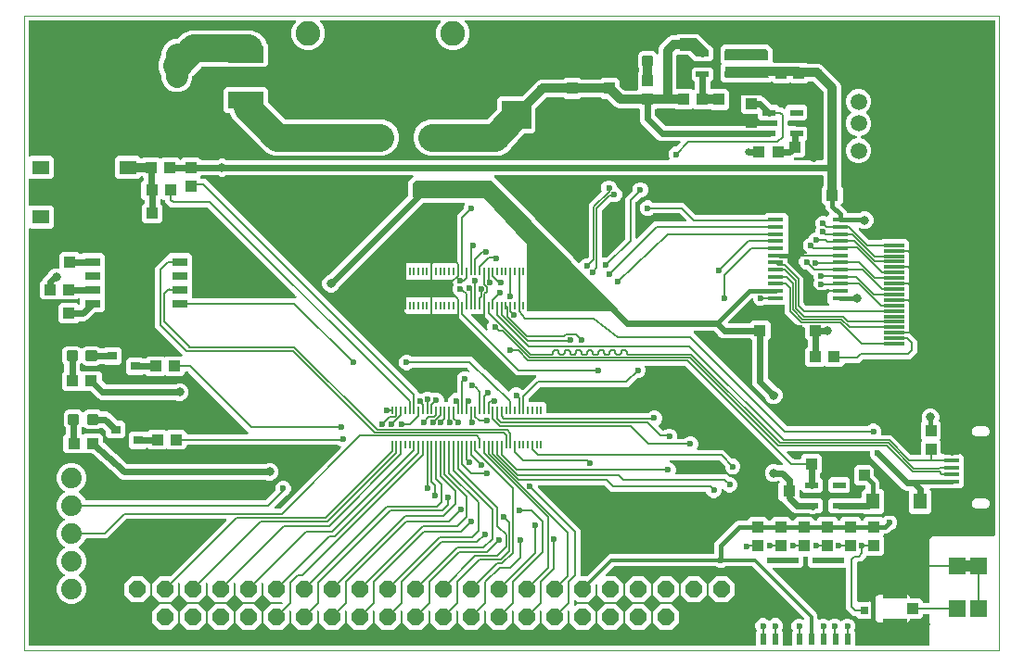
<source format=gtl>
G04 EAGLE Gerber X2 export*
%TF.Part,Single*%
%TF.FileFunction,Other,Top Layer Cooper*%
%TF.FilePolarity,Positive*%
%TF.GenerationSoftware,Autodesk,EAGLE,9.0.0*%
%TF.CreationDate,2019-03-06T05:58:58Z*%
G75*
%MOMM*%
%FSLAX34Y34*%
%LPD*%
%AMOC8*
5,1,8,0,0,1.08239X$1,22.5*%
G01*
%ADD10C,0.000000*%
%ADD11R,0.200000X0.700000*%
%ADD12C,2.000000*%
%ADD13C,2.400000*%
%ADD14C,2.250000*%
%ADD15R,2.700000X2.550000*%
%ADD16R,1.000000X1.100000*%
%ADD17C,0.300000*%
%ADD18R,1.100000X1.000000*%
%ADD19R,1.150000X0.600000*%
%ADD20R,0.900000X0.800000*%
%ADD21R,1.400000X1.600000*%
%ADD22R,1.350000X0.400000*%
%ADD23R,1.900000X1.900000*%
%ADD24R,1.200000X0.600000*%
%ADD25R,1.270000X1.470000*%
%ADD26C,1.879600*%
%ADD27R,1.475000X0.450000*%
%ADD28P,1.649562X8X22.500000*%
%ADD29R,1.450000X0.750000*%
%ADD30R,1.550000X1.300000*%
%ADD31R,2.200000X1.050000*%
%ADD32R,1.050000X1.000000*%
%ADD33R,3.200000X1.500000*%
%ADD34R,2.000000X0.700000*%
%ADD35R,1.900000X0.300000*%
%ADD36C,2.030000*%
%ADD37R,1.540000X1.540000*%
%ADD38C,1.500000*%
%ADD39C,3.580000*%
%ADD40R,0.500000X1.000000*%
%ADD41R,0.720000X0.780000*%
%ADD42R,1.050000X1.080000*%
%ADD43R,1.050000X1.200000*%
%ADD44R,1.050000X2.390000*%
%ADD45R,2.910000X0.550000*%
%ADD46C,0.127000*%
%ADD47C,0.600000*%
%ADD48C,0.609600*%
%ADD49C,0.200000*%
%ADD50C,0.406400*%
%ADD51C,0.812800*%
%ADD52C,0.800000*%
%ADD53C,0.654000*%
%ADD54C,2.540000*%
%ADD55C,0.304800*%
%ADD56C,1.270000*%

G36*
X776960Y144074D02*
X776960Y144074D01*
X777024Y144073D01*
X777099Y144094D01*
X777175Y144105D01*
X777234Y144131D01*
X777296Y144148D01*
X777362Y144189D01*
X777432Y144221D01*
X777481Y144263D01*
X777536Y144296D01*
X777588Y144354D01*
X777646Y144404D01*
X777682Y144458D01*
X777725Y144506D01*
X777758Y144575D01*
X777801Y144640D01*
X777820Y144702D01*
X777848Y144759D01*
X777859Y144829D01*
X777883Y144910D01*
X777884Y144995D01*
X777895Y145064D01*
X777895Y156468D01*
X778217Y156790D01*
X778223Y156797D01*
X778230Y156803D01*
X778308Y156910D01*
X778387Y157015D01*
X778390Y157024D01*
X778395Y157032D01*
X778439Y157155D01*
X778486Y157279D01*
X778487Y157289D01*
X778490Y157297D01*
X778498Y157429D01*
X778508Y157560D01*
X778506Y157570D01*
X778506Y157579D01*
X778488Y157654D01*
X778450Y157836D01*
X778439Y157858D01*
X778434Y157879D01*
X777287Y160647D01*
X777287Y163457D01*
X778363Y166054D01*
X780350Y168041D01*
X782947Y169117D01*
X785757Y169117D01*
X788354Y168041D01*
X789233Y167162D01*
X789285Y167123D01*
X789330Y167077D01*
X789397Y167039D01*
X789459Y166992D01*
X789519Y166970D01*
X789575Y166938D01*
X789650Y166920D01*
X789723Y166893D01*
X789787Y166888D01*
X789849Y166873D01*
X789927Y166877D01*
X790004Y166871D01*
X790067Y166884D01*
X790131Y166887D01*
X790204Y166913D01*
X790280Y166929D01*
X790337Y166959D01*
X790398Y166980D01*
X790454Y167021D01*
X790529Y167061D01*
X790590Y167120D01*
X790647Y167162D01*
X791526Y168041D01*
X794123Y169117D01*
X796933Y169117D01*
X799530Y168041D01*
X801517Y166054D01*
X802593Y163457D01*
X802593Y160647D01*
X801458Y157907D01*
X801455Y157898D01*
X801451Y157889D01*
X801420Y157761D01*
X801388Y157634D01*
X801388Y157624D01*
X801386Y157615D01*
X801393Y157483D01*
X801397Y157352D01*
X801400Y157343D01*
X801400Y157333D01*
X801443Y157210D01*
X801484Y157084D01*
X801490Y157076D01*
X801493Y157067D01*
X801538Y157005D01*
X801643Y156851D01*
X801662Y156835D01*
X801674Y156818D01*
X802025Y156468D01*
X802025Y145064D01*
X802034Y145000D01*
X802033Y144936D01*
X802054Y144861D01*
X802065Y144785D01*
X802091Y144726D01*
X802108Y144664D01*
X802149Y144598D01*
X802181Y144528D01*
X802223Y144479D01*
X802256Y144424D01*
X802314Y144372D01*
X802364Y144314D01*
X802418Y144278D01*
X802466Y144235D01*
X802535Y144202D01*
X802600Y144159D01*
X802662Y144140D01*
X802719Y144112D01*
X802789Y144101D01*
X802870Y144077D01*
X802955Y144076D01*
X803024Y144065D01*
X809896Y144065D01*
X809960Y144074D01*
X810024Y144073D01*
X810099Y144094D01*
X810175Y144105D01*
X810234Y144131D01*
X810296Y144148D01*
X810362Y144189D01*
X810432Y144221D01*
X810481Y144263D01*
X810536Y144296D01*
X810588Y144354D01*
X810646Y144404D01*
X810682Y144458D01*
X810725Y144506D01*
X810758Y144575D01*
X810801Y144640D01*
X810820Y144702D01*
X810848Y144759D01*
X810859Y144829D01*
X810883Y144910D01*
X810884Y144995D01*
X810895Y145064D01*
X810895Y156468D01*
X811157Y156729D01*
X811163Y156737D01*
X811170Y156743D01*
X811247Y156850D01*
X811326Y156955D01*
X811330Y156964D01*
X811335Y156972D01*
X811379Y157095D01*
X811426Y157219D01*
X811427Y157228D01*
X811430Y157237D01*
X811437Y157369D01*
X811448Y157500D01*
X811446Y157509D01*
X811446Y157519D01*
X811428Y157594D01*
X811390Y157776D01*
X811379Y157797D01*
X811374Y157818D01*
X810307Y160393D01*
X810307Y163203D01*
X811383Y165800D01*
X813370Y167787D01*
X815967Y168863D01*
X818777Y168863D01*
X820439Y168174D01*
X820523Y168153D01*
X820605Y168122D01*
X820659Y168118D01*
X820713Y168104D01*
X820799Y168107D01*
X820886Y168100D01*
X820940Y168111D01*
X820994Y168113D01*
X821077Y168140D01*
X821162Y168158D01*
X821210Y168184D01*
X821263Y168201D01*
X821334Y168250D01*
X821411Y168290D01*
X821450Y168329D01*
X821496Y168360D01*
X821551Y168427D01*
X821613Y168487D01*
X821640Y168535D01*
X821675Y168577D01*
X821709Y168657D01*
X821752Y168732D01*
X821765Y168786D01*
X821786Y168836D01*
X821797Y168922D01*
X821817Y169007D01*
X821814Y169062D01*
X821821Y169116D01*
X821807Y169202D01*
X821803Y169289D01*
X821785Y169341D01*
X821776Y169395D01*
X821739Y169473D01*
X821710Y169555D01*
X821680Y169596D01*
X821655Y169649D01*
X821579Y169734D01*
X821528Y169804D01*
X774964Y216369D01*
X774887Y216426D01*
X774816Y216491D01*
X774775Y216511D01*
X774738Y216538D01*
X774648Y216572D01*
X774562Y216614D01*
X774520Y216620D01*
X774474Y216637D01*
X774347Y216647D01*
X774257Y216661D01*
X750560Y216661D01*
X750465Y216648D01*
X750369Y216643D01*
X750326Y216628D01*
X750281Y216621D01*
X750194Y216582D01*
X750103Y216550D01*
X750068Y216525D01*
X750024Y216505D01*
X749927Y216422D01*
X749854Y216369D01*
X749746Y216261D01*
X747149Y215185D01*
X744339Y215185D01*
X741742Y216261D01*
X741634Y216369D01*
X741558Y216426D01*
X741486Y216491D01*
X741445Y216511D01*
X741409Y216538D01*
X741319Y216572D01*
X741232Y216614D01*
X741190Y216620D01*
X741145Y216637D01*
X741017Y216647D01*
X740928Y216661D01*
X648671Y216661D01*
X648576Y216648D01*
X648480Y216643D01*
X648437Y216628D01*
X648392Y216621D01*
X648304Y216582D01*
X648213Y216550D01*
X648179Y216525D01*
X648135Y216505D01*
X648037Y216422D01*
X647964Y216369D01*
X640694Y209099D01*
X640675Y209073D01*
X640650Y209052D01*
X640590Y208960D01*
X640525Y208873D01*
X640514Y208843D01*
X640496Y208816D01*
X640464Y208711D01*
X640425Y208609D01*
X640423Y208577D01*
X640413Y208546D01*
X640412Y208437D01*
X640404Y208328D01*
X640410Y208296D01*
X640410Y208264D01*
X640439Y208159D01*
X640461Y208052D01*
X640476Y208023D01*
X640485Y207992D01*
X640542Y207899D01*
X640594Y207803D01*
X640616Y207780D01*
X640633Y207752D01*
X640714Y207679D01*
X640790Y207601D01*
X640818Y207585D01*
X640842Y207563D01*
X640941Y207516D01*
X641036Y207462D01*
X641067Y207454D01*
X641096Y207440D01*
X641185Y207426D01*
X641310Y207397D01*
X641359Y207399D01*
X641401Y207393D01*
X649640Y207393D01*
X656485Y200548D01*
X656485Y190868D01*
X649640Y184023D01*
X639960Y184023D01*
X633115Y190868D01*
X633115Y199107D01*
X633111Y199139D01*
X633113Y199172D01*
X633091Y199279D01*
X633075Y199386D01*
X633062Y199416D01*
X633055Y199448D01*
X633004Y199544D01*
X632959Y199643D01*
X632938Y199668D01*
X632923Y199697D01*
X632847Y199775D01*
X632776Y199858D01*
X632749Y199875D01*
X632726Y199899D01*
X632631Y199952D01*
X632540Y200012D01*
X632509Y200022D01*
X632481Y200038D01*
X632374Y200063D01*
X632270Y200095D01*
X632238Y200095D01*
X632206Y200102D01*
X632097Y200097D01*
X631988Y200098D01*
X631957Y200090D01*
X631924Y200088D01*
X631821Y200052D01*
X631716Y200023D01*
X631689Y200006D01*
X631658Y199995D01*
X631585Y199942D01*
X631476Y199875D01*
X631451Y199847D01*
X631444Y199843D01*
X631435Y199832D01*
X631409Y199813D01*
X631377Y199781D01*
X631320Y199705D01*
X631255Y199634D01*
X631235Y199592D01*
X631208Y199556D01*
X631174Y199466D01*
X631132Y199380D01*
X631126Y199337D01*
X631109Y199292D01*
X631101Y199191D01*
X631097Y199178D01*
X631096Y199149D01*
X631085Y199075D01*
X631085Y190868D01*
X624240Y184023D01*
X614560Y184023D01*
X613212Y185372D01*
X613186Y185391D01*
X613165Y185416D01*
X613073Y185476D01*
X612986Y185541D01*
X612956Y185552D01*
X612929Y185570D01*
X612824Y185602D01*
X612722Y185641D01*
X612690Y185643D01*
X612659Y185652D01*
X612550Y185654D01*
X612441Y185662D01*
X612409Y185656D01*
X612377Y185656D01*
X612272Y185627D01*
X612165Y185605D01*
X612136Y185590D01*
X612105Y185581D01*
X612012Y185524D01*
X611916Y185472D01*
X611893Y185450D01*
X611865Y185433D01*
X611792Y185352D01*
X611714Y185276D01*
X611698Y185248D01*
X611676Y185224D01*
X611629Y185125D01*
X611575Y185030D01*
X611567Y184999D01*
X611553Y184970D01*
X611539Y184881D01*
X611510Y184756D01*
X611512Y184707D01*
X611506Y184665D01*
X611506Y181351D01*
X611510Y181319D01*
X611508Y181287D01*
X611530Y181180D01*
X611546Y181072D01*
X611559Y181042D01*
X611565Y181011D01*
X611617Y180914D01*
X611662Y180815D01*
X611683Y180790D01*
X611698Y180762D01*
X611774Y180683D01*
X611845Y180600D01*
X611872Y180583D01*
X611895Y180560D01*
X611990Y180506D01*
X612081Y180446D01*
X612112Y180436D01*
X612140Y180421D01*
X612246Y180395D01*
X612351Y180364D01*
X612383Y180363D01*
X612414Y180356D01*
X612524Y180361D01*
X612633Y180360D01*
X612664Y180368D01*
X612696Y180370D01*
X612799Y180406D01*
X612905Y180435D01*
X612932Y180452D01*
X612963Y180462D01*
X613036Y180516D01*
X613145Y180583D01*
X613177Y180619D01*
X613212Y180644D01*
X614560Y181993D01*
X624240Y181993D01*
X631085Y175148D01*
X631085Y165468D01*
X624240Y158623D01*
X614560Y158623D01*
X607715Y165468D01*
X607715Y174964D01*
X607711Y174996D01*
X607713Y175029D01*
X607691Y175135D01*
X607675Y175244D01*
X607662Y175273D01*
X607656Y175305D01*
X607604Y175401D01*
X607559Y175501D01*
X607538Y175525D01*
X607523Y175554D01*
X607447Y175632D01*
X607376Y175715D01*
X607349Y175733D01*
X607326Y175756D01*
X607231Y175809D01*
X607140Y175869D01*
X607109Y175879D01*
X607081Y175895D01*
X606974Y175920D01*
X606870Y175952D01*
X606838Y175952D01*
X606807Y175960D01*
X606697Y175954D01*
X606588Y175955D01*
X606557Y175947D01*
X606525Y175945D01*
X606422Y175909D01*
X606316Y175880D01*
X606289Y175863D01*
X606258Y175853D01*
X606185Y175799D01*
X606076Y175732D01*
X606051Y175704D01*
X606044Y175700D01*
X606035Y175689D01*
X606009Y175671D01*
X605977Y175639D01*
X605920Y175562D01*
X605855Y175491D01*
X605835Y175450D01*
X605808Y175413D01*
X605774Y175323D01*
X605732Y175237D01*
X605726Y175195D01*
X605709Y175150D01*
X605699Y175022D01*
X605685Y174932D01*
X605685Y165468D01*
X598840Y158623D01*
X589160Y158623D01*
X582315Y165468D01*
X582315Y174964D01*
X582311Y174997D01*
X582313Y175029D01*
X582291Y175136D01*
X582275Y175244D01*
X582262Y175273D01*
X582255Y175305D01*
X582204Y175401D01*
X582159Y175501D01*
X582138Y175525D01*
X582123Y175554D01*
X582047Y175632D01*
X581976Y175715D01*
X581949Y175733D01*
X581926Y175756D01*
X581831Y175810D01*
X581740Y175869D01*
X581709Y175879D01*
X581681Y175895D01*
X581574Y175920D01*
X581470Y175952D01*
X581438Y175952D01*
X581406Y175960D01*
X581297Y175954D01*
X581188Y175955D01*
X581157Y175947D01*
X581124Y175945D01*
X581021Y175909D01*
X580916Y175880D01*
X580889Y175863D01*
X580858Y175853D01*
X580785Y175799D01*
X580676Y175732D01*
X580651Y175704D01*
X580644Y175700D01*
X580635Y175689D01*
X580609Y175671D01*
X580577Y175639D01*
X580520Y175562D01*
X580455Y175491D01*
X580435Y175450D01*
X580408Y175413D01*
X580374Y175323D01*
X580332Y175237D01*
X580326Y175195D01*
X580309Y175149D01*
X580299Y175022D01*
X580285Y174932D01*
X580285Y165468D01*
X573440Y158623D01*
X563760Y158623D01*
X556915Y165468D01*
X556915Y174964D01*
X556911Y174996D01*
X556913Y175029D01*
X556891Y175135D01*
X556875Y175244D01*
X556862Y175273D01*
X556856Y175305D01*
X556804Y175401D01*
X556759Y175501D01*
X556738Y175525D01*
X556723Y175554D01*
X556647Y175632D01*
X556576Y175715D01*
X556549Y175733D01*
X556526Y175756D01*
X556431Y175809D01*
X556340Y175869D01*
X556309Y175879D01*
X556281Y175895D01*
X556174Y175920D01*
X556070Y175952D01*
X556038Y175952D01*
X556007Y175960D01*
X555897Y175954D01*
X555788Y175955D01*
X555757Y175947D01*
X555725Y175945D01*
X555622Y175909D01*
X555516Y175880D01*
X555489Y175863D01*
X555458Y175853D01*
X555385Y175799D01*
X555276Y175732D01*
X555251Y175704D01*
X555244Y175700D01*
X555235Y175689D01*
X555209Y175671D01*
X555177Y175639D01*
X555120Y175562D01*
X555055Y175491D01*
X555035Y175450D01*
X555008Y175413D01*
X554974Y175323D01*
X554932Y175237D01*
X554926Y175195D01*
X554909Y175150D01*
X554899Y175022D01*
X554885Y174932D01*
X554885Y165468D01*
X548040Y158623D01*
X538360Y158623D01*
X531515Y165468D01*
X531515Y174964D01*
X531511Y174996D01*
X531513Y175029D01*
X531491Y175135D01*
X531475Y175244D01*
X531462Y175273D01*
X531456Y175305D01*
X531404Y175401D01*
X531359Y175501D01*
X531338Y175525D01*
X531323Y175554D01*
X531247Y175632D01*
X531176Y175715D01*
X531149Y175733D01*
X531126Y175756D01*
X531031Y175809D01*
X530940Y175869D01*
X530909Y175879D01*
X530881Y175895D01*
X530774Y175920D01*
X530670Y175952D01*
X530638Y175952D01*
X530607Y175960D01*
X530497Y175954D01*
X530388Y175955D01*
X530357Y175947D01*
X530325Y175945D01*
X530222Y175909D01*
X530116Y175880D01*
X530089Y175863D01*
X530058Y175853D01*
X529985Y175799D01*
X529876Y175732D01*
X529851Y175704D01*
X529844Y175700D01*
X529835Y175689D01*
X529809Y175671D01*
X529777Y175639D01*
X529720Y175562D01*
X529655Y175491D01*
X529635Y175450D01*
X529608Y175413D01*
X529574Y175323D01*
X529532Y175237D01*
X529526Y175195D01*
X529509Y175150D01*
X529499Y175022D01*
X529485Y174932D01*
X529485Y165468D01*
X522640Y158623D01*
X512960Y158623D01*
X506115Y165468D01*
X506115Y174964D01*
X506111Y174997D01*
X506113Y175029D01*
X506091Y175136D01*
X506075Y175244D01*
X506062Y175273D01*
X506055Y175305D01*
X506004Y175401D01*
X505959Y175501D01*
X505938Y175525D01*
X505923Y175554D01*
X505847Y175632D01*
X505776Y175715D01*
X505749Y175733D01*
X505726Y175756D01*
X505631Y175810D01*
X505540Y175869D01*
X505509Y175879D01*
X505481Y175895D01*
X505374Y175920D01*
X505270Y175952D01*
X505238Y175952D01*
X505206Y175960D01*
X505097Y175954D01*
X504988Y175955D01*
X504957Y175947D01*
X504924Y175945D01*
X504821Y175909D01*
X504716Y175880D01*
X504689Y175863D01*
X504658Y175853D01*
X504585Y175799D01*
X504476Y175732D01*
X504451Y175704D01*
X504444Y175700D01*
X504435Y175689D01*
X504409Y175671D01*
X504377Y175639D01*
X504320Y175562D01*
X504255Y175491D01*
X504235Y175450D01*
X504208Y175413D01*
X504174Y175323D01*
X504132Y175237D01*
X504126Y175195D01*
X504109Y175149D01*
X504099Y175022D01*
X504085Y174932D01*
X504085Y165468D01*
X497240Y158623D01*
X487560Y158623D01*
X480715Y165468D01*
X480715Y174964D01*
X480711Y174996D01*
X480713Y175029D01*
X480691Y175135D01*
X480675Y175244D01*
X480662Y175273D01*
X480656Y175305D01*
X480604Y175401D01*
X480559Y175501D01*
X480538Y175525D01*
X480523Y175554D01*
X480447Y175632D01*
X480376Y175715D01*
X480349Y175733D01*
X480326Y175756D01*
X480231Y175809D01*
X480140Y175869D01*
X480109Y175879D01*
X480081Y175895D01*
X479974Y175920D01*
X479870Y175952D01*
X479838Y175952D01*
X479807Y175960D01*
X479697Y175954D01*
X479588Y175955D01*
X479557Y175947D01*
X479525Y175945D01*
X479422Y175909D01*
X479316Y175880D01*
X479289Y175863D01*
X479258Y175853D01*
X479185Y175799D01*
X479076Y175732D01*
X479051Y175704D01*
X479044Y175700D01*
X479035Y175689D01*
X479009Y175671D01*
X478977Y175639D01*
X478920Y175562D01*
X478855Y175491D01*
X478835Y175450D01*
X478808Y175413D01*
X478774Y175323D01*
X478732Y175237D01*
X478726Y175195D01*
X478709Y175150D01*
X478699Y175022D01*
X478685Y174932D01*
X478685Y165468D01*
X471840Y158623D01*
X462160Y158623D01*
X455315Y165468D01*
X455315Y174964D01*
X455311Y174997D01*
X455313Y175029D01*
X455291Y175136D01*
X455275Y175244D01*
X455262Y175273D01*
X455255Y175305D01*
X455204Y175401D01*
X455159Y175501D01*
X455138Y175525D01*
X455123Y175554D01*
X455047Y175632D01*
X454976Y175715D01*
X454949Y175733D01*
X454926Y175756D01*
X454831Y175810D01*
X454740Y175869D01*
X454709Y175879D01*
X454681Y175895D01*
X454574Y175920D01*
X454470Y175952D01*
X454438Y175952D01*
X454406Y175960D01*
X454297Y175954D01*
X454188Y175955D01*
X454157Y175947D01*
X454124Y175945D01*
X454021Y175909D01*
X453916Y175880D01*
X453889Y175863D01*
X453858Y175853D01*
X453785Y175799D01*
X453676Y175732D01*
X453651Y175704D01*
X453644Y175700D01*
X453635Y175689D01*
X453609Y175671D01*
X453577Y175639D01*
X453520Y175562D01*
X453455Y175491D01*
X453435Y175450D01*
X453408Y175413D01*
X453374Y175323D01*
X453332Y175237D01*
X453326Y175195D01*
X453309Y175149D01*
X453299Y175022D01*
X453285Y174932D01*
X453285Y165468D01*
X446440Y158623D01*
X436760Y158623D01*
X429915Y165468D01*
X429915Y174964D01*
X429911Y174997D01*
X429913Y175029D01*
X429891Y175136D01*
X429875Y175244D01*
X429862Y175273D01*
X429855Y175305D01*
X429804Y175401D01*
X429759Y175501D01*
X429738Y175525D01*
X429723Y175554D01*
X429647Y175632D01*
X429576Y175715D01*
X429549Y175733D01*
X429526Y175756D01*
X429431Y175810D01*
X429340Y175869D01*
X429309Y175879D01*
X429281Y175895D01*
X429174Y175920D01*
X429070Y175952D01*
X429038Y175952D01*
X429006Y175960D01*
X428897Y175954D01*
X428788Y175955D01*
X428757Y175947D01*
X428724Y175945D01*
X428621Y175909D01*
X428516Y175880D01*
X428489Y175863D01*
X428458Y175853D01*
X428385Y175799D01*
X428276Y175732D01*
X428251Y175704D01*
X428244Y175700D01*
X428235Y175689D01*
X428209Y175671D01*
X428177Y175639D01*
X428120Y175562D01*
X428055Y175491D01*
X428035Y175450D01*
X428008Y175413D01*
X427974Y175323D01*
X427932Y175237D01*
X427926Y175195D01*
X427909Y175149D01*
X427899Y175022D01*
X427885Y174932D01*
X427885Y165468D01*
X421040Y158623D01*
X411360Y158623D01*
X404515Y165468D01*
X404515Y174964D01*
X404511Y174997D01*
X404513Y175029D01*
X404491Y175136D01*
X404475Y175244D01*
X404462Y175273D01*
X404455Y175305D01*
X404404Y175401D01*
X404359Y175501D01*
X404338Y175525D01*
X404323Y175554D01*
X404247Y175632D01*
X404176Y175715D01*
X404149Y175733D01*
X404126Y175756D01*
X404031Y175810D01*
X403940Y175869D01*
X403909Y175879D01*
X403881Y175895D01*
X403774Y175920D01*
X403670Y175952D01*
X403638Y175952D01*
X403606Y175960D01*
X403497Y175954D01*
X403388Y175955D01*
X403357Y175947D01*
X403324Y175945D01*
X403221Y175909D01*
X403116Y175880D01*
X403089Y175863D01*
X403058Y175853D01*
X402985Y175799D01*
X402876Y175732D01*
X402851Y175704D01*
X402844Y175700D01*
X402835Y175689D01*
X402809Y175671D01*
X402777Y175639D01*
X402720Y175562D01*
X402655Y175491D01*
X402635Y175450D01*
X402608Y175413D01*
X402574Y175323D01*
X402532Y175237D01*
X402526Y175195D01*
X402509Y175149D01*
X402499Y175022D01*
X402485Y174932D01*
X402485Y165468D01*
X395640Y158623D01*
X385960Y158623D01*
X379115Y165468D01*
X379115Y174964D01*
X379111Y174996D01*
X379113Y175029D01*
X379091Y175135D01*
X379075Y175244D01*
X379062Y175273D01*
X379056Y175305D01*
X379004Y175401D01*
X378959Y175501D01*
X378938Y175525D01*
X378923Y175554D01*
X378847Y175632D01*
X378776Y175715D01*
X378749Y175733D01*
X378726Y175756D01*
X378631Y175809D01*
X378540Y175869D01*
X378509Y175879D01*
X378481Y175895D01*
X378374Y175920D01*
X378270Y175952D01*
X378238Y175952D01*
X378207Y175960D01*
X378097Y175954D01*
X377988Y175955D01*
X377957Y175947D01*
X377925Y175945D01*
X377822Y175909D01*
X377716Y175880D01*
X377689Y175863D01*
X377658Y175853D01*
X377585Y175799D01*
X377476Y175732D01*
X377451Y175704D01*
X377444Y175700D01*
X377435Y175689D01*
X377409Y175671D01*
X377377Y175639D01*
X377320Y175562D01*
X377255Y175491D01*
X377235Y175450D01*
X377208Y175413D01*
X377174Y175323D01*
X377132Y175237D01*
X377126Y175195D01*
X377109Y175150D01*
X377099Y175022D01*
X377085Y174932D01*
X377085Y165468D01*
X370240Y158623D01*
X360560Y158623D01*
X353715Y165468D01*
X353715Y174964D01*
X353711Y174997D01*
X353713Y175029D01*
X353691Y175136D01*
X353675Y175244D01*
X353662Y175273D01*
X353655Y175305D01*
X353604Y175401D01*
X353559Y175501D01*
X353538Y175525D01*
X353523Y175554D01*
X353447Y175632D01*
X353376Y175715D01*
X353349Y175733D01*
X353326Y175756D01*
X353231Y175810D01*
X353140Y175869D01*
X353109Y175879D01*
X353081Y175895D01*
X352974Y175920D01*
X352870Y175952D01*
X352838Y175952D01*
X352806Y175960D01*
X352697Y175954D01*
X352588Y175955D01*
X352557Y175947D01*
X352524Y175945D01*
X352421Y175909D01*
X352316Y175880D01*
X352289Y175863D01*
X352258Y175853D01*
X352185Y175799D01*
X352076Y175732D01*
X352051Y175704D01*
X352044Y175700D01*
X352035Y175689D01*
X352009Y175671D01*
X351977Y175639D01*
X351920Y175562D01*
X351855Y175491D01*
X351835Y175450D01*
X351808Y175413D01*
X351774Y175323D01*
X351732Y175237D01*
X351726Y175195D01*
X351709Y175149D01*
X351699Y175022D01*
X351685Y174932D01*
X351685Y165468D01*
X344840Y158623D01*
X335160Y158623D01*
X328315Y165468D01*
X328315Y175148D01*
X335160Y181993D01*
X344624Y181993D01*
X344719Y182006D01*
X344815Y182011D01*
X344858Y182026D01*
X344904Y182033D01*
X344991Y182072D01*
X345082Y182103D01*
X345116Y182129D01*
X345161Y182149D01*
X345258Y182232D01*
X345331Y182285D01*
X345363Y182317D01*
X345372Y182330D01*
X345375Y182332D01*
X345381Y182341D01*
X345382Y182343D01*
X345407Y182364D01*
X345467Y182456D01*
X345532Y182543D01*
X345544Y182573D01*
X345561Y182600D01*
X345593Y182704D01*
X345632Y182806D01*
X345634Y182839D01*
X345644Y182870D01*
X345645Y182979D01*
X345654Y183088D01*
X345647Y183119D01*
X345647Y183152D01*
X345618Y183257D01*
X345596Y183364D01*
X345581Y183392D01*
X345572Y183424D01*
X345515Y183516D01*
X345464Y183613D01*
X345441Y183636D01*
X345424Y183664D01*
X345343Y183737D01*
X345267Y183815D01*
X345239Y183831D01*
X345215Y183853D01*
X345117Y183900D01*
X345022Y183954D01*
X344990Y183962D01*
X344961Y183976D01*
X344872Y183990D01*
X344747Y184019D01*
X344699Y184017D01*
X344656Y184023D01*
X335160Y184023D01*
X328315Y190868D01*
X328315Y200364D01*
X328311Y200397D01*
X328313Y200429D01*
X328291Y200536D01*
X328275Y200644D01*
X328262Y200673D01*
X328255Y200705D01*
X328204Y200801D01*
X328159Y200901D01*
X328138Y200925D01*
X328123Y200954D01*
X328047Y201032D01*
X327976Y201115D01*
X327949Y201133D01*
X327926Y201156D01*
X327831Y201210D01*
X327740Y201269D01*
X327709Y201279D01*
X327681Y201295D01*
X327574Y201320D01*
X327470Y201352D01*
X327438Y201352D01*
X327406Y201360D01*
X327297Y201354D01*
X327188Y201355D01*
X327157Y201347D01*
X327124Y201345D01*
X327021Y201309D01*
X326916Y201280D01*
X326889Y201263D01*
X326858Y201253D01*
X326785Y201199D01*
X326676Y201132D01*
X326651Y201104D01*
X326644Y201100D01*
X326635Y201089D01*
X326609Y201071D01*
X326577Y201039D01*
X326520Y200962D01*
X326455Y200891D01*
X326435Y200850D01*
X326408Y200813D01*
X326374Y200723D01*
X326332Y200637D01*
X326326Y200595D01*
X326309Y200549D01*
X326299Y200422D01*
X326285Y200332D01*
X326285Y190868D01*
X319440Y184023D01*
X309760Y184023D01*
X302915Y190868D01*
X302915Y200364D01*
X302911Y200397D01*
X302913Y200429D01*
X302891Y200536D01*
X302875Y200644D01*
X302862Y200673D01*
X302855Y200705D01*
X302804Y200801D01*
X302759Y200901D01*
X302738Y200925D01*
X302723Y200954D01*
X302647Y201032D01*
X302576Y201115D01*
X302549Y201133D01*
X302526Y201156D01*
X302431Y201210D01*
X302340Y201269D01*
X302309Y201279D01*
X302281Y201295D01*
X302174Y201320D01*
X302070Y201352D01*
X302038Y201352D01*
X302006Y201360D01*
X301897Y201354D01*
X301788Y201355D01*
X301757Y201347D01*
X301724Y201345D01*
X301621Y201309D01*
X301516Y201280D01*
X301489Y201263D01*
X301458Y201253D01*
X301385Y201199D01*
X301276Y201132D01*
X301251Y201104D01*
X301244Y201100D01*
X301235Y201089D01*
X301209Y201071D01*
X301177Y201039D01*
X301120Y200962D01*
X301055Y200891D01*
X301035Y200850D01*
X301008Y200813D01*
X300974Y200723D01*
X300932Y200637D01*
X300926Y200595D01*
X300909Y200549D01*
X300899Y200422D01*
X300885Y200332D01*
X300885Y190868D01*
X294040Y184023D01*
X284360Y184023D01*
X277515Y190868D01*
X277515Y200364D01*
X277511Y200397D01*
X277513Y200429D01*
X277491Y200536D01*
X277475Y200644D01*
X277462Y200673D01*
X277455Y200705D01*
X277404Y200801D01*
X277359Y200901D01*
X277338Y200925D01*
X277323Y200954D01*
X277247Y201032D01*
X277176Y201115D01*
X277149Y201133D01*
X277126Y201156D01*
X277031Y201210D01*
X276940Y201269D01*
X276909Y201279D01*
X276881Y201295D01*
X276774Y201320D01*
X276670Y201352D01*
X276638Y201352D01*
X276606Y201360D01*
X276497Y201354D01*
X276388Y201355D01*
X276357Y201347D01*
X276324Y201345D01*
X276221Y201309D01*
X276116Y201280D01*
X276089Y201263D01*
X276058Y201253D01*
X275985Y201199D01*
X275876Y201132D01*
X275851Y201104D01*
X275844Y201100D01*
X275835Y201089D01*
X275809Y201071D01*
X275777Y201039D01*
X275720Y200962D01*
X275655Y200891D01*
X275635Y200850D01*
X275608Y200813D01*
X275574Y200723D01*
X275532Y200637D01*
X275526Y200595D01*
X275509Y200549D01*
X275499Y200422D01*
X275485Y200332D01*
X275485Y190868D01*
X268640Y184023D01*
X258960Y184023D01*
X252115Y190868D01*
X252115Y200364D01*
X252111Y200397D01*
X252113Y200429D01*
X252091Y200536D01*
X252075Y200644D01*
X252062Y200673D01*
X252055Y200705D01*
X252004Y200801D01*
X251959Y200901D01*
X251938Y200925D01*
X251923Y200954D01*
X251847Y201032D01*
X251776Y201115D01*
X251749Y201133D01*
X251726Y201156D01*
X251631Y201210D01*
X251540Y201269D01*
X251509Y201279D01*
X251481Y201295D01*
X251374Y201320D01*
X251270Y201352D01*
X251238Y201352D01*
X251206Y201360D01*
X251097Y201354D01*
X250988Y201355D01*
X250957Y201347D01*
X250924Y201345D01*
X250821Y201309D01*
X250716Y201280D01*
X250689Y201263D01*
X250658Y201253D01*
X250585Y201199D01*
X250476Y201132D01*
X250451Y201104D01*
X250444Y201100D01*
X250435Y201089D01*
X250409Y201071D01*
X250377Y201039D01*
X250320Y200962D01*
X250255Y200891D01*
X250235Y200850D01*
X250208Y200813D01*
X250174Y200723D01*
X250132Y200637D01*
X250126Y200595D01*
X250109Y200549D01*
X250099Y200422D01*
X250085Y200332D01*
X250085Y190868D01*
X243240Y184023D01*
X233560Y184023D01*
X226715Y190868D01*
X226715Y200548D01*
X233560Y207393D01*
X243024Y207393D01*
X243119Y207406D01*
X243216Y207411D01*
X243259Y207426D01*
X243304Y207433D01*
X243391Y207472D01*
X243482Y207504D01*
X243516Y207529D01*
X243561Y207549D01*
X243658Y207632D01*
X243731Y207685D01*
X294308Y258262D01*
X294327Y258288D01*
X294352Y258309D01*
X294412Y258401D01*
X294477Y258488D01*
X294489Y258518D01*
X294506Y258545D01*
X294538Y258650D01*
X294577Y258752D01*
X294579Y258784D01*
X294589Y258815D01*
X294590Y258924D01*
X294599Y259033D01*
X294592Y259065D01*
X294592Y259097D01*
X294563Y259202D01*
X294541Y259309D01*
X294526Y259338D01*
X294517Y259369D01*
X294460Y259462D01*
X294409Y259558D01*
X294386Y259581D01*
X294369Y259609D01*
X294288Y259682D01*
X294212Y259760D01*
X294184Y259776D01*
X294160Y259798D01*
X294062Y259845D01*
X293966Y259899D01*
X293935Y259907D01*
X293906Y259921D01*
X293817Y259935D01*
X293692Y259964D01*
X293643Y259962D01*
X293601Y259968D01*
X203529Y259968D01*
X203434Y259955D01*
X203337Y259950D01*
X203294Y259935D01*
X203249Y259928D01*
X203162Y259889D01*
X203071Y259857D01*
X203037Y259832D01*
X202992Y259812D01*
X202895Y259729D01*
X202822Y259676D01*
X185081Y241934D01*
X166482Y241934D01*
X166473Y241933D01*
X166463Y241934D01*
X166333Y241913D01*
X166203Y241894D01*
X166194Y241891D01*
X166185Y241889D01*
X166065Y241832D01*
X165946Y241778D01*
X165939Y241772D01*
X165930Y241768D01*
X165831Y241680D01*
X165732Y241595D01*
X165726Y241587D01*
X165719Y241581D01*
X165679Y241515D01*
X165577Y241359D01*
X165570Y241336D01*
X165559Y241317D01*
X164607Y239020D01*
X160820Y235233D01*
X159942Y234869D01*
X159914Y234853D01*
X159884Y234843D01*
X159793Y234781D01*
X159699Y234726D01*
X159677Y234702D01*
X159651Y234684D01*
X159581Y234600D01*
X159506Y234520D01*
X159492Y234491D01*
X159471Y234466D01*
X159428Y234366D01*
X159379Y234268D01*
X159373Y234237D01*
X159360Y234207D01*
X159347Y234099D01*
X159326Y233991D01*
X159329Y233959D01*
X159325Y233927D01*
X159343Y233819D01*
X159353Y233711D01*
X159365Y233681D01*
X159370Y233649D01*
X159417Y233550D01*
X159458Y233449D01*
X159478Y233423D01*
X159491Y233394D01*
X159564Y233312D01*
X159631Y233226D01*
X159657Y233207D01*
X159679Y233183D01*
X159756Y233136D01*
X159860Y233061D01*
X159906Y233045D01*
X159942Y233023D01*
X160820Y232659D01*
X164607Y228872D01*
X166657Y223924D01*
X166657Y218568D01*
X164607Y213620D01*
X160820Y209833D01*
X159942Y209469D01*
X159914Y209453D01*
X159884Y209443D01*
X159793Y209381D01*
X159699Y209326D01*
X159677Y209302D01*
X159651Y209284D01*
X159581Y209200D01*
X159506Y209120D01*
X159492Y209091D01*
X159471Y209066D01*
X159428Y208966D01*
X159379Y208868D01*
X159373Y208837D01*
X159360Y208807D01*
X159347Y208699D01*
X159326Y208591D01*
X159329Y208559D01*
X159325Y208527D01*
X159343Y208419D01*
X159353Y208311D01*
X159365Y208281D01*
X159370Y208249D01*
X159417Y208150D01*
X159458Y208049D01*
X159478Y208023D01*
X159491Y207994D01*
X159564Y207912D01*
X159631Y207826D01*
X159657Y207807D01*
X159679Y207783D01*
X159756Y207736D01*
X159860Y207661D01*
X159906Y207645D01*
X159942Y207623D01*
X160820Y207259D01*
X164607Y203472D01*
X166657Y198524D01*
X166657Y193168D01*
X164607Y188220D01*
X160820Y184433D01*
X155872Y182383D01*
X150516Y182383D01*
X145568Y184433D01*
X141781Y188220D01*
X139731Y193168D01*
X139731Y198524D01*
X141781Y203472D01*
X145568Y207259D01*
X146446Y207623D01*
X146474Y207639D01*
X146504Y207649D01*
X146595Y207711D01*
X146689Y207766D01*
X146711Y207790D01*
X146737Y207808D01*
X146807Y207893D01*
X146882Y207972D01*
X146896Y208001D01*
X146917Y208026D01*
X146960Y208126D01*
X147009Y208224D01*
X147015Y208255D01*
X147028Y208285D01*
X147041Y208393D01*
X147062Y208501D01*
X147059Y208533D01*
X147063Y208565D01*
X147045Y208673D01*
X147035Y208781D01*
X147023Y208811D01*
X147018Y208843D01*
X146971Y208942D01*
X146930Y209043D01*
X146910Y209069D01*
X146897Y209098D01*
X146824Y209180D01*
X146757Y209266D01*
X146731Y209285D01*
X146709Y209309D01*
X146632Y209356D01*
X146528Y209431D01*
X146482Y209447D01*
X146446Y209469D01*
X145568Y209833D01*
X141781Y213620D01*
X139731Y218568D01*
X139731Y223924D01*
X141781Y228872D01*
X145568Y232659D01*
X146446Y233023D01*
X146474Y233039D01*
X146504Y233049D01*
X146595Y233111D01*
X146689Y233166D01*
X146711Y233190D01*
X146737Y233208D01*
X146807Y233293D01*
X146882Y233372D01*
X146896Y233401D01*
X146917Y233426D01*
X146960Y233526D01*
X147009Y233624D01*
X147015Y233655D01*
X147028Y233685D01*
X147041Y233793D01*
X147062Y233901D01*
X147059Y233933D01*
X147063Y233965D01*
X147045Y234073D01*
X147035Y234181D01*
X147023Y234211D01*
X147018Y234243D01*
X146971Y234342D01*
X146930Y234443D01*
X146910Y234469D01*
X146897Y234498D01*
X146824Y234580D01*
X146757Y234666D01*
X146731Y234685D01*
X146709Y234709D01*
X146632Y234756D01*
X146528Y234831D01*
X146482Y234847D01*
X146446Y234869D01*
X145568Y235233D01*
X141781Y239020D01*
X139731Y243968D01*
X139731Y249324D01*
X141781Y254272D01*
X145568Y258059D01*
X146446Y258423D01*
X146474Y258439D01*
X146504Y258449D01*
X146595Y258511D01*
X146689Y258566D01*
X146711Y258590D01*
X146737Y258608D01*
X146807Y258693D01*
X146882Y258772D01*
X146896Y258801D01*
X146917Y258826D01*
X146960Y258926D01*
X147009Y259024D01*
X147015Y259055D01*
X147028Y259085D01*
X147041Y259193D01*
X147062Y259301D01*
X147059Y259333D01*
X147063Y259365D01*
X147045Y259473D01*
X147035Y259581D01*
X147023Y259611D01*
X147018Y259643D01*
X146971Y259742D01*
X146930Y259843D01*
X146910Y259869D01*
X146897Y259898D01*
X146824Y259980D01*
X146757Y260066D01*
X146731Y260085D01*
X146709Y260109D01*
X146632Y260156D01*
X146528Y260231D01*
X146482Y260247D01*
X146446Y260269D01*
X145568Y260633D01*
X141781Y264420D01*
X139731Y269368D01*
X139731Y274724D01*
X141781Y279672D01*
X145568Y283459D01*
X146446Y283823D01*
X146474Y283839D01*
X146504Y283849D01*
X146595Y283911D01*
X146689Y283966D01*
X146711Y283990D01*
X146737Y284008D01*
X146807Y284093D01*
X146882Y284172D01*
X146896Y284201D01*
X146917Y284226D01*
X146960Y284326D01*
X147009Y284424D01*
X147015Y284455D01*
X147028Y284485D01*
X147041Y284593D01*
X147062Y284701D01*
X147059Y284733D01*
X147063Y284765D01*
X147045Y284873D01*
X147035Y284981D01*
X147023Y285011D01*
X147018Y285043D01*
X146971Y285142D01*
X146930Y285243D01*
X146910Y285269D01*
X146897Y285298D01*
X146824Y285380D01*
X146757Y285466D01*
X146731Y285485D01*
X146709Y285509D01*
X146632Y285556D01*
X146528Y285631D01*
X146482Y285647D01*
X146446Y285669D01*
X145568Y286033D01*
X141781Y289820D01*
X139731Y294768D01*
X139731Y300124D01*
X141781Y305072D01*
X145568Y308859D01*
X150516Y310909D01*
X155872Y310909D01*
X160820Y308859D01*
X164607Y305072D01*
X166657Y300124D01*
X166657Y294768D01*
X164607Y289820D01*
X160820Y286033D01*
X159942Y285669D01*
X159914Y285653D01*
X159884Y285643D01*
X159793Y285581D01*
X159699Y285526D01*
X159677Y285502D01*
X159651Y285484D01*
X159581Y285400D01*
X159506Y285320D01*
X159492Y285291D01*
X159471Y285266D01*
X159428Y285166D01*
X159379Y285068D01*
X159373Y285037D01*
X159360Y285007D01*
X159347Y284899D01*
X159326Y284791D01*
X159329Y284759D01*
X159325Y284727D01*
X159343Y284619D01*
X159353Y284511D01*
X159365Y284481D01*
X159370Y284449D01*
X159417Y284350D01*
X159458Y284249D01*
X159478Y284223D01*
X159491Y284194D01*
X159564Y284112D01*
X159631Y284026D01*
X159657Y284007D01*
X159679Y283983D01*
X159756Y283936D01*
X159860Y283861D01*
X159906Y283845D01*
X159942Y283823D01*
X160820Y283459D01*
X164607Y279672D01*
X165312Y277970D01*
X165317Y277962D01*
X165320Y277952D01*
X165389Y277839D01*
X165456Y277727D01*
X165463Y277720D01*
X165468Y277712D01*
X165566Y277624D01*
X165662Y277534D01*
X165670Y277530D01*
X165677Y277523D01*
X165795Y277466D01*
X165913Y277406D01*
X165922Y277404D01*
X165931Y277400D01*
X166007Y277388D01*
X166190Y277354D01*
X166214Y277356D01*
X166235Y277353D01*
X330228Y277353D01*
X330323Y277366D01*
X330419Y277371D01*
X330462Y277386D01*
X330507Y277393D01*
X330595Y277432D01*
X330686Y277464D01*
X330720Y277489D01*
X330764Y277509D01*
X330862Y277592D01*
X330935Y277645D01*
X338955Y285665D01*
X339012Y285742D01*
X339077Y285813D01*
X339097Y285854D01*
X339124Y285891D01*
X339158Y285981D01*
X339200Y286067D01*
X339206Y286109D01*
X339223Y286155D01*
X339233Y286282D01*
X339247Y286372D01*
X339247Y289211D01*
X340323Y291808D01*
X342310Y293795D01*
X344907Y294871D01*
X347717Y294871D01*
X350314Y293795D01*
X352301Y291808D01*
X353377Y289211D01*
X353377Y286401D01*
X352301Y283804D01*
X350314Y281817D01*
X348991Y281269D01*
X348955Y281248D01*
X348916Y281234D01*
X348846Y281183D01*
X348748Y281125D01*
X348708Y281082D01*
X348667Y281052D01*
X338688Y271074D01*
X338669Y271048D01*
X338644Y271027D01*
X338584Y270935D01*
X338519Y270848D01*
X338507Y270818D01*
X338490Y270791D01*
X338458Y270686D01*
X338419Y270584D01*
X338417Y270552D01*
X338407Y270521D01*
X338406Y270412D01*
X338398Y270303D01*
X338404Y270271D01*
X338404Y270239D01*
X338433Y270134D01*
X338455Y270027D01*
X338470Y269998D01*
X338479Y269967D01*
X338536Y269874D01*
X338588Y269778D01*
X338610Y269755D01*
X338627Y269727D01*
X338708Y269654D01*
X338784Y269576D01*
X338812Y269560D01*
X338836Y269538D01*
X338935Y269491D01*
X339030Y269437D01*
X339061Y269429D01*
X339090Y269415D01*
X339179Y269401D01*
X339304Y269372D01*
X339353Y269374D01*
X339395Y269368D01*
X342825Y269368D01*
X342920Y269381D01*
X343017Y269386D01*
X343060Y269401D01*
X343105Y269408D01*
X343192Y269447D01*
X343283Y269479D01*
X343317Y269504D01*
X343362Y269524D01*
X343459Y269607D01*
X343532Y269660D01*
X398687Y324816D01*
X398758Y324910D01*
X398834Y325002D01*
X398843Y325023D01*
X398857Y325041D01*
X398898Y325152D01*
X398945Y325261D01*
X398948Y325284D01*
X398956Y325305D01*
X398965Y325423D01*
X398980Y325541D01*
X398976Y325564D01*
X398978Y325586D01*
X398954Y325702D01*
X398935Y325819D01*
X398925Y325840D01*
X398920Y325862D01*
X398865Y325967D01*
X398814Y326074D01*
X398799Y326091D01*
X398788Y326111D01*
X398705Y326196D01*
X398626Y326285D01*
X398608Y326296D01*
X398591Y326313D01*
X398429Y326405D01*
X398363Y326445D01*
X396998Y327011D01*
X396866Y327143D01*
X396790Y327200D01*
X396718Y327265D01*
X396677Y327285D01*
X396641Y327312D01*
X396551Y327346D01*
X396464Y327388D01*
X396422Y327394D01*
X396377Y327411D01*
X396249Y327421D01*
X396160Y327435D01*
X258864Y327435D01*
X258800Y327426D01*
X258736Y327427D01*
X258661Y327406D01*
X258585Y327395D01*
X258526Y327369D01*
X258464Y327352D01*
X258398Y327311D01*
X258328Y327279D01*
X258279Y327237D01*
X258224Y327204D01*
X258172Y327146D01*
X258114Y327096D01*
X258078Y327042D01*
X258035Y326994D01*
X258002Y326925D01*
X257959Y326860D01*
X257940Y326798D01*
X257912Y326741D01*
X257901Y326671D01*
X257877Y326590D01*
X257876Y326505D01*
X257865Y326436D01*
X257865Y325816D01*
X255484Y323435D01*
X241116Y323435D01*
X240507Y324045D01*
X240455Y324084D01*
X240410Y324130D01*
X240343Y324168D01*
X240281Y324214D01*
X240221Y324237D01*
X240165Y324269D01*
X240090Y324287D01*
X240017Y324314D01*
X239953Y324319D01*
X239890Y324334D01*
X239813Y324330D01*
X239736Y324336D01*
X239673Y324323D01*
X239609Y324319D01*
X239536Y324294D01*
X239460Y324278D01*
X239403Y324248D01*
X239342Y324227D01*
X239286Y324185D01*
X239211Y324146D01*
X239150Y324086D01*
X239093Y324045D01*
X238484Y323435D01*
X224116Y323435D01*
X222957Y324595D01*
X222880Y324652D01*
X222809Y324717D01*
X222768Y324737D01*
X222731Y324764D01*
X222641Y324798D01*
X222555Y324840D01*
X222513Y324846D01*
X222468Y324863D01*
X222340Y324873D01*
X222250Y324887D01*
X221750Y324887D01*
X221655Y324874D01*
X221558Y324869D01*
X221515Y324854D01*
X221470Y324847D01*
X221383Y324808D01*
X221292Y324776D01*
X221258Y324751D01*
X221213Y324731D01*
X221116Y324648D01*
X221043Y324595D01*
X220384Y323935D01*
X208016Y323935D01*
X205635Y326316D01*
X205635Y337684D01*
X208016Y340065D01*
X220384Y340065D01*
X220793Y339655D01*
X220845Y339616D01*
X220890Y339570D01*
X220957Y339532D01*
X221019Y339486D01*
X221079Y339463D01*
X221135Y339431D01*
X221210Y339413D01*
X221283Y339386D01*
X221347Y339381D01*
X221409Y339366D01*
X221487Y339370D01*
X221564Y339364D01*
X221627Y339377D01*
X221691Y339381D01*
X221764Y339406D01*
X221840Y339422D01*
X221897Y339452D01*
X221958Y339473D01*
X222014Y339515D01*
X222089Y339554D01*
X222150Y339614D01*
X222207Y339655D01*
X224116Y341565D01*
X238484Y341565D01*
X239093Y340955D01*
X239145Y340916D01*
X239190Y340870D01*
X239257Y340832D01*
X239319Y340786D01*
X239379Y340763D01*
X239435Y340731D01*
X239510Y340713D01*
X239583Y340686D01*
X239647Y340681D01*
X239709Y340666D01*
X239787Y340670D01*
X239864Y340664D01*
X239927Y340677D01*
X239991Y340681D01*
X240064Y340706D01*
X240140Y340722D01*
X240197Y340752D01*
X240258Y340773D01*
X240314Y340815D01*
X240389Y340854D01*
X240450Y340914D01*
X240507Y340955D01*
X241116Y341565D01*
X255484Y341565D01*
X257865Y339184D01*
X257865Y338564D01*
X257874Y338500D01*
X257873Y338436D01*
X257894Y338361D01*
X257905Y338285D01*
X257931Y338226D01*
X257948Y338164D01*
X257989Y338098D01*
X258021Y338028D01*
X258063Y337979D01*
X258096Y337924D01*
X258154Y337872D01*
X258204Y337814D01*
X258258Y337778D01*
X258306Y337735D01*
X258375Y337702D01*
X258440Y337659D01*
X258502Y337640D01*
X258559Y337612D01*
X258629Y337601D01*
X258710Y337577D01*
X258795Y337576D01*
X258864Y337565D01*
X313768Y337565D01*
X313800Y337569D01*
X313832Y337567D01*
X313939Y337589D01*
X314047Y337605D01*
X314077Y337618D01*
X314108Y337624D01*
X314205Y337676D01*
X314304Y337721D01*
X314329Y337742D01*
X314357Y337757D01*
X314436Y337833D01*
X314519Y337904D01*
X314536Y337931D01*
X314559Y337954D01*
X314613Y338049D01*
X314673Y338140D01*
X314683Y338171D01*
X314698Y338199D01*
X314724Y338306D01*
X314756Y338410D01*
X314756Y338442D01*
X314763Y338473D01*
X314758Y338583D01*
X314759Y338692D01*
X314751Y338723D01*
X314749Y338755D01*
X314713Y338858D01*
X314684Y338964D01*
X314667Y338991D01*
X314657Y339022D01*
X314603Y339095D01*
X314536Y339204D01*
X314500Y339236D01*
X314475Y339271D01*
X259561Y394185D01*
X259484Y394242D01*
X259413Y394307D01*
X259372Y394327D01*
X259335Y394354D01*
X259245Y394388D01*
X259159Y394430D01*
X259117Y394436D01*
X259071Y394453D01*
X258944Y394463D01*
X258854Y394477D01*
X257316Y394477D01*
X257252Y394468D01*
X257188Y394469D01*
X257113Y394448D01*
X257037Y394437D01*
X256978Y394411D01*
X256916Y394394D01*
X256850Y394353D01*
X256780Y394321D01*
X256731Y394279D01*
X256676Y394246D01*
X256624Y394188D01*
X256566Y394138D01*
X256530Y394084D01*
X256487Y394036D01*
X256454Y393967D01*
X256411Y393902D01*
X256392Y393840D01*
X256364Y393783D01*
X256353Y393713D01*
X256329Y393632D01*
X256328Y393547D01*
X256317Y393478D01*
X256317Y392858D01*
X253936Y390477D01*
X239568Y390477D01*
X238959Y391087D01*
X238907Y391126D01*
X238862Y391172D01*
X238795Y391210D01*
X238733Y391256D01*
X238673Y391279D01*
X238617Y391311D01*
X238542Y391329D01*
X238469Y391356D01*
X238405Y391361D01*
X238342Y391376D01*
X238265Y391372D01*
X238188Y391378D01*
X238125Y391365D01*
X238061Y391361D01*
X237988Y391336D01*
X237912Y391320D01*
X237855Y391290D01*
X237794Y391269D01*
X237738Y391227D01*
X237663Y391188D01*
X237602Y391128D01*
X237545Y391087D01*
X236936Y390477D01*
X222568Y390477D01*
X221011Y392035D01*
X220934Y392092D01*
X220863Y392157D01*
X220822Y392177D01*
X220785Y392204D01*
X220696Y392238D01*
X220609Y392280D01*
X220567Y392286D01*
X220522Y392303D01*
X220394Y392313D01*
X220304Y392327D01*
X218972Y392327D01*
X218876Y392314D01*
X218780Y392309D01*
X218737Y392294D01*
X218692Y392287D01*
X218605Y392248D01*
X218514Y392216D01*
X218480Y392191D01*
X218435Y392171D01*
X218338Y392088D01*
X218265Y392035D01*
X217606Y391375D01*
X205238Y391375D01*
X202857Y393756D01*
X202857Y405124D01*
X205238Y407505D01*
X217606Y407505D01*
X218265Y406845D01*
X218342Y406788D01*
X218413Y406723D01*
X218454Y406703D01*
X218491Y406676D01*
X218580Y406642D01*
X218667Y406600D01*
X218709Y406594D01*
X218754Y406577D01*
X218882Y406567D01*
X218972Y406553D01*
X220100Y406553D01*
X220196Y406566D01*
X220292Y406571D01*
X220335Y406586D01*
X220380Y406593D01*
X220467Y406632D01*
X220558Y406664D01*
X220592Y406689D01*
X220637Y406709D01*
X220734Y406792D01*
X220807Y406845D01*
X222568Y408607D01*
X236936Y408607D01*
X237545Y407997D01*
X237597Y407958D01*
X237642Y407912D01*
X237709Y407874D01*
X237771Y407828D01*
X237831Y407805D01*
X237887Y407773D01*
X237962Y407755D01*
X238035Y407728D01*
X238099Y407723D01*
X238161Y407708D01*
X238239Y407712D01*
X238316Y407706D01*
X238379Y407719D01*
X238443Y407723D01*
X238516Y407748D01*
X238592Y407764D01*
X238649Y407794D01*
X238710Y407815D01*
X238766Y407857D01*
X238841Y407896D01*
X238902Y407956D01*
X238959Y407997D01*
X239568Y408607D01*
X253656Y408607D01*
X253688Y408611D01*
X253721Y408609D01*
X253827Y408631D01*
X253936Y408647D01*
X253965Y408660D01*
X253997Y408666D01*
X254093Y408718D01*
X254193Y408763D01*
X254217Y408784D01*
X254246Y408799D01*
X254324Y408875D01*
X254407Y408946D01*
X254425Y408973D01*
X254448Y408996D01*
X254501Y409091D01*
X254561Y409182D01*
X254571Y409213D01*
X254587Y409241D01*
X254612Y409348D01*
X254644Y409452D01*
X254644Y409484D01*
X254652Y409515D01*
X254646Y409625D01*
X254647Y409734D01*
X254639Y409765D01*
X254637Y409797D01*
X254601Y409900D01*
X254572Y410006D01*
X254555Y410033D01*
X254545Y410064D01*
X254491Y410137D01*
X254424Y410246D01*
X254388Y410278D01*
X254363Y410313D01*
X232346Y432330D01*
X229300Y435375D01*
X229300Y489813D01*
X239053Y499566D01*
X239436Y499566D01*
X239500Y499575D01*
X239564Y499574D01*
X239639Y499595D01*
X239715Y499606D01*
X239774Y499632D01*
X239836Y499649D01*
X239902Y499690D01*
X239972Y499722D01*
X240021Y499764D01*
X240076Y499797D01*
X240128Y499855D01*
X240186Y499905D01*
X240222Y499959D01*
X240265Y500007D01*
X240298Y500076D01*
X240341Y500141D01*
X240360Y500203D01*
X240388Y500260D01*
X240395Y500310D01*
X242816Y502731D01*
X260684Y502731D01*
X263065Y500350D01*
X263065Y489482D01*
X262855Y489273D01*
X262816Y489221D01*
X262770Y489176D01*
X262732Y489109D01*
X262686Y489047D01*
X262663Y488987D01*
X262631Y488931D01*
X262614Y488856D01*
X262586Y488783D01*
X262581Y488719D01*
X262566Y488656D01*
X262570Y488579D01*
X262564Y488502D01*
X262577Y488439D01*
X262581Y488375D01*
X262606Y488302D01*
X262622Y488226D01*
X262652Y488169D01*
X262673Y488108D01*
X262715Y488052D01*
X262754Y487977D01*
X262814Y487916D01*
X262855Y487859D01*
X263065Y487650D01*
X263065Y476782D01*
X262855Y476573D01*
X262816Y476521D01*
X262770Y476476D01*
X262732Y476409D01*
X262686Y476347D01*
X262663Y476287D01*
X262631Y476231D01*
X262614Y476156D01*
X262586Y476083D01*
X262581Y476019D01*
X262566Y475956D01*
X262570Y475879D01*
X262564Y475802D01*
X262577Y475739D01*
X262581Y475675D01*
X262606Y475602D01*
X262622Y475526D01*
X262652Y475469D01*
X262673Y475408D01*
X262715Y475352D01*
X262754Y475277D01*
X262814Y475216D01*
X262855Y475159D01*
X263065Y474950D01*
X263065Y464082D01*
X262855Y463873D01*
X262816Y463821D01*
X262770Y463776D01*
X262732Y463709D01*
X262686Y463647D01*
X262663Y463587D01*
X262631Y463531D01*
X262613Y463456D01*
X262586Y463383D01*
X262581Y463319D01*
X262566Y463257D01*
X262570Y463179D01*
X262564Y463102D01*
X262577Y463039D01*
X262581Y462975D01*
X262606Y462902D01*
X262622Y462826D01*
X262652Y462769D01*
X262673Y462708D01*
X262715Y462652D01*
X262754Y462577D01*
X262814Y462516D01*
X262855Y462459D01*
X263141Y462173D01*
X263218Y462116D01*
X263289Y462051D01*
X263330Y462031D01*
X263367Y462004D01*
X263457Y461970D01*
X263543Y461928D01*
X263585Y461922D01*
X263630Y461905D01*
X263758Y461895D01*
X263848Y461881D01*
X357544Y461881D01*
X357576Y461885D01*
X357608Y461883D01*
X357715Y461905D01*
X357823Y461921D01*
X357853Y461934D01*
X357884Y461940D01*
X357981Y461992D01*
X358080Y462037D01*
X358105Y462058D01*
X358133Y462073D01*
X358212Y462149D01*
X358295Y462220D01*
X358312Y462247D01*
X358335Y462270D01*
X358389Y462365D01*
X358449Y462456D01*
X358459Y462487D01*
X358474Y462515D01*
X358500Y462622D01*
X358532Y462726D01*
X358532Y462758D01*
X358539Y462789D01*
X358534Y462899D01*
X358535Y463008D01*
X358527Y463039D01*
X358525Y463071D01*
X358489Y463174D01*
X358460Y463280D01*
X358443Y463307D01*
X358433Y463338D01*
X358379Y463411D01*
X358312Y463520D01*
X358276Y463552D01*
X358251Y463587D01*
X277539Y544299D01*
X277462Y544356D01*
X277391Y544421D01*
X277350Y544441D01*
X277313Y544468D01*
X277223Y544502D01*
X277137Y544544D01*
X277095Y544550D01*
X277049Y544567D01*
X276922Y544577D01*
X276832Y544591D01*
X243774Y544591D01*
X238775Y549590D01*
X238775Y550668D01*
X238766Y550732D01*
X238767Y550796D01*
X238746Y550871D01*
X238735Y550947D01*
X238709Y551006D01*
X238692Y551068D01*
X238651Y551134D01*
X238619Y551204D01*
X238577Y551253D01*
X238544Y551308D01*
X238486Y551360D01*
X238436Y551418D01*
X238382Y551454D01*
X238334Y551497D01*
X238265Y551530D01*
X238200Y551573D01*
X238138Y551592D01*
X238081Y551620D01*
X238011Y551631D01*
X237930Y551655D01*
X237845Y551656D01*
X237776Y551667D01*
X236100Y551667D01*
X235503Y552265D01*
X235477Y552284D01*
X235456Y552309D01*
X235364Y552369D01*
X235277Y552434D01*
X235247Y552446D01*
X235220Y552463D01*
X235115Y552495D01*
X235013Y552534D01*
X234981Y552536D01*
X234950Y552546D01*
X234841Y552547D01*
X234732Y552556D01*
X234700Y552549D01*
X234668Y552550D01*
X234563Y552520D01*
X234456Y552498D01*
X234427Y552483D01*
X234396Y552474D01*
X234303Y552417D01*
X234207Y552366D01*
X234184Y552343D01*
X234156Y552326D01*
X234083Y552245D01*
X234005Y552169D01*
X233989Y552141D01*
X233967Y552117D01*
X233920Y552019D01*
X233866Y551923D01*
X233858Y551892D01*
X233844Y551863D01*
X233830Y551773D01*
X233801Y551649D01*
X233803Y551601D01*
X233797Y551558D01*
X233797Y548882D01*
X233810Y548787D01*
X233815Y548690D01*
X233830Y548647D01*
X233837Y548602D01*
X233876Y548515D01*
X233908Y548424D01*
X233933Y548390D01*
X233953Y548345D01*
X234036Y548248D01*
X234089Y548175D01*
X236249Y546016D01*
X236249Y532648D01*
X233868Y530267D01*
X219500Y530267D01*
X217119Y532648D01*
X217119Y546016D01*
X219279Y548175D01*
X219336Y548252D01*
X219401Y548323D01*
X219421Y548364D01*
X219448Y548401D01*
X219482Y548491D01*
X219524Y548577D01*
X219530Y548619D01*
X219547Y548664D01*
X219557Y548792D01*
X219571Y548882D01*
X219571Y550782D01*
X219562Y550844D01*
X219563Y550887D01*
X219556Y550913D01*
X219553Y550974D01*
X219538Y551017D01*
X219531Y551062D01*
X219492Y551149D01*
X219460Y551240D01*
X219435Y551274D01*
X219415Y551319D01*
X219332Y551416D01*
X219279Y551489D01*
X216719Y554048D01*
X216719Y567416D01*
X218279Y568975D01*
X218336Y569052D01*
X218401Y569123D01*
X218421Y569164D01*
X218448Y569201D01*
X218482Y569291D01*
X218524Y569377D01*
X218530Y569419D01*
X218547Y569464D01*
X218557Y569582D01*
X218559Y569591D01*
X218559Y569606D01*
X218571Y569682D01*
X218571Y571782D01*
X218563Y571843D01*
X218563Y571872D01*
X218557Y571894D01*
X218553Y571974D01*
X218538Y572017D01*
X218531Y572062D01*
X218492Y572149D01*
X218460Y572240D01*
X218435Y572274D01*
X218415Y572319D01*
X218332Y572416D01*
X218279Y572489D01*
X217941Y572827D01*
X217889Y572866D01*
X217844Y572912D01*
X217777Y572950D01*
X217715Y572996D01*
X217655Y573019D01*
X217599Y573051D01*
X217524Y573069D01*
X217451Y573096D01*
X217387Y573101D01*
X217324Y573116D01*
X217247Y573112D01*
X217170Y573118D01*
X217107Y573105D01*
X217043Y573101D01*
X216970Y573076D01*
X216894Y573060D01*
X216837Y573030D01*
X216776Y573009D01*
X216720Y572967D01*
X216645Y572928D01*
X216584Y572868D01*
X216527Y572827D01*
X214168Y570467D01*
X195300Y570467D01*
X192919Y572848D01*
X192919Y589216D01*
X195300Y591597D01*
X214168Y591597D01*
X216011Y589753D01*
X216088Y589696D01*
X216159Y589631D01*
X216200Y589611D01*
X216237Y589584D01*
X216326Y589550D01*
X216413Y589508D01*
X216455Y589502D01*
X216500Y589485D01*
X216628Y589475D01*
X216718Y589461D01*
X217150Y589461D01*
X217245Y589474D01*
X217342Y589479D01*
X217385Y589494D01*
X217430Y589501D01*
X217517Y589540D01*
X217608Y589572D01*
X217642Y589597D01*
X217687Y589617D01*
X217784Y589700D01*
X217857Y589753D01*
X218500Y590397D01*
X232868Y590397D01*
X233477Y589787D01*
X233529Y589748D01*
X233574Y589702D01*
X233641Y589664D01*
X233703Y589618D01*
X233763Y589595D01*
X233819Y589563D01*
X233894Y589545D01*
X233967Y589518D01*
X234031Y589513D01*
X234094Y589498D01*
X234171Y589502D01*
X234248Y589496D01*
X234311Y589509D01*
X234375Y589513D01*
X234448Y589538D01*
X234524Y589554D01*
X234581Y589584D01*
X234642Y589605D01*
X234698Y589647D01*
X234773Y589686D01*
X234834Y589746D01*
X234891Y589787D01*
X235500Y590397D01*
X249868Y590397D01*
X251826Y588438D01*
X251878Y588399D01*
X251923Y588353D01*
X251990Y588315D01*
X252052Y588269D01*
X252112Y588246D01*
X252168Y588214D01*
X252243Y588196D01*
X252316Y588169D01*
X252380Y588164D01*
X252442Y588149D01*
X252520Y588153D01*
X252597Y588147D01*
X252660Y588160D01*
X252724Y588164D01*
X252797Y588189D01*
X252873Y588205D01*
X252930Y588235D01*
X252991Y588256D01*
X253047Y588298D01*
X253122Y588337D01*
X253183Y588397D01*
X253240Y588438D01*
X255378Y590577D01*
X268746Y590577D01*
X270917Y588405D01*
X270994Y588348D01*
X271065Y588283D01*
X271106Y588263D01*
X271143Y588236D01*
X271233Y588202D01*
X271319Y588160D01*
X271361Y588154D01*
X271406Y588137D01*
X271534Y588127D01*
X271624Y588113D01*
X286407Y588113D01*
X286448Y588119D01*
X286490Y588116D01*
X286573Y588136D01*
X286686Y588153D01*
X286739Y588177D01*
X286789Y588189D01*
X288904Y589065D01*
X292112Y589065D01*
X294227Y588189D01*
X294267Y588178D01*
X294305Y588160D01*
X294390Y588147D01*
X294500Y588119D01*
X294559Y588121D01*
X294609Y588113D01*
X697769Y588113D01*
X697887Y588129D01*
X698005Y588141D01*
X698026Y588149D01*
X698049Y588153D01*
X698156Y588201D01*
X698267Y588245D01*
X698285Y588259D01*
X698306Y588269D01*
X698395Y588346D01*
X698489Y588419D01*
X698502Y588437D01*
X698520Y588452D01*
X698585Y588552D01*
X698654Y588648D01*
X698662Y588669D01*
X698674Y588688D01*
X698709Y588802D01*
X698749Y588913D01*
X698750Y588936D01*
X698757Y588958D01*
X698758Y589076D01*
X698765Y589195D01*
X698760Y589216D01*
X698760Y589240D01*
X698711Y589419D01*
X698693Y589494D01*
X697785Y591685D01*
X697785Y594495D01*
X698861Y597092D01*
X700848Y599079D01*
X703445Y600155D01*
X704854Y600155D01*
X704949Y600168D01*
X705046Y600173D01*
X705089Y600188D01*
X705134Y600195D01*
X705221Y600234D01*
X705312Y600266D01*
X705346Y600291D01*
X705391Y600311D01*
X705488Y600394D01*
X705561Y600447D01*
X708587Y603473D01*
X708606Y603499D01*
X708631Y603520D01*
X708691Y603612D01*
X708756Y603699D01*
X708768Y603729D01*
X708785Y603756D01*
X708817Y603861D01*
X708856Y603963D01*
X708858Y603995D01*
X708868Y604026D01*
X708869Y604135D01*
X708878Y604244D01*
X708871Y604276D01*
X708871Y604308D01*
X708842Y604413D01*
X708820Y604520D01*
X708805Y604549D01*
X708796Y604580D01*
X708739Y604673D01*
X708688Y604769D01*
X708665Y604792D01*
X708648Y604820D01*
X708567Y604893D01*
X708491Y604971D01*
X708463Y604987D01*
X708439Y605009D01*
X708341Y605056D01*
X708245Y605110D01*
X708214Y605118D01*
X708185Y605132D01*
X708096Y605146D01*
X707971Y605175D01*
X707922Y605173D01*
X707880Y605179D01*
X690837Y605179D01*
X688223Y606262D01*
X672658Y621827D01*
X671575Y624441D01*
X671575Y634262D01*
X671562Y634357D01*
X671557Y634454D01*
X671542Y634497D01*
X671535Y634542D01*
X671496Y634629D01*
X671464Y634720D01*
X671439Y634754D01*
X671419Y634799D01*
X671336Y634896D01*
X671283Y634969D01*
X671173Y635079D01*
X671096Y635136D01*
X671025Y635201D01*
X670984Y635221D01*
X670947Y635248D01*
X670857Y635282D01*
X670771Y635324D01*
X670729Y635330D01*
X670684Y635347D01*
X670556Y635357D01*
X670466Y635371D01*
X652383Y635371D01*
X649395Y636609D01*
X642362Y643643D01*
X642285Y643700D01*
X642213Y643765D01*
X642172Y643785D01*
X642136Y643812D01*
X642046Y643846D01*
X641960Y643888D01*
X641918Y643894D01*
X641872Y643911D01*
X641745Y643921D01*
X641655Y643935D01*
X637316Y643935D01*
X636173Y645079D01*
X636096Y645136D01*
X636025Y645201D01*
X635984Y645221D01*
X635947Y645248D01*
X635858Y645282D01*
X635771Y645324D01*
X635729Y645330D01*
X635684Y645347D01*
X635556Y645357D01*
X635466Y645371D01*
X618534Y645371D01*
X618438Y645358D01*
X618342Y645353D01*
X618299Y645338D01*
X618254Y645331D01*
X618167Y645292D01*
X618076Y645260D01*
X618042Y645235D01*
X617997Y645215D01*
X617900Y645132D01*
X617827Y645079D01*
X616684Y643935D01*
X603316Y643935D01*
X602173Y645079D01*
X602096Y645136D01*
X602025Y645201D01*
X601984Y645221D01*
X601947Y645248D01*
X601858Y645282D01*
X601771Y645324D01*
X601729Y645330D01*
X601684Y645347D01*
X601556Y645357D01*
X601466Y645371D01*
X586981Y645371D01*
X586886Y645358D01*
X586790Y645353D01*
X586747Y645338D01*
X586702Y645331D01*
X586614Y645292D01*
X586523Y645260D01*
X586489Y645235D01*
X586445Y645215D01*
X586347Y645132D01*
X586274Y645079D01*
X576857Y635662D01*
X576800Y635585D01*
X576735Y635513D01*
X576715Y635472D01*
X576688Y635436D01*
X576654Y635346D01*
X576612Y635260D01*
X576606Y635218D01*
X576589Y635172D01*
X576579Y635045D01*
X576565Y634955D01*
X576565Y614866D01*
X574184Y612485D01*
X566844Y612485D01*
X566724Y612468D01*
X566603Y612456D01*
X566584Y612448D01*
X566564Y612445D01*
X566454Y612396D01*
X566342Y612350D01*
X566327Y612338D01*
X566308Y612329D01*
X566155Y612199D01*
X566102Y612156D01*
X554696Y599536D01*
X554687Y599522D01*
X554674Y599511D01*
X554628Y599436D01*
X554538Y599302D01*
X554528Y599272D01*
X554514Y599248D01*
X554412Y599004D01*
X552372Y596963D01*
X552356Y596941D01*
X552337Y596926D01*
X550401Y594785D01*
X550162Y594671D01*
X550148Y594662D01*
X550133Y594657D01*
X550061Y594604D01*
X549927Y594515D01*
X549906Y594491D01*
X549884Y594475D01*
X549696Y594288D01*
X547030Y593183D01*
X547007Y593169D01*
X546984Y593163D01*
X544376Y591925D01*
X544112Y591911D01*
X544095Y591908D01*
X544079Y591909D01*
X543993Y591888D01*
X543835Y591858D01*
X543807Y591843D01*
X543779Y591837D01*
X543535Y591735D01*
X540648Y591735D01*
X540622Y591731D01*
X540598Y591734D01*
X537715Y591588D01*
X537466Y591677D01*
X537458Y591679D01*
X537453Y591681D01*
X537446Y591682D01*
X537435Y591688D01*
X537347Y591701D01*
X537189Y591734D01*
X537158Y591731D01*
X537130Y591735D01*
X478765Y591735D01*
X472603Y594288D01*
X467888Y599003D01*
X465335Y605165D01*
X465335Y611835D01*
X467888Y617997D01*
X472603Y622712D01*
X478765Y625265D01*
X532311Y625265D01*
X532431Y625282D01*
X532552Y625294D01*
X532570Y625302D01*
X532590Y625305D01*
X532700Y625354D01*
X532813Y625400D01*
X532828Y625412D01*
X532847Y625421D01*
X533000Y625551D01*
X533052Y625594D01*
X541177Y634583D01*
X541217Y634642D01*
X541265Y634695D01*
X541296Y634758D01*
X541335Y634817D01*
X541357Y634885D01*
X541388Y634949D01*
X541398Y635012D01*
X541421Y635086D01*
X541424Y635179D01*
X541435Y635253D01*
X541435Y643734D01*
X543816Y646115D01*
X559542Y646115D01*
X559568Y646119D01*
X559592Y646116D01*
X561485Y646212D01*
X561594Y646173D01*
X561610Y646169D01*
X561625Y646162D01*
X561713Y646149D01*
X561870Y646116D01*
X561902Y646119D01*
X561929Y646115D01*
X563905Y646115D01*
X564000Y646128D01*
X564096Y646133D01*
X564139Y646148D01*
X564184Y646155D01*
X564272Y646194D01*
X564363Y646226D01*
X564397Y646251D01*
X564441Y646271D01*
X564539Y646354D01*
X564612Y646407D01*
X578595Y660391D01*
X581583Y661629D01*
X601466Y661629D01*
X601562Y661642D01*
X601658Y661647D01*
X601701Y661662D01*
X601746Y661669D01*
X601833Y661708D01*
X601924Y661740D01*
X601958Y661765D01*
X602003Y661785D01*
X602100Y661868D01*
X602173Y661921D01*
X603316Y663065D01*
X616684Y663065D01*
X617827Y661921D01*
X617904Y661864D01*
X617975Y661799D01*
X618016Y661779D01*
X618053Y661752D01*
X618142Y661718D01*
X618229Y661676D01*
X618271Y661670D01*
X618316Y661653D01*
X618444Y661643D01*
X618534Y661629D01*
X635466Y661629D01*
X635562Y661642D01*
X635658Y661647D01*
X635701Y661662D01*
X635746Y661669D01*
X635833Y661708D01*
X635924Y661740D01*
X635958Y661765D01*
X636003Y661785D01*
X636100Y661868D01*
X636173Y661921D01*
X637316Y663065D01*
X650684Y663065D01*
X653065Y660684D01*
X653065Y656345D01*
X653078Y656250D01*
X653083Y656154D01*
X653098Y656111D01*
X653105Y656066D01*
X653144Y655978D01*
X653176Y655887D01*
X653201Y655853D01*
X653221Y655809D01*
X653304Y655711D01*
X653357Y655638D01*
X657074Y651921D01*
X657151Y651864D01*
X657223Y651799D01*
X657264Y651779D01*
X657300Y651752D01*
X657390Y651718D01*
X657476Y651676D01*
X657518Y651670D01*
X657564Y651653D01*
X657691Y651643D01*
X657781Y651629D01*
X669210Y651629D01*
X669242Y651633D01*
X669275Y651631D01*
X669382Y651653D01*
X669490Y651669D01*
X669519Y651682D01*
X669551Y651688D01*
X669647Y651740D01*
X669747Y651785D01*
X669771Y651806D01*
X669800Y651821D01*
X669878Y651897D01*
X669961Y651968D01*
X669979Y651995D01*
X670002Y652018D01*
X670055Y652113D01*
X670115Y652204D01*
X670125Y652235D01*
X670141Y652263D01*
X670166Y652369D01*
X670198Y652474D01*
X670198Y652506D01*
X670206Y652538D01*
X670200Y652647D01*
X670202Y652756D01*
X670193Y652787D01*
X670191Y652819D01*
X670155Y652922D01*
X670126Y653028D01*
X670109Y653055D01*
X670099Y653086D01*
X670045Y653159D01*
X669978Y653268D01*
X669942Y653300D01*
X669935Y653310D01*
X669935Y667684D01*
X670579Y668327D01*
X670636Y668404D01*
X670701Y668475D01*
X670721Y668516D01*
X670748Y668553D01*
X670782Y668642D01*
X670824Y668729D01*
X670830Y668771D01*
X670847Y668816D01*
X670857Y668944D01*
X670871Y669034D01*
X670871Y671165D01*
X670865Y671206D01*
X670868Y671247D01*
X670848Y671331D01*
X670831Y671444D01*
X670807Y671497D01*
X670795Y671547D01*
X669935Y673623D01*
X669935Y682837D01*
X670782Y684882D01*
X672348Y686448D01*
X674393Y687295D01*
X683607Y687295D01*
X685652Y686448D01*
X687141Y684958D01*
X687167Y684939D01*
X687188Y684914D01*
X687280Y684854D01*
X687367Y684789D01*
X687397Y684778D01*
X687424Y684760D01*
X687529Y684728D01*
X687631Y684689D01*
X687663Y684687D01*
X687694Y684678D01*
X687803Y684676D01*
X687912Y684668D01*
X687944Y684674D01*
X687976Y684674D01*
X688081Y684703D01*
X688188Y684725D01*
X688217Y684740D01*
X688248Y684749D01*
X688341Y684806D01*
X688437Y684858D01*
X688460Y684880D01*
X688488Y684897D01*
X688561Y684978D01*
X688639Y685054D01*
X688655Y685083D01*
X688677Y685106D01*
X688724Y685205D01*
X688778Y685300D01*
X688786Y685331D01*
X688800Y685360D01*
X688814Y685449D01*
X688843Y685574D01*
X688841Y685623D01*
X688847Y685665D01*
X688847Y689703D01*
X690085Y692691D01*
X697841Y700447D01*
X700829Y701685D01*
X704276Y701685D01*
X704372Y701698D01*
X704468Y701703D01*
X704511Y701718D01*
X704556Y701725D01*
X704643Y701764D01*
X704734Y701796D01*
X704768Y701821D01*
X704813Y701841D01*
X704910Y701924D01*
X704983Y701977D01*
X706713Y703708D01*
X724831Y703708D01*
X735651Y692887D01*
X735728Y692830D01*
X735799Y692765D01*
X735840Y692745D01*
X735877Y692718D01*
X735967Y692684D01*
X736053Y692642D01*
X736095Y692636D01*
X736140Y692619D01*
X736268Y692609D01*
X736358Y692595D01*
X736434Y692595D01*
X738815Y690214D01*
X738815Y680846D01*
X736417Y678448D01*
X736388Y678447D01*
X736345Y678432D01*
X736300Y678425D01*
X736213Y678386D01*
X736122Y678354D01*
X736088Y678329D01*
X736043Y678309D01*
X736040Y678306D01*
X721915Y678306D01*
X721898Y678315D01*
X721862Y678342D01*
X721772Y678376D01*
X721685Y678418D01*
X721643Y678424D01*
X721598Y678441D01*
X721590Y678442D01*
X719160Y680872D01*
X719152Y680895D01*
X719145Y680940D01*
X719116Y681005D01*
X719100Y681062D01*
X719086Y681085D01*
X719074Y681118D01*
X719049Y681152D01*
X719029Y681197D01*
X718985Y681248D01*
X718952Y681302D01*
X718917Y681333D01*
X718893Y681367D01*
X716658Y683602D01*
X716581Y683659D01*
X716510Y683724D01*
X716469Y683744D01*
X716432Y683771D01*
X716342Y683805D01*
X716256Y683847D01*
X716214Y683853D01*
X716169Y683870D01*
X716041Y683880D01*
X715951Y683894D01*
X706644Y683894D01*
X706585Y683938D01*
X706555Y683950D01*
X706528Y683967D01*
X706424Y683999D01*
X706321Y684038D01*
X706289Y684040D01*
X706258Y684050D01*
X706149Y684051D01*
X706040Y684060D01*
X706008Y684053D01*
X705976Y684054D01*
X705871Y684024D01*
X705764Y684002D01*
X705735Y683987D01*
X705704Y683978D01*
X705611Y683921D01*
X705515Y683870D01*
X705492Y683847D01*
X705464Y683830D01*
X705391Y683749D01*
X705313Y683673D01*
X705297Y683645D01*
X705275Y683621D01*
X705228Y683523D01*
X705174Y683428D01*
X705166Y683396D01*
X705152Y683367D01*
X705138Y683278D01*
X705109Y683153D01*
X705111Y683105D01*
X705105Y683062D01*
X705105Y653572D01*
X705114Y653508D01*
X705113Y653444D01*
X705134Y653369D01*
X705145Y653293D01*
X705171Y653234D01*
X705188Y653172D01*
X705229Y653106D01*
X705261Y653036D01*
X705303Y652987D01*
X705336Y652932D01*
X705394Y652880D01*
X705444Y652822D01*
X705498Y652786D01*
X705546Y652743D01*
X705615Y652710D01*
X705680Y652667D01*
X705742Y652648D01*
X705799Y652620D01*
X705869Y652609D01*
X705950Y652585D01*
X706035Y652584D01*
X706104Y652573D01*
X719032Y652573D01*
X719641Y651963D01*
X719693Y651924D01*
X719738Y651878D01*
X719770Y651860D01*
X719776Y651854D01*
X719803Y651841D01*
X719805Y651840D01*
X719867Y651794D01*
X719927Y651771D01*
X719983Y651739D01*
X720058Y651722D01*
X720131Y651694D01*
X720195Y651689D01*
X720258Y651674D01*
X720335Y651678D01*
X720412Y651672D01*
X720475Y651685D01*
X720539Y651689D01*
X720612Y651714D01*
X720688Y651730D01*
X720745Y651760D01*
X720806Y651781D01*
X720862Y651823D01*
X720877Y651831D01*
X720898Y651840D01*
X720903Y651844D01*
X720937Y651862D01*
X720998Y651922D01*
X721055Y651963D01*
X721595Y652503D01*
X721652Y652580D01*
X721717Y652651D01*
X721737Y652692D01*
X721764Y652729D01*
X721798Y652818D01*
X721840Y652905D01*
X721846Y652947D01*
X721863Y652992D01*
X721873Y653120D01*
X721887Y653210D01*
X721887Y658670D01*
X721874Y658766D01*
X721869Y658862D01*
X721854Y658905D01*
X721847Y658950D01*
X721808Y659037D01*
X721804Y659048D01*
X721796Y659078D01*
X721791Y659086D01*
X721776Y659128D01*
X721751Y659162D01*
X721731Y659207D01*
X721678Y659268D01*
X721648Y659318D01*
X721618Y659345D01*
X721595Y659377D01*
X719185Y661786D01*
X719185Y671154D01*
X721566Y673535D01*
X727271Y673535D01*
X727312Y673541D01*
X727353Y673538D01*
X727437Y673558D01*
X727550Y673575D01*
X727568Y673583D01*
X730424Y673583D01*
X730425Y673582D01*
X730510Y673569D01*
X730620Y673541D01*
X730679Y673543D01*
X730729Y673535D01*
X736434Y673535D01*
X738815Y671154D01*
X738815Y661786D01*
X736405Y659377D01*
X736388Y659354D01*
X736370Y659338D01*
X736336Y659288D01*
X736283Y659229D01*
X736263Y659188D01*
X736236Y659151D01*
X736221Y659111D01*
X736215Y659102D01*
X736204Y659067D01*
X736202Y659062D01*
X736160Y658975D01*
X736154Y658933D01*
X736137Y658888D01*
X736127Y658760D01*
X736113Y658670D01*
X736113Y653768D01*
X736117Y653736D01*
X736115Y653703D01*
X736137Y653596D01*
X736153Y653488D01*
X736166Y653459D01*
X736173Y653427D01*
X736224Y653331D01*
X736269Y653231D01*
X736290Y653207D01*
X736305Y653178D01*
X736381Y653100D01*
X736452Y653017D01*
X736479Y652999D01*
X736502Y652976D01*
X736597Y652923D01*
X736688Y652863D01*
X736719Y652853D01*
X736747Y652837D01*
X736853Y652812D01*
X736958Y652780D01*
X736990Y652780D01*
X737022Y652772D01*
X737131Y652778D01*
X737240Y652776D01*
X737271Y652785D01*
X737303Y652787D01*
X737406Y652823D01*
X737422Y652827D01*
X750952Y652827D01*
X753333Y650446D01*
X753333Y636078D01*
X750952Y633697D01*
X737584Y633697D01*
X737131Y634151D01*
X737054Y634208D01*
X736983Y634273D01*
X736942Y634293D01*
X736905Y634320D01*
X736815Y634354D01*
X736729Y634396D01*
X736687Y634402D01*
X736642Y634419D01*
X736514Y634429D01*
X736424Y634443D01*
X721664Y634443D01*
X721055Y635053D01*
X721003Y635092D01*
X720958Y635138D01*
X720891Y635176D01*
X720829Y635222D01*
X720769Y635245D01*
X720713Y635277D01*
X720638Y635295D01*
X720565Y635322D01*
X720501Y635327D01*
X720439Y635342D01*
X720361Y635338D01*
X720284Y635344D01*
X720221Y635331D01*
X720157Y635327D01*
X720084Y635302D01*
X720008Y635286D01*
X719951Y635256D01*
X719890Y635235D01*
X719834Y635193D01*
X719759Y635154D01*
X719698Y635094D01*
X719641Y635053D01*
X719032Y634443D01*
X704664Y634443D01*
X704029Y635079D01*
X703952Y635136D01*
X703881Y635201D01*
X703840Y635221D01*
X703803Y635248D01*
X703714Y635282D01*
X703627Y635324D01*
X703585Y635330D01*
X703540Y635347D01*
X703412Y635357D01*
X703322Y635371D01*
X687534Y635371D01*
X687439Y635358D01*
X687342Y635353D01*
X687299Y635338D01*
X687254Y635331D01*
X687167Y635292D01*
X687076Y635260D01*
X687042Y635235D01*
X686997Y635215D01*
X686900Y635132D01*
X686827Y635079D01*
X686093Y634345D01*
X686036Y634268D01*
X685971Y634197D01*
X685951Y634156D01*
X685924Y634119D01*
X685890Y634029D01*
X685848Y633943D01*
X685842Y633901D01*
X685825Y633856D01*
X685815Y633728D01*
X685801Y633638D01*
X685801Y629216D01*
X685814Y629121D01*
X685819Y629025D01*
X685834Y628982D01*
X685841Y628937D01*
X685880Y628849D01*
X685912Y628759D01*
X685937Y628724D01*
X685957Y628680D01*
X686040Y628583D01*
X686093Y628510D01*
X694906Y619697D01*
X694982Y619640D01*
X695054Y619575D01*
X695095Y619555D01*
X695131Y619528D01*
X695221Y619494D01*
X695308Y619452D01*
X695350Y619446D01*
X695395Y619429D01*
X695523Y619419D01*
X695612Y619405D01*
X791056Y619405D01*
X791057Y619404D01*
X791142Y619391D01*
X791252Y619363D01*
X791311Y619365D01*
X791361Y619357D01*
X796433Y619357D01*
X796497Y619366D01*
X796561Y619365D01*
X796636Y619386D01*
X796712Y619397D01*
X796771Y619423D01*
X796833Y619440D01*
X796899Y619481D01*
X796969Y619513D01*
X797018Y619555D01*
X797073Y619588D01*
X797125Y619646D01*
X797183Y619696D01*
X797219Y619750D01*
X797262Y619798D01*
X797295Y619867D01*
X797338Y619932D01*
X797357Y619994D01*
X797385Y620051D01*
X797396Y620121D01*
X797420Y620202D01*
X797421Y620287D01*
X797432Y620356D01*
X797432Y623228D01*
X797423Y623292D01*
X797424Y623356D01*
X797403Y623431D01*
X797392Y623507D01*
X797366Y623566D01*
X797349Y623628D01*
X797308Y623694D01*
X797276Y623764D01*
X797234Y623813D01*
X797201Y623868D01*
X797143Y623920D01*
X797093Y623978D01*
X797039Y624014D01*
X796991Y624057D01*
X796922Y624090D01*
X796857Y624133D01*
X796795Y624152D01*
X796738Y624180D01*
X796668Y624191D01*
X796587Y624215D01*
X796502Y624216D01*
X796433Y624227D01*
X791361Y624227D01*
X791320Y624221D01*
X791279Y624224D01*
X791195Y624204D01*
X791082Y624187D01*
X791064Y624179D01*
X788208Y624179D01*
X788207Y624180D01*
X788122Y624193D01*
X788012Y624221D01*
X787953Y624219D01*
X787903Y624227D01*
X781948Y624227D01*
X779567Y626608D01*
X779567Y629126D01*
X779558Y629190D01*
X779559Y629254D01*
X779538Y629329D01*
X779527Y629405D01*
X779501Y629464D01*
X779484Y629526D01*
X779443Y629592D01*
X779411Y629662D01*
X779369Y629711D01*
X779336Y629766D01*
X779278Y629818D01*
X779228Y629876D01*
X779174Y629912D01*
X779126Y629955D01*
X779057Y629988D01*
X778992Y630031D01*
X778930Y630050D01*
X778873Y630078D01*
X778803Y630089D01*
X778722Y630113D01*
X778637Y630114D01*
X778568Y630125D01*
X767000Y630125D01*
X764619Y632506D01*
X764619Y646874D01*
X767000Y649255D01*
X780368Y649255D01*
X782800Y646822D01*
X782833Y646798D01*
X782861Y646766D01*
X782935Y646721D01*
X783026Y646653D01*
X783081Y646632D01*
X783124Y646606D01*
X785263Y645720D01*
X792334Y638649D01*
X792410Y638592D01*
X792482Y638527D01*
X792523Y638507D01*
X792559Y638480D01*
X792649Y638446D01*
X792736Y638404D01*
X792778Y638398D01*
X792823Y638381D01*
X792951Y638371D01*
X793040Y638357D01*
X797316Y638357D01*
X799388Y636284D01*
X799465Y636227D01*
X799536Y636162D01*
X799577Y636142D01*
X799614Y636115D01*
X799703Y636081D01*
X799790Y636039D01*
X799832Y636033D01*
X799877Y636016D01*
X800005Y636006D01*
X800095Y635992D01*
X801691Y635992D01*
X802861Y634821D01*
X802887Y634802D01*
X802908Y634777D01*
X803000Y634717D01*
X803087Y634652D01*
X803117Y634640D01*
X803144Y634623D01*
X803249Y634591D01*
X803351Y634552D01*
X803383Y634550D01*
X803414Y634540D01*
X803523Y634539D01*
X803632Y634530D01*
X803664Y634537D01*
X803696Y634537D01*
X803801Y634566D01*
X803908Y634588D01*
X803937Y634603D01*
X803968Y634612D01*
X804061Y634669D01*
X804157Y634720D01*
X804180Y634743D01*
X804208Y634760D01*
X804281Y634841D01*
X804359Y634917D01*
X804375Y634945D01*
X804397Y634969D01*
X804444Y635067D01*
X804498Y635163D01*
X804506Y635194D01*
X804520Y635223D01*
X804534Y635312D01*
X804563Y635437D01*
X804561Y635485D01*
X804567Y635528D01*
X804567Y635976D01*
X806948Y638357D01*
X822316Y638357D01*
X824697Y635976D01*
X824697Y626608D01*
X822316Y624227D01*
X807831Y624227D01*
X807767Y624218D01*
X807703Y624219D01*
X807628Y624198D01*
X807552Y624187D01*
X807493Y624161D01*
X807431Y624144D01*
X807365Y624103D01*
X807295Y624071D01*
X807246Y624029D01*
X807191Y623996D01*
X807139Y623938D01*
X807081Y623888D01*
X807045Y623834D01*
X807002Y623786D01*
X806969Y623717D01*
X806926Y623652D01*
X806907Y623590D01*
X806879Y623533D01*
X806868Y623463D01*
X806844Y623382D01*
X806843Y623297D01*
X806832Y623228D01*
X806832Y620356D01*
X806841Y620292D01*
X806840Y620228D01*
X806861Y620153D01*
X806872Y620077D01*
X806898Y620018D01*
X806915Y619956D01*
X806956Y619890D01*
X806988Y619820D01*
X807030Y619771D01*
X807063Y619716D01*
X807121Y619664D01*
X807171Y619606D01*
X807225Y619570D01*
X807273Y619527D01*
X807342Y619494D01*
X807407Y619451D01*
X807469Y619432D01*
X807526Y619404D01*
X807596Y619393D01*
X807677Y619369D01*
X807762Y619368D01*
X807831Y619357D01*
X812903Y619357D01*
X812944Y619363D01*
X812985Y619360D01*
X813069Y619380D01*
X813182Y619397D01*
X813200Y619405D01*
X816056Y619405D01*
X816057Y619404D01*
X816142Y619391D01*
X816252Y619363D01*
X816311Y619365D01*
X816361Y619357D01*
X822316Y619357D01*
X824697Y616976D01*
X824697Y607608D01*
X823047Y605959D01*
X822990Y605882D01*
X822925Y605811D01*
X822905Y605770D01*
X822878Y605733D01*
X822844Y605644D01*
X822802Y605557D01*
X822796Y605515D01*
X822779Y605470D01*
X822769Y605342D01*
X822755Y605252D01*
X822755Y592756D01*
X820374Y590375D01*
X813366Y590375D01*
X813337Y590371D01*
X813308Y590374D01*
X813198Y590351D01*
X813087Y590335D01*
X813060Y590323D01*
X813032Y590318D01*
X812951Y590274D01*
X812830Y590219D01*
X812796Y590190D01*
X812761Y590171D01*
X812601Y590049D01*
X812550Y589997D01*
X812500Y589961D01*
X812358Y589819D01*
X812338Y589793D01*
X812314Y589772D01*
X812254Y589680D01*
X812188Y589593D01*
X812177Y589563D01*
X812159Y589536D01*
X812127Y589431D01*
X812089Y589329D01*
X812086Y589297D01*
X812077Y589266D01*
X812075Y589157D01*
X812067Y589048D01*
X812073Y589016D01*
X812073Y588984D01*
X812102Y588879D01*
X812124Y588772D01*
X812140Y588743D01*
X812148Y588712D01*
X812206Y588619D01*
X812257Y588523D01*
X812279Y588500D01*
X812296Y588472D01*
X812377Y588399D01*
X812454Y588321D01*
X812482Y588305D01*
X812506Y588283D01*
X812604Y588236D01*
X812699Y588182D01*
X812730Y588174D01*
X812759Y588160D01*
X812849Y588146D01*
X812973Y588117D01*
X813022Y588119D01*
X813064Y588113D01*
X838272Y588113D01*
X838336Y588122D01*
X838400Y588121D01*
X838475Y588142D01*
X838551Y588153D01*
X838610Y588179D01*
X838672Y588196D01*
X838738Y588237D01*
X838808Y588269D01*
X838857Y588311D01*
X838912Y588344D01*
X838964Y588402D01*
X839022Y588452D01*
X839058Y588506D01*
X839101Y588554D01*
X839134Y588623D01*
X839177Y588688D01*
X839196Y588750D01*
X839224Y588807D01*
X839235Y588877D01*
X839259Y588958D01*
X839260Y589043D01*
X839271Y589112D01*
X839271Y650213D01*
X839258Y650308D01*
X839253Y650404D01*
X839238Y650447D01*
X839231Y650492D01*
X839192Y650580D01*
X839160Y650671D01*
X839135Y650705D01*
X839115Y650749D01*
X839032Y650847D01*
X838979Y650920D01*
X830300Y659599D01*
X830223Y659656D01*
X830151Y659721D01*
X830110Y659741D01*
X830074Y659768D01*
X829984Y659802D01*
X829898Y659844D01*
X829856Y659850D01*
X829810Y659867D01*
X829683Y659877D01*
X829593Y659891D01*
X826388Y659891D01*
X826293Y659878D01*
X826196Y659873D01*
X826153Y659858D01*
X826108Y659851D01*
X826021Y659812D01*
X825930Y659780D01*
X825896Y659755D01*
X825851Y659735D01*
X825754Y659652D01*
X825681Y659599D01*
X823796Y657713D01*
X810428Y657713D01*
X809788Y658354D01*
X809736Y658393D01*
X809691Y658439D01*
X809624Y658477D01*
X809562Y658523D01*
X809502Y658546D01*
X809446Y658578D01*
X809371Y658596D01*
X809298Y658623D01*
X809234Y658628D01*
X809171Y658643D01*
X809094Y658639D01*
X809017Y658645D01*
X808954Y658632D01*
X808890Y658628D01*
X808817Y658603D01*
X808741Y658587D01*
X808684Y658557D01*
X808623Y658536D01*
X808567Y658494D01*
X808492Y658455D01*
X808431Y658395D01*
X808374Y658354D01*
X807734Y657713D01*
X794366Y657713D01*
X792554Y659526D01*
X792502Y659565D01*
X792457Y659611D01*
X792390Y659649D01*
X792328Y659695D01*
X792268Y659718D01*
X792212Y659750D01*
X792137Y659768D01*
X792064Y659795D01*
X792000Y659800D01*
X791938Y659815D01*
X791860Y659811D01*
X791783Y659817D01*
X791720Y659804D01*
X791656Y659800D01*
X791583Y659775D01*
X791507Y659759D01*
X791450Y659729D01*
X791389Y659708D01*
X791333Y659666D01*
X791258Y659627D01*
X791197Y659567D01*
X791140Y659526D01*
X790617Y659002D01*
X748115Y659002D01*
X748005Y659113D01*
X747928Y659170D01*
X747857Y659235D01*
X747816Y659255D01*
X747779Y659282D01*
X747689Y659316D01*
X747624Y659347D01*
X745185Y661786D01*
X745185Y671179D01*
X745192Y671186D01*
X745212Y671227D01*
X745239Y671264D01*
X745273Y671354D01*
X745315Y671440D01*
X745321Y671482D01*
X745338Y671527D01*
X745348Y671655D01*
X745362Y671745D01*
X745362Y674539D01*
X746265Y675441D01*
X746304Y675493D01*
X746350Y675538D01*
X746388Y675605D01*
X746434Y675667D01*
X746457Y675727D01*
X746489Y675783D01*
X746506Y675858D01*
X746534Y675931D01*
X746539Y675995D01*
X746554Y676057D01*
X746550Y676135D01*
X746556Y676212D01*
X746543Y676275D01*
X746539Y676339D01*
X746514Y676412D01*
X746498Y676488D01*
X746468Y676545D01*
X746447Y676606D01*
X746405Y676662D01*
X746366Y676737D01*
X746306Y676798D01*
X746265Y676855D01*
X745049Y678071D01*
X745108Y680014D01*
X745106Y680030D01*
X745108Y680044D01*
X745108Y682030D01*
X745122Y682056D01*
X745132Y682111D01*
X745155Y682172D01*
X745164Y682278D01*
X745179Y682359D01*
X745185Y682555D01*
X745183Y682571D01*
X745185Y682585D01*
X745185Y690239D01*
X745192Y690246D01*
X745212Y690287D01*
X745239Y690324D01*
X745273Y690414D01*
X745315Y690500D01*
X745321Y690542D01*
X745338Y690587D01*
X745348Y690715D01*
X745362Y690805D01*
X745362Y690814D01*
X746748Y692180D01*
X746750Y692183D01*
X746753Y692185D01*
X748129Y693561D01*
X750076Y693548D01*
X750080Y693548D01*
X750083Y693548D01*
X752321Y693548D01*
X752344Y693546D01*
X752432Y693532D01*
X786906Y693294D01*
X786910Y693294D01*
X786913Y693294D01*
X788858Y693294D01*
X790224Y691908D01*
X790227Y691906D01*
X790229Y691903D01*
X792862Y689271D01*
X792862Y678026D01*
X792871Y677962D01*
X792870Y677898D01*
X792891Y677823D01*
X792902Y677747D01*
X792928Y677688D01*
X792945Y677626D01*
X792986Y677560D01*
X793018Y677490D01*
X793060Y677441D01*
X793093Y677386D01*
X793151Y677334D01*
X793201Y677276D01*
X793255Y677240D01*
X793303Y677197D01*
X793372Y677164D01*
X793437Y677121D01*
X793499Y677102D01*
X793556Y677074D01*
X793626Y677063D01*
X793707Y677039D01*
X793792Y677038D01*
X793861Y677027D01*
X817109Y677027D01*
X817369Y676919D01*
X817410Y676908D01*
X817447Y676890D01*
X817532Y676877D01*
X817643Y676849D01*
X817701Y676851D01*
X817752Y676843D01*
X823796Y676843D01*
X824197Y676441D01*
X824274Y676384D01*
X824345Y676319D01*
X824386Y676299D01*
X824423Y676272D01*
X824513Y676238D01*
X824599Y676196D01*
X824641Y676190D01*
X824686Y676173D01*
X824814Y676163D01*
X824904Y676149D01*
X834991Y676149D01*
X837979Y674911D01*
X854291Y658599D01*
X855529Y655611D01*
X855529Y564334D01*
X855542Y564239D01*
X855547Y564142D01*
X855562Y564099D01*
X855569Y564054D01*
X855608Y563967D01*
X855640Y563876D01*
X855665Y563842D01*
X855685Y563797D01*
X855768Y563700D01*
X855821Y563627D01*
X856965Y562484D01*
X856965Y549116D01*
X855442Y547593D01*
X855403Y547542D01*
X855357Y547497D01*
X855319Y547430D01*
X855273Y547368D01*
X855250Y547308D01*
X855218Y547252D01*
X855200Y547176D01*
X855173Y547104D01*
X855168Y547040D01*
X855153Y546977D01*
X855157Y546900D01*
X855151Y546823D01*
X855164Y546760D01*
X855168Y546696D01*
X855193Y546622D01*
X855209Y546547D01*
X855239Y546490D01*
X855260Y546429D01*
X855301Y546373D01*
X855341Y546298D01*
X855400Y546237D01*
X855442Y546180D01*
X859749Y541874D01*
X860367Y540382D01*
X860371Y540375D01*
X860373Y540367D01*
X860373Y540366D01*
X860374Y540364D01*
X860443Y540252D01*
X860510Y540139D01*
X860517Y540132D01*
X860522Y540124D01*
X860620Y540036D01*
X860716Y539946D01*
X860724Y539942D01*
X860731Y539935D01*
X860850Y539878D01*
X860967Y539818D01*
X860977Y539816D01*
X860985Y539812D01*
X861061Y539800D01*
X861244Y539766D01*
X861268Y539768D01*
X861290Y539765D01*
X863660Y539765D01*
X863712Y539717D01*
X863753Y539697D01*
X863790Y539670D01*
X863880Y539636D01*
X863966Y539594D01*
X864008Y539588D01*
X864053Y539571D01*
X864181Y539561D01*
X864271Y539547D01*
X871728Y539547D01*
X871823Y539560D01*
X871919Y539565D01*
X871962Y539580D01*
X872007Y539587D01*
X872094Y539626D01*
X872185Y539658D01*
X872220Y539683D01*
X872264Y539703D01*
X872361Y539786D01*
X872430Y539836D01*
X875396Y541065D01*
X878604Y541065D01*
X881568Y539837D01*
X883837Y537568D01*
X885065Y534604D01*
X885065Y531396D01*
X883837Y528432D01*
X881568Y526163D01*
X878604Y524935D01*
X875396Y524935D01*
X872719Y526044D01*
X872635Y526066D01*
X872554Y526096D01*
X872499Y526100D01*
X872446Y526114D01*
X872359Y526111D01*
X872273Y526118D01*
X872219Y526107D01*
X872164Y526105D01*
X872082Y526078D01*
X871997Y526060D01*
X871948Y526035D01*
X871896Y526018D01*
X871824Y525969D01*
X871748Y525928D01*
X871708Y525890D01*
X871663Y525859D01*
X871608Y525792D01*
X871546Y525731D01*
X871519Y525683D01*
X871484Y525641D01*
X871449Y525561D01*
X871407Y525486D01*
X871394Y525432D01*
X871372Y525382D01*
X871362Y525296D01*
X871342Y525211D01*
X871345Y525156D01*
X871338Y525102D01*
X871352Y525017D01*
X871356Y524930D01*
X871374Y524878D01*
X871383Y524824D01*
X871420Y524745D01*
X871449Y524663D01*
X871479Y524622D01*
X871504Y524569D01*
X871580Y524484D01*
X871630Y524414D01*
X881138Y514906D01*
X881215Y514849D01*
X881286Y514784D01*
X881327Y514764D01*
X881364Y514737D01*
X881454Y514703D01*
X881540Y514661D01*
X881582Y514655D01*
X881628Y514638D01*
X881755Y514628D01*
X881845Y514614D01*
X891261Y514614D01*
X891356Y514627D01*
X891453Y514632D01*
X891496Y514647D01*
X891541Y514654D01*
X891628Y514693D01*
X891719Y514725D01*
X891753Y514750D01*
X891798Y514770D01*
X891895Y514853D01*
X891968Y514906D01*
X892700Y515639D01*
X915068Y515639D01*
X917449Y513258D01*
X917449Y506890D01*
X916339Y505781D01*
X916300Y505729D01*
X916254Y505684D01*
X916216Y505617D01*
X916170Y505555D01*
X916147Y505495D01*
X916115Y505439D01*
X916097Y505364D01*
X916070Y505291D01*
X916065Y505227D01*
X916050Y505165D01*
X916054Y505087D01*
X916048Y505010D01*
X916061Y504947D01*
X916065Y504883D01*
X916090Y504810D01*
X916106Y504734D01*
X916136Y504677D01*
X916157Y504616D01*
X916199Y504560D01*
X916238Y504485D01*
X916298Y504424D01*
X916339Y504367D01*
X917449Y503258D01*
X917449Y491890D01*
X916339Y490781D01*
X916300Y490729D01*
X916254Y490684D01*
X916216Y490617D01*
X916170Y490555D01*
X916147Y490495D01*
X916115Y490439D01*
X916097Y490364D01*
X916070Y490291D01*
X916065Y490227D01*
X916050Y490165D01*
X916054Y490087D01*
X916048Y490010D01*
X916061Y489947D01*
X916065Y489883D01*
X916090Y489810D01*
X916106Y489734D01*
X916136Y489677D01*
X916157Y489616D01*
X916199Y489560D01*
X916238Y489485D01*
X916298Y489424D01*
X916339Y489367D01*
X917449Y488258D01*
X917449Y476890D01*
X916339Y475781D01*
X916300Y475729D01*
X916254Y475684D01*
X916216Y475617D01*
X916170Y475555D01*
X916147Y475495D01*
X916115Y475439D01*
X916097Y475364D01*
X916070Y475291D01*
X916065Y475227D01*
X916050Y475165D01*
X916054Y475087D01*
X916048Y475010D01*
X916061Y474947D01*
X916065Y474883D01*
X916090Y474810D01*
X916106Y474734D01*
X916136Y474677D01*
X916157Y474616D01*
X916199Y474560D01*
X916238Y474485D01*
X916298Y474424D01*
X916339Y474367D01*
X917449Y473258D01*
X917449Y461890D01*
X916339Y460781D01*
X916300Y460729D01*
X916254Y460684D01*
X916216Y460617D01*
X916170Y460555D01*
X916147Y460495D01*
X916115Y460439D01*
X916097Y460364D01*
X916070Y460291D01*
X916065Y460227D01*
X916050Y460165D01*
X916054Y460087D01*
X916048Y460010D01*
X916061Y459947D01*
X916065Y459883D01*
X916090Y459810D01*
X916106Y459734D01*
X916136Y459677D01*
X916157Y459616D01*
X916199Y459560D01*
X916238Y459485D01*
X916298Y459424D01*
X916339Y459367D01*
X917449Y458258D01*
X917449Y431890D01*
X917403Y431845D01*
X917384Y431819D01*
X917359Y431798D01*
X917299Y431706D01*
X917234Y431619D01*
X917222Y431589D01*
X917205Y431562D01*
X917173Y431457D01*
X917134Y431355D01*
X917132Y431323D01*
X917122Y431292D01*
X917121Y431183D01*
X917112Y431074D01*
X917119Y431042D01*
X917118Y431010D01*
X917148Y430905D01*
X917170Y430798D01*
X917185Y430769D01*
X917194Y430738D01*
X917251Y430645D01*
X917302Y430549D01*
X917325Y430526D01*
X917342Y430498D01*
X917423Y430425D01*
X917499Y430347D01*
X917527Y430331D01*
X917551Y430309D01*
X917650Y430262D01*
X917745Y430208D01*
X917776Y430200D01*
X917805Y430186D01*
X917849Y430179D01*
X921149Y426879D01*
X922047Y425981D01*
X925307Y422722D01*
X925307Y412176D01*
X919038Y405907D01*
X875764Y405907D01*
X875669Y405894D01*
X875573Y405889D01*
X875530Y405874D01*
X875485Y405867D01*
X875397Y405828D01*
X875306Y405796D01*
X875272Y405771D01*
X875228Y405751D01*
X875130Y405668D01*
X875057Y405615D01*
X872048Y402605D01*
X859630Y402605D01*
X859566Y402596D01*
X859502Y402597D01*
X859427Y402576D01*
X859351Y402565D01*
X859292Y402539D01*
X859230Y402522D01*
X859164Y402481D01*
X859094Y402449D01*
X859045Y402407D01*
X858990Y402374D01*
X858938Y402316D01*
X858880Y402266D01*
X858844Y402212D01*
X858801Y402164D01*
X858768Y402095D01*
X858725Y402030D01*
X858706Y401968D01*
X858678Y401911D01*
X858667Y401841D01*
X858643Y401760D01*
X858642Y401675D01*
X858631Y401606D01*
X858631Y401424D01*
X856250Y399043D01*
X841882Y399043D01*
X841273Y399653D01*
X841221Y399692D01*
X841176Y399738D01*
X841109Y399776D01*
X841047Y399822D01*
X840987Y399845D01*
X840931Y399877D01*
X840856Y399895D01*
X840783Y399922D01*
X840719Y399927D01*
X840656Y399942D01*
X840579Y399938D01*
X840502Y399944D01*
X840439Y399931D01*
X840375Y399927D01*
X840302Y399902D01*
X840226Y399886D01*
X840169Y399856D01*
X840108Y399835D01*
X840052Y399793D01*
X839977Y399754D01*
X839916Y399694D01*
X839859Y399653D01*
X839250Y399043D01*
X824882Y399043D01*
X822501Y401424D01*
X822501Y414792D01*
X824823Y417113D01*
X824880Y417190D01*
X824945Y417261D01*
X824965Y417302D01*
X824992Y417339D01*
X825026Y417429D01*
X825068Y417515D01*
X825074Y417557D01*
X825091Y417602D01*
X825098Y417688D01*
X825103Y417705D01*
X825104Y417746D01*
X825115Y417820D01*
X825115Y422434D01*
X825102Y422529D01*
X825097Y422626D01*
X825082Y422669D01*
X825075Y422714D01*
X825036Y422801D01*
X825004Y422892D01*
X824979Y422926D01*
X824959Y422971D01*
X824876Y423068D01*
X824823Y423141D01*
X822663Y425300D01*
X822663Y433975D01*
X822654Y434039D01*
X822655Y434103D01*
X822634Y434178D01*
X822623Y434254D01*
X822597Y434313D01*
X822580Y434375D01*
X822539Y434441D01*
X822507Y434511D01*
X822465Y434560D01*
X822432Y434615D01*
X822374Y434667D01*
X822324Y434725D01*
X822270Y434761D01*
X822222Y434804D01*
X822153Y434837D01*
X822088Y434880D01*
X822026Y434899D01*
X821969Y434927D01*
X821899Y434938D01*
X821818Y434962D01*
X821733Y434963D01*
X821664Y434974D01*
X817379Y434974D01*
X814334Y438020D01*
X807346Y445008D01*
X804300Y448053D01*
X804300Y454636D01*
X804291Y454700D01*
X804292Y454764D01*
X804271Y454839D01*
X804260Y454915D01*
X804234Y454974D01*
X804217Y455036D01*
X804176Y455102D01*
X804144Y455172D01*
X804102Y455221D01*
X804069Y455276D01*
X804011Y455328D01*
X803961Y455386D01*
X803907Y455422D01*
X803859Y455465D01*
X803790Y455498D01*
X803725Y455541D01*
X803663Y455560D01*
X803606Y455588D01*
X803536Y455599D01*
X803455Y455623D01*
X803370Y455624D01*
X803301Y455635D01*
X786761Y455635D01*
X786746Y455651D01*
X786738Y455657D01*
X786732Y455664D01*
X786626Y455741D01*
X786520Y455820D01*
X786511Y455824D01*
X786503Y455829D01*
X786380Y455873D01*
X786256Y455920D01*
X786247Y455921D01*
X786238Y455924D01*
X786106Y455932D01*
X785975Y455942D01*
X785966Y455940D01*
X785956Y455940D01*
X785881Y455922D01*
X785699Y455884D01*
X785678Y455873D01*
X785656Y455868D01*
X783405Y454935D01*
X780595Y454935D01*
X777998Y456011D01*
X776011Y457998D01*
X774935Y460595D01*
X774935Y460901D01*
X774931Y460933D01*
X774933Y460965D01*
X774911Y461072D01*
X774895Y461180D01*
X774882Y461209D01*
X774876Y461241D01*
X774824Y461338D01*
X774779Y461437D01*
X774758Y461461D01*
X774743Y461490D01*
X774667Y461568D01*
X774596Y461651D01*
X774569Y461669D01*
X774546Y461692D01*
X774451Y461746D01*
X774360Y461806D01*
X774329Y461815D01*
X774301Y461831D01*
X774194Y461856D01*
X774090Y461888D01*
X774058Y461889D01*
X774027Y461896D01*
X773917Y461890D01*
X773808Y461892D01*
X773777Y461883D01*
X773745Y461882D01*
X773642Y461846D01*
X773536Y461817D01*
X773509Y461800D01*
X773478Y461789D01*
X773405Y461736D01*
X773296Y461669D01*
X773264Y461632D01*
X773229Y461607D01*
X752441Y440819D01*
X752421Y440793D01*
X752397Y440772D01*
X752337Y440680D01*
X752271Y440593D01*
X752260Y440563D01*
X752242Y440536D01*
X752210Y440431D01*
X752172Y440329D01*
X752169Y440297D01*
X752160Y440266D01*
X752158Y440157D01*
X752150Y440048D01*
X752157Y440016D01*
X752156Y439984D01*
X752185Y439879D01*
X752208Y439772D01*
X752223Y439743D01*
X752231Y439712D01*
X752289Y439619D01*
X752340Y439523D01*
X752363Y439500D01*
X752379Y439472D01*
X752461Y439399D01*
X752537Y439321D01*
X752565Y439305D01*
X752589Y439283D01*
X752687Y439236D01*
X752782Y439182D01*
X752814Y439174D01*
X752843Y439160D01*
X752932Y439146D01*
X753057Y439117D01*
X753105Y439119D01*
X753147Y439113D01*
X772012Y439113D01*
X772107Y439126D01*
X772204Y439131D01*
X772247Y439146D01*
X772292Y439153D01*
X772379Y439192D01*
X772470Y439224D01*
X772504Y439249D01*
X772549Y439269D01*
X772646Y439352D01*
X772719Y439405D01*
X774362Y441049D01*
X788730Y441049D01*
X791111Y438668D01*
X791111Y425300D01*
X788951Y423141D01*
X788894Y423064D01*
X788829Y422993D01*
X788809Y422952D01*
X788782Y422915D01*
X788748Y422825D01*
X788706Y422739D01*
X788700Y422697D01*
X788683Y422652D01*
X788673Y422524D01*
X788659Y422434D01*
X788659Y388814D01*
X788667Y388756D01*
X788667Y388753D01*
X788668Y388750D01*
X788672Y388719D01*
X788677Y388623D01*
X788692Y388580D01*
X788699Y388535D01*
X788738Y388447D01*
X788770Y388357D01*
X788795Y388322D01*
X788815Y388278D01*
X788898Y388181D01*
X788951Y388108D01*
X796129Y380930D01*
X796163Y380905D01*
X796190Y380873D01*
X796264Y380829D01*
X796355Y380760D01*
X796410Y380739D01*
X796454Y380713D01*
X798568Y379837D01*
X800837Y377568D01*
X802065Y374604D01*
X802065Y371396D01*
X800837Y368432D01*
X798568Y366163D01*
X795604Y364935D01*
X792396Y364935D01*
X789432Y366163D01*
X787163Y368432D01*
X786287Y370546D01*
X786266Y370582D01*
X786252Y370622D01*
X786201Y370691D01*
X786143Y370789D01*
X786101Y370829D01*
X786070Y370871D01*
X775516Y381425D01*
X774433Y384039D01*
X774433Y422434D01*
X774420Y422529D01*
X774415Y422626D01*
X774400Y422669D01*
X774393Y422714D01*
X774354Y422801D01*
X774322Y422892D01*
X774297Y422926D01*
X774277Y422971D01*
X774194Y423068D01*
X774141Y423141D01*
X772687Y424595D01*
X772610Y424652D01*
X772539Y424717D01*
X772498Y424737D01*
X772461Y424764D01*
X772371Y424798D01*
X772285Y424840D01*
X772243Y424846D01*
X772198Y424863D01*
X772070Y424873D01*
X771980Y424887D01*
X747585Y424887D01*
X744971Y425970D01*
X742830Y428111D01*
X742830Y428112D01*
X739346Y431595D01*
X739270Y431652D01*
X739198Y431717D01*
X739157Y431737D01*
X739121Y431764D01*
X739031Y431798D01*
X738945Y431840D01*
X738902Y431846D01*
X738857Y431863D01*
X738729Y431873D01*
X738640Y431887D01*
X721688Y431887D01*
X721656Y431883D01*
X721624Y431885D01*
X721517Y431863D01*
X721409Y431847D01*
X721379Y431834D01*
X721348Y431828D01*
X721251Y431776D01*
X721152Y431731D01*
X721127Y431710D01*
X721099Y431695D01*
X721020Y431619D01*
X720937Y431548D01*
X720920Y431521D01*
X720897Y431498D01*
X720843Y431403D01*
X720783Y431312D01*
X720773Y431281D01*
X720758Y431253D01*
X720732Y431147D01*
X720700Y431042D01*
X720700Y431010D01*
X720693Y430979D01*
X720698Y430869D01*
X720697Y430760D01*
X720705Y430729D01*
X720707Y430697D01*
X720743Y430594D01*
X720772Y430488D01*
X720789Y430461D01*
X720799Y430430D01*
X720853Y430357D01*
X720920Y430248D01*
X720953Y430218D01*
X720959Y430210D01*
X720964Y430205D01*
X720981Y430181D01*
X723357Y427805D01*
X805805Y345357D01*
X805882Y345300D01*
X805953Y345235D01*
X805994Y345215D01*
X806031Y345188D01*
X806121Y345154D01*
X806207Y345112D01*
X806249Y345106D01*
X806295Y345089D01*
X806422Y345079D01*
X806512Y345065D01*
X879660Y345065D01*
X879755Y345078D01*
X879851Y345083D01*
X879894Y345098D01*
X879939Y345105D01*
X880026Y345144D01*
X880117Y345176D01*
X880152Y345201D01*
X880196Y345221D01*
X880293Y345304D01*
X880366Y345357D01*
X880998Y345989D01*
X883595Y347065D01*
X886405Y347065D01*
X889002Y345989D01*
X890989Y344002D01*
X892065Y341405D01*
X892065Y338595D01*
X891773Y337891D01*
X891744Y337777D01*
X891709Y337663D01*
X891709Y337640D01*
X891703Y337618D01*
X891707Y337500D01*
X891706Y337381D01*
X891712Y337359D01*
X891712Y337336D01*
X891749Y337224D01*
X891781Y337109D01*
X891793Y337090D01*
X891800Y337068D01*
X891867Y336970D01*
X891929Y336869D01*
X891946Y336854D01*
X891959Y336835D01*
X892050Y336760D01*
X892138Y336680D01*
X892159Y336670D01*
X892176Y336656D01*
X892285Y336609D01*
X892392Y336557D01*
X892413Y336554D01*
X892435Y336544D01*
X892620Y336522D01*
X892697Y336510D01*
X901525Y336510D01*
X919542Y318492D01*
X919619Y318435D01*
X919690Y318370D01*
X919731Y318350D01*
X919768Y318323D01*
X919858Y318289D01*
X919944Y318247D01*
X919986Y318241D01*
X920032Y318224D01*
X920159Y318214D01*
X920249Y318200D01*
X927436Y318200D01*
X927500Y318209D01*
X927564Y318208D01*
X927639Y318229D01*
X927715Y318240D01*
X927774Y318266D01*
X927836Y318283D01*
X927902Y318324D01*
X927972Y318356D01*
X928021Y318398D01*
X928076Y318431D01*
X928128Y318489D01*
X928186Y318539D01*
X928222Y318593D01*
X928265Y318641D01*
X928298Y318710D01*
X928341Y318775D01*
X928360Y318837D01*
X928388Y318894D01*
X928399Y318964D01*
X928423Y319045D01*
X928424Y319130D01*
X928435Y319199D01*
X928435Y330784D01*
X929045Y331393D01*
X929084Y331445D01*
X929130Y331490D01*
X929168Y331557D01*
X929214Y331619D01*
X929237Y331679D01*
X929269Y331735D01*
X929287Y331810D01*
X929314Y331883D01*
X929319Y331947D01*
X929334Y332009D01*
X929330Y332087D01*
X929336Y332164D01*
X929323Y332227D01*
X929319Y332291D01*
X929294Y332364D01*
X929278Y332440D01*
X929248Y332497D01*
X929227Y332558D01*
X929185Y332614D01*
X929146Y332689D01*
X929086Y332750D01*
X929045Y332807D01*
X928435Y333416D01*
X928435Y347784D01*
X929323Y348672D01*
X929329Y348679D01*
X929336Y348685D01*
X929413Y348792D01*
X929492Y348897D01*
X929496Y348906D01*
X929501Y348914D01*
X929545Y349037D01*
X929592Y349161D01*
X929593Y349170D01*
X929596Y349179D01*
X929604Y349311D01*
X929614Y349442D01*
X929612Y349451D01*
X929612Y349461D01*
X929594Y349536D01*
X929556Y349718D01*
X929545Y349739D01*
X929540Y349761D01*
X928935Y351220D01*
X928935Y354428D01*
X930163Y357392D01*
X932432Y359661D01*
X935396Y360889D01*
X938604Y360889D01*
X941568Y359661D01*
X943837Y357392D01*
X945065Y354428D01*
X945065Y351220D01*
X944753Y350468D01*
X944751Y350458D01*
X944746Y350450D01*
X944716Y350321D01*
X944683Y350194D01*
X944683Y350185D01*
X944681Y350176D01*
X944688Y350044D01*
X944692Y349913D01*
X944695Y349903D01*
X944696Y349894D01*
X944739Y349770D01*
X944780Y349644D01*
X944785Y349637D01*
X944788Y349628D01*
X944833Y349565D01*
X944938Y349411D01*
X944957Y349396D01*
X944970Y349379D01*
X946565Y347784D01*
X946565Y333416D01*
X945955Y332807D01*
X945916Y332755D01*
X945870Y332710D01*
X945832Y332643D01*
X945786Y332581D01*
X945763Y332521D01*
X945731Y332465D01*
X945713Y332390D01*
X945686Y332317D01*
X945681Y332253D01*
X945666Y332190D01*
X945670Y332113D01*
X945664Y332036D01*
X945677Y331973D01*
X945681Y331909D01*
X945706Y331836D01*
X945722Y331760D01*
X945752Y331703D01*
X945773Y331642D01*
X945815Y331586D01*
X945854Y331511D01*
X945914Y331450D01*
X945955Y331393D01*
X946565Y330784D01*
X946565Y320564D01*
X946574Y320500D01*
X946573Y320436D01*
X946594Y320361D01*
X946605Y320285D01*
X946631Y320226D01*
X946648Y320164D01*
X946689Y320098D01*
X946721Y320028D01*
X946763Y319979D01*
X946796Y319924D01*
X946854Y319872D01*
X946904Y319814D01*
X946958Y319778D01*
X947006Y319735D01*
X947075Y319702D01*
X947140Y319659D01*
X947202Y319640D01*
X947259Y319612D01*
X947329Y319601D01*
X947410Y319577D01*
X947495Y319576D01*
X947564Y319565D01*
X964684Y319565D01*
X967065Y317184D01*
X967065Y290316D01*
X964684Y287935D01*
X957739Y287935D01*
X957698Y287929D01*
X957656Y287932D01*
X957572Y287912D01*
X957514Y287903D01*
X937358Y287903D01*
X937326Y287899D01*
X937293Y287901D01*
X937187Y287879D01*
X937078Y287863D01*
X937049Y287850D01*
X937017Y287844D01*
X936921Y287792D01*
X936821Y287747D01*
X936797Y287726D01*
X936768Y287711D01*
X936690Y287635D01*
X936607Y287564D01*
X936589Y287537D01*
X936566Y287514D01*
X936513Y287419D01*
X936453Y287328D01*
X936443Y287297D01*
X936427Y287269D01*
X936402Y287163D01*
X936370Y287058D01*
X936370Y287026D01*
X936362Y286995D01*
X936368Y286885D01*
X936366Y286776D01*
X936375Y286745D01*
X936377Y286713D01*
X936412Y286610D01*
X936442Y286504D01*
X936459Y286477D01*
X936469Y286446D01*
X936523Y286373D01*
X936590Y286264D01*
X936626Y286232D01*
X936651Y286197D01*
X937915Y284934D01*
X937915Y266866D01*
X935534Y264485D01*
X919466Y264485D01*
X917085Y266866D01*
X917085Y284888D01*
X917076Y284952D01*
X917077Y285016D01*
X917056Y285091D01*
X917045Y285167D01*
X917019Y285226D01*
X917002Y285288D01*
X916961Y285354D01*
X916929Y285424D01*
X916887Y285473D01*
X916854Y285528D01*
X916796Y285580D01*
X916746Y285638D01*
X916692Y285674D01*
X916644Y285717D01*
X916575Y285750D01*
X916510Y285793D01*
X916448Y285812D01*
X916391Y285840D01*
X916321Y285851D01*
X916240Y285875D01*
X916155Y285876D01*
X916086Y285887D01*
X914585Y285887D01*
X911971Y286970D01*
X882970Y315971D01*
X881887Y318585D01*
X881887Y321031D01*
X881878Y321095D01*
X881879Y321159D01*
X881858Y321234D01*
X881847Y321310D01*
X881821Y321369D01*
X881804Y321431D01*
X881763Y321497D01*
X881731Y321567D01*
X881689Y321616D01*
X881656Y321671D01*
X881598Y321723D01*
X881548Y321781D01*
X881494Y321817D01*
X881446Y321860D01*
X881377Y321893D01*
X881312Y321936D01*
X881250Y321955D01*
X881193Y321983D01*
X881123Y321994D01*
X881042Y322018D01*
X880957Y322019D01*
X880888Y322030D01*
X807029Y322030D01*
X806997Y322026D01*
X806964Y322028D01*
X806858Y322006D01*
X806749Y321990D01*
X806720Y321977D01*
X806688Y321971D01*
X806592Y321919D01*
X806492Y321874D01*
X806468Y321853D01*
X806439Y321838D01*
X806361Y321762D01*
X806278Y321691D01*
X806260Y321664D01*
X806237Y321641D01*
X806184Y321546D01*
X806124Y321455D01*
X806114Y321424D01*
X806098Y321396D01*
X806073Y321289D01*
X806041Y321185D01*
X806041Y321153D01*
X806033Y321122D01*
X806039Y321012D01*
X806038Y320903D01*
X806046Y320872D01*
X806048Y320840D01*
X806084Y320737D01*
X806113Y320631D01*
X806130Y320604D01*
X806140Y320573D01*
X806194Y320500D01*
X806261Y320391D01*
X806297Y320359D01*
X806322Y320324D01*
X811654Y314992D01*
X811731Y314935D01*
X811802Y314870D01*
X811843Y314850D01*
X811880Y314823D01*
X811970Y314789D01*
X812056Y314747D01*
X812098Y314741D01*
X812143Y314724D01*
X812271Y314714D01*
X812361Y314700D01*
X817936Y314700D01*
X818000Y314709D01*
X818064Y314708D01*
X818139Y314729D01*
X818215Y314740D01*
X818274Y314766D01*
X818336Y314783D01*
X818402Y314824D01*
X818472Y314856D01*
X818521Y314898D01*
X818576Y314931D01*
X818628Y314989D01*
X818686Y315039D01*
X818722Y315093D01*
X818765Y315141D01*
X818798Y315210D01*
X818841Y315275D01*
X818860Y315337D01*
X818888Y315394D01*
X818899Y315464D01*
X818923Y315545D01*
X818924Y315630D01*
X818935Y315699D01*
X818935Y316684D01*
X821316Y319065D01*
X835684Y319065D01*
X838065Y316684D01*
X838065Y303316D01*
X836405Y301657D01*
X836379Y301622D01*
X836362Y301607D01*
X836335Y301566D01*
X836283Y301509D01*
X836263Y301468D01*
X836236Y301431D01*
X836222Y301393D01*
X836207Y301371D01*
X836191Y301319D01*
X836160Y301255D01*
X836154Y301213D01*
X836137Y301168D01*
X836134Y301131D01*
X836125Y301101D01*
X836124Y301020D01*
X836113Y300950D01*
X836113Y299050D01*
X836126Y298955D01*
X836131Y298858D01*
X836146Y298815D01*
X836153Y298770D01*
X836192Y298683D01*
X836224Y298592D01*
X836249Y298558D01*
X836269Y298513D01*
X836352Y298416D01*
X836405Y298343D01*
X839065Y295684D01*
X839065Y286316D01*
X836684Y283935D01*
X830729Y283935D01*
X830688Y283929D01*
X830647Y283932D01*
X830563Y283911D01*
X830450Y283895D01*
X830432Y283887D01*
X827576Y283887D01*
X827575Y283888D01*
X827490Y283901D01*
X827380Y283929D01*
X827321Y283927D01*
X827271Y283935D01*
X821316Y283935D01*
X819309Y285943D01*
X819283Y285962D01*
X819262Y285987D01*
X819170Y286047D01*
X819083Y286112D01*
X819053Y286124D01*
X819026Y286141D01*
X818921Y286173D01*
X818819Y286212D01*
X818787Y286214D01*
X818756Y286224D01*
X818647Y286225D01*
X818538Y286234D01*
X818506Y286227D01*
X818474Y286228D01*
X818369Y286198D01*
X818262Y286176D01*
X818233Y286161D01*
X818202Y286152D01*
X818109Y286095D01*
X818013Y286044D01*
X817990Y286021D01*
X817962Y286004D01*
X817889Y285923D01*
X817811Y285847D01*
X817795Y285819D01*
X817773Y285795D01*
X817726Y285697D01*
X817672Y285601D01*
X817664Y285570D01*
X817650Y285541D01*
X817636Y285452D01*
X817607Y285327D01*
X817609Y285279D01*
X817603Y285236D01*
X817603Y280244D01*
X817616Y280149D01*
X817621Y280053D01*
X817636Y280010D01*
X817643Y279965D01*
X817682Y279877D01*
X817714Y279787D01*
X817739Y279752D01*
X817759Y279708D01*
X817842Y279611D01*
X817895Y279538D01*
X818028Y279405D01*
X818104Y279348D01*
X818176Y279283D01*
X818217Y279263D01*
X818253Y279236D01*
X818343Y279202D01*
X818430Y279160D01*
X818472Y279154D01*
X818517Y279137D01*
X818645Y279127D01*
X818734Y279113D01*
X830424Y279113D01*
X830425Y279112D01*
X830510Y279099D01*
X830620Y279071D01*
X830679Y279073D01*
X830729Y279065D01*
X836684Y279065D01*
X839065Y276684D01*
X839065Y267316D01*
X836684Y264935D01*
X832437Y264935D01*
X832395Y264929D01*
X832354Y264932D01*
X832270Y264912D01*
X832157Y264895D01*
X832104Y264871D01*
X832054Y264859D01*
X830915Y264387D01*
X828085Y264387D01*
X827062Y264811D01*
X827021Y264822D01*
X826984Y264840D01*
X826899Y264853D01*
X826789Y264881D01*
X826730Y264879D01*
X826679Y264887D01*
X813959Y264887D01*
X811345Y265970D01*
X802008Y275307D01*
X801858Y275670D01*
X801853Y275679D01*
X801850Y275688D01*
X801781Y275800D01*
X801714Y275913D01*
X801707Y275920D01*
X801702Y275928D01*
X801604Y276016D01*
X801508Y276106D01*
X801500Y276110D01*
X801493Y276117D01*
X801374Y276174D01*
X801257Y276234D01*
X801248Y276236D01*
X801239Y276240D01*
X801163Y276252D01*
X800980Y276286D01*
X800956Y276284D01*
X800934Y276287D01*
X800854Y276287D01*
X798473Y278668D01*
X798473Y292036D01*
X799425Y292987D01*
X799463Y293039D01*
X799509Y293083D01*
X799548Y293151D01*
X799594Y293213D01*
X799617Y293273D01*
X799648Y293329D01*
X799666Y293404D01*
X799694Y293477D01*
X799699Y293541D01*
X799713Y293603D01*
X799709Y293681D01*
X799715Y293758D01*
X799702Y293821D01*
X799699Y293885D01*
X799674Y293958D01*
X799658Y294034D01*
X799628Y294091D01*
X799606Y294151D01*
X799565Y294208D01*
X799525Y294283D01*
X799466Y294344D01*
X799425Y294400D01*
X799230Y294595D01*
X799154Y294652D01*
X799082Y294717D01*
X799041Y294737D01*
X799005Y294764D01*
X798915Y294798D01*
X798828Y294840D01*
X798786Y294846D01*
X798741Y294863D01*
X798613Y294873D01*
X798524Y294887D01*
X798101Y294887D01*
X798060Y294881D01*
X798018Y294884D01*
X797935Y294864D01*
X797822Y294847D01*
X797769Y294823D01*
X797719Y294811D01*
X795604Y293935D01*
X792396Y293935D01*
X789432Y295163D01*
X787163Y297432D01*
X785935Y300396D01*
X785935Y303604D01*
X787163Y306568D01*
X789432Y308837D01*
X792396Y310065D01*
X795604Y310065D01*
X797719Y309189D01*
X797759Y309178D01*
X797797Y309160D01*
X797882Y309147D01*
X797992Y309119D01*
X798051Y309121D01*
X798101Y309113D01*
X801828Y309113D01*
X801860Y309117D01*
X801893Y309115D01*
X801999Y309137D01*
X802108Y309153D01*
X802137Y309166D01*
X802169Y309172D01*
X802265Y309224D01*
X802365Y309269D01*
X802389Y309290D01*
X802418Y309305D01*
X802496Y309381D01*
X802579Y309452D01*
X802597Y309479D01*
X802620Y309502D01*
X802673Y309597D01*
X802733Y309688D01*
X802743Y309719D01*
X802759Y309747D01*
X802784Y309854D01*
X802816Y309958D01*
X802816Y309990D01*
X802824Y310021D01*
X802818Y310131D01*
X802819Y310240D01*
X802811Y310271D01*
X802809Y310303D01*
X802773Y310406D01*
X802744Y310512D01*
X802727Y310539D01*
X802717Y310570D01*
X802663Y310643D01*
X802596Y310752D01*
X802560Y310784D01*
X802535Y310819D01*
X713426Y399928D01*
X713349Y399985D01*
X713278Y400050D01*
X713237Y400070D01*
X713200Y400097D01*
X713110Y400131D01*
X713024Y400173D01*
X712982Y400179D01*
X712937Y400196D01*
X712809Y400206D01*
X712719Y400220D01*
X677394Y400220D01*
X677277Y400204D01*
X677159Y400192D01*
X677138Y400184D01*
X677115Y400180D01*
X677007Y400132D01*
X676897Y400088D01*
X676879Y400074D01*
X676858Y400064D01*
X676768Y399987D01*
X676674Y399914D01*
X676661Y399896D01*
X676644Y399881D01*
X676579Y399781D01*
X676509Y399685D01*
X676502Y399664D01*
X676489Y399645D01*
X676455Y399531D01*
X676415Y399420D01*
X676414Y399397D01*
X676407Y399375D01*
X676405Y399257D01*
X676398Y399138D01*
X676403Y399117D01*
X676403Y399093D01*
X676453Y398913D01*
X676471Y398839D01*
X677065Y397405D01*
X677065Y394595D01*
X675989Y391998D01*
X674002Y390011D01*
X671405Y388935D01*
X669996Y388935D01*
X669901Y388922D01*
X669804Y388917D01*
X669761Y388902D01*
X669716Y388895D01*
X669629Y388856D01*
X669538Y388824D01*
X669504Y388799D01*
X669459Y388779D01*
X669362Y388696D01*
X669289Y388643D01*
X660947Y380300D01*
X581361Y380300D01*
X581266Y380287D01*
X581169Y380282D01*
X581126Y380267D01*
X581081Y380260D01*
X580994Y380221D01*
X580903Y380189D01*
X580869Y380164D01*
X580824Y380144D01*
X580727Y380061D01*
X580654Y380008D01*
X570642Y369996D01*
X570585Y369919D01*
X570520Y369848D01*
X570500Y369807D01*
X570473Y369770D01*
X570439Y369680D01*
X570397Y369594D01*
X570391Y369552D01*
X570374Y369507D01*
X570364Y369379D01*
X570350Y369289D01*
X570350Y367614D01*
X570359Y367550D01*
X570358Y367486D01*
X570379Y367411D01*
X570390Y367335D01*
X570416Y367276D01*
X570433Y367214D01*
X570474Y367148D01*
X570506Y367078D01*
X570548Y367029D01*
X570581Y366974D01*
X570639Y366922D01*
X570689Y366864D01*
X570743Y366828D01*
X570791Y366785D01*
X570860Y366752D01*
X570925Y366709D01*
X570987Y366690D01*
X571044Y366662D01*
X571114Y366651D01*
X571195Y366627D01*
X571280Y366626D01*
X571349Y366615D01*
X584334Y366615D01*
X586715Y364234D01*
X586715Y357489D01*
X586724Y357425D01*
X586723Y357361D01*
X586744Y357286D01*
X586755Y357210D01*
X586781Y357151D01*
X586798Y357089D01*
X586839Y357023D01*
X586871Y356953D01*
X586913Y356904D01*
X586946Y356849D01*
X587004Y356797D01*
X587054Y356739D01*
X587108Y356703D01*
X587156Y356660D01*
X587225Y356627D01*
X587290Y356584D01*
X587352Y356565D01*
X587409Y356537D01*
X587479Y356526D01*
X587560Y356502D01*
X587645Y356501D01*
X587714Y356490D01*
X679079Y356490D01*
X679174Y356503D01*
X679270Y356508D01*
X679313Y356523D01*
X679358Y356530D01*
X679446Y356569D01*
X679536Y356601D01*
X679571Y356626D01*
X679615Y356646D01*
X679712Y356729D01*
X679785Y356782D01*
X681036Y358033D01*
X683633Y359109D01*
X686443Y359109D01*
X689040Y358033D01*
X691027Y356046D01*
X692103Y353449D01*
X692103Y350639D01*
X691027Y348042D01*
X688996Y346011D01*
X688956Y345990D01*
X688940Y345974D01*
X688920Y345962D01*
X688839Y345876D01*
X688754Y345793D01*
X688743Y345773D01*
X688727Y345757D01*
X688673Y345651D01*
X688615Y345547D01*
X688610Y345526D01*
X688599Y345505D01*
X688577Y345389D01*
X688550Y345273D01*
X688551Y345250D01*
X688547Y345228D01*
X688558Y345111D01*
X688564Y344991D01*
X688572Y344970D01*
X688574Y344948D01*
X688618Y344837D01*
X688657Y344725D01*
X688669Y344708D01*
X688678Y344686D01*
X688794Y344537D01*
X688839Y344476D01*
X692280Y341034D01*
X692357Y340977D01*
X692428Y340912D01*
X692469Y340892D01*
X692506Y340865D01*
X692596Y340831D01*
X692682Y340789D01*
X692724Y340783D01*
X692769Y340766D01*
X692897Y340756D01*
X692987Y340742D01*
X693557Y340742D01*
X693652Y340755D01*
X693748Y340760D01*
X693791Y340775D01*
X693836Y340782D01*
X693923Y340821D01*
X694014Y340853D01*
X694049Y340878D01*
X694093Y340898D01*
X694190Y340981D01*
X694263Y341034D01*
X694752Y341523D01*
X697349Y342599D01*
X700159Y342599D01*
X702756Y341523D01*
X704743Y339536D01*
X705819Y336939D01*
X705819Y334121D01*
X705828Y334057D01*
X705827Y333993D01*
X705848Y333918D01*
X705859Y333842D01*
X705885Y333783D01*
X705902Y333721D01*
X705943Y333655D01*
X705975Y333585D01*
X706017Y333536D01*
X706050Y333481D01*
X706108Y333429D01*
X706158Y333371D01*
X706212Y333335D01*
X706260Y333292D01*
X706329Y333259D01*
X706394Y333216D01*
X706456Y333197D01*
X706513Y333169D01*
X706583Y333158D01*
X706664Y333134D01*
X706749Y333133D01*
X706818Y333122D01*
X712353Y333122D01*
X712448Y333135D01*
X712544Y333140D01*
X712587Y333155D01*
X712632Y333162D01*
X712719Y333201D01*
X712810Y333233D01*
X712845Y333258D01*
X712889Y333278D01*
X712986Y333361D01*
X713059Y333414D01*
X714056Y334411D01*
X716653Y335487D01*
X719463Y335487D01*
X722060Y334411D01*
X724047Y332424D01*
X725123Y329827D01*
X725123Y327017D01*
X724015Y324343D01*
X723986Y324228D01*
X723951Y324115D01*
X723951Y324092D01*
X723945Y324070D01*
X723949Y323952D01*
X723948Y323833D01*
X723954Y323811D01*
X723954Y323788D01*
X723991Y323676D01*
X724023Y323561D01*
X724035Y323542D01*
X724042Y323520D01*
X724108Y323422D01*
X724171Y323321D01*
X724188Y323306D01*
X724201Y323287D01*
X724292Y323212D01*
X724380Y323132D01*
X724401Y323122D01*
X724418Y323108D01*
X724527Y323061D01*
X724634Y323009D01*
X724655Y323006D01*
X724677Y322996D01*
X724862Y322974D01*
X724939Y322962D01*
X748199Y322962D01*
X755955Y315205D01*
X756032Y315148D01*
X756103Y315083D01*
X756144Y315063D01*
X756181Y315036D01*
X756271Y315002D01*
X756357Y314960D01*
X756399Y314954D01*
X756444Y314937D01*
X756572Y314927D01*
X756662Y314913D01*
X758071Y314913D01*
X760668Y313837D01*
X762655Y311850D01*
X763731Y309253D01*
X763731Y306443D01*
X762655Y303846D01*
X760668Y301859D01*
X758071Y300783D01*
X755261Y300783D01*
X752664Y301859D01*
X750677Y303846D01*
X749601Y306443D01*
X749601Y307852D01*
X749588Y307947D01*
X749583Y308044D01*
X749568Y308087D01*
X749561Y308132D01*
X749522Y308219D01*
X749490Y308310D01*
X749465Y308344D01*
X749445Y308389D01*
X749362Y308486D01*
X749309Y308559D01*
X744598Y313270D01*
X744521Y313327D01*
X744450Y313392D01*
X744409Y313412D01*
X744372Y313439D01*
X744282Y313473D01*
X744196Y313515D01*
X744154Y313521D01*
X744109Y313538D01*
X743981Y313548D01*
X743891Y313562D01*
X699815Y313562D01*
X699729Y313550D01*
X699642Y313547D01*
X699590Y313530D01*
X699535Y313522D01*
X699456Y313487D01*
X699374Y313460D01*
X699328Y313429D01*
X699278Y313406D01*
X699213Y313350D01*
X699141Y313301D01*
X699106Y313259D01*
X699064Y313223D01*
X699017Y313150D01*
X698961Y313083D01*
X698940Y313033D01*
X698910Y312987D01*
X698884Y312904D01*
X698850Y312824D01*
X698843Y312770D01*
X698827Y312717D01*
X698826Y312630D01*
X698816Y312544D01*
X698824Y312490D01*
X698824Y312435D01*
X698847Y312351D01*
X698861Y312266D01*
X698884Y312216D01*
X698899Y312163D01*
X698944Y312090D01*
X698982Y312011D01*
X699018Y311970D01*
X699047Y311923D01*
X699111Y311865D01*
X699169Y311800D01*
X699213Y311774D01*
X699256Y311734D01*
X699359Y311685D01*
X699432Y311640D01*
X701486Y310789D01*
X703473Y308802D01*
X704549Y306205D01*
X704549Y303395D01*
X703862Y301737D01*
X703833Y301623D01*
X703798Y301509D01*
X703798Y301486D01*
X703792Y301464D01*
X703796Y301346D01*
X703794Y301227D01*
X703800Y301205D01*
X703801Y301182D01*
X703838Y301070D01*
X703870Y300955D01*
X703882Y300936D01*
X703889Y300914D01*
X703955Y300816D01*
X704018Y300715D01*
X704035Y300700D01*
X704048Y300681D01*
X704139Y300606D01*
X704227Y300526D01*
X704248Y300516D01*
X704265Y300502D01*
X704374Y300455D01*
X704481Y300403D01*
X704502Y300400D01*
X704524Y300390D01*
X704709Y300368D01*
X704785Y300356D01*
X751247Y300356D01*
X753161Y298441D01*
X753238Y298384D01*
X753309Y298319D01*
X753350Y298299D01*
X753387Y298272D01*
X753477Y298238D01*
X753563Y298196D01*
X753605Y298190D01*
X753650Y298173D01*
X753778Y298163D01*
X753868Y298149D01*
X755277Y298149D01*
X757874Y297073D01*
X759861Y295086D01*
X760937Y292489D01*
X760937Y289679D01*
X759861Y287082D01*
X757874Y285095D01*
X755277Y284019D01*
X752467Y284019D01*
X749870Y285095D01*
X748165Y286800D01*
X748139Y286820D01*
X748118Y286844D01*
X748026Y286904D01*
X747939Y286970D01*
X747909Y286981D01*
X747882Y286999D01*
X747777Y287031D01*
X747675Y287069D01*
X747643Y287072D01*
X747612Y287081D01*
X747503Y287083D01*
X747394Y287091D01*
X747362Y287084D01*
X747330Y287085D01*
X747225Y287056D01*
X747118Y287033D01*
X747089Y287018D01*
X747058Y287010D01*
X746965Y286952D01*
X746869Y286901D01*
X746846Y286878D01*
X746818Y286862D01*
X746745Y286780D01*
X746667Y286704D01*
X746651Y286676D01*
X746629Y286652D01*
X746582Y286554D01*
X746528Y286459D01*
X746520Y286427D01*
X746506Y286398D01*
X746492Y286309D01*
X746463Y286184D01*
X746465Y286136D01*
X746459Y286094D01*
X746459Y284599D01*
X745383Y282002D01*
X743396Y280015D01*
X740799Y278939D01*
X737989Y278939D01*
X735392Y280015D01*
X733405Y282002D01*
X732476Y284243D01*
X732472Y284252D01*
X732469Y284261D01*
X732400Y284373D01*
X732333Y284486D01*
X732326Y284493D01*
X732321Y284501D01*
X732223Y284589D01*
X732127Y284679D01*
X732119Y284683D01*
X732112Y284690D01*
X731993Y284747D01*
X731876Y284807D01*
X731866Y284809D01*
X731858Y284813D01*
X731782Y284825D01*
X731599Y284859D01*
X731575Y284857D01*
X731553Y284860D01*
X645245Y284860D01*
X639442Y290664D01*
X639365Y290721D01*
X639294Y290786D01*
X639253Y290806D01*
X639216Y290833D01*
X639126Y290867D01*
X639040Y290909D01*
X638998Y290915D01*
X638953Y290932D01*
X638825Y290942D01*
X638735Y290956D01*
X579417Y290956D01*
X579385Y290952D01*
X579352Y290954D01*
X579246Y290932D01*
X579137Y290916D01*
X579108Y290903D01*
X579076Y290897D01*
X578980Y290845D01*
X578880Y290800D01*
X578856Y290779D01*
X578827Y290764D01*
X578749Y290688D01*
X578666Y290617D01*
X578648Y290590D01*
X578625Y290567D01*
X578572Y290472D01*
X578512Y290381D01*
X578502Y290350D01*
X578486Y290322D01*
X578461Y290215D01*
X578429Y290111D01*
X578429Y290079D01*
X578421Y290048D01*
X578427Y289938D01*
X578426Y289829D01*
X578434Y289798D01*
X578436Y289766D01*
X578472Y289663D01*
X578501Y289557D01*
X578518Y289530D01*
X578528Y289499D01*
X578582Y289426D01*
X578649Y289317D01*
X578650Y289316D01*
X578651Y289316D01*
X578685Y289284D01*
X578710Y289250D01*
X617602Y250359D01*
X617602Y208392D01*
X617611Y208328D01*
X617610Y208264D01*
X617631Y208189D01*
X617642Y208113D01*
X617668Y208054D01*
X617685Y207992D01*
X617726Y207926D01*
X617758Y207856D01*
X617800Y207807D01*
X617833Y207752D01*
X617891Y207700D01*
X617941Y207642D01*
X617995Y207606D01*
X618043Y207563D01*
X618112Y207530D01*
X618177Y207487D01*
X618239Y207468D01*
X618296Y207440D01*
X618366Y207429D01*
X618447Y207405D01*
X618532Y207404D01*
X618601Y207393D01*
X622767Y207393D01*
X622862Y207406D01*
X622958Y207411D01*
X623001Y207426D01*
X623046Y207433D01*
X623134Y207472D01*
X623225Y207504D01*
X623259Y207529D01*
X623303Y207549D01*
X623401Y207632D01*
X623474Y207685D01*
X642776Y226988D01*
X644830Y227839D01*
X738648Y227839D01*
X738712Y227848D01*
X738776Y227847D01*
X738851Y227868D01*
X738927Y227879D01*
X738986Y227905D01*
X739048Y227922D01*
X739114Y227963D01*
X739184Y227995D01*
X739233Y228037D01*
X739288Y228070D01*
X739340Y228128D01*
X739398Y228178D01*
X739434Y228232D01*
X739477Y228280D01*
X739510Y228349D01*
X739553Y228414D01*
X739572Y228476D01*
X739600Y228533D01*
X739611Y228603D01*
X739635Y228684D01*
X739636Y228769D01*
X739647Y228838D01*
X739647Y236417D01*
X740575Y238658D01*
X742431Y240513D01*
X757571Y255653D01*
X759426Y257509D01*
X761667Y258437D01*
X769462Y258437D01*
X769526Y258446D01*
X769590Y258445D01*
X769665Y258466D01*
X769741Y258477D01*
X769800Y258503D01*
X769862Y258520D01*
X769928Y258561D01*
X769998Y258593D01*
X770047Y258635D01*
X770102Y258668D01*
X770154Y258726D01*
X770212Y258776D01*
X770248Y258830D01*
X770291Y258878D01*
X770324Y258947D01*
X770367Y259012D01*
X770386Y259074D01*
X770414Y259131D01*
X770425Y259201D01*
X770449Y259282D01*
X770450Y259367D01*
X770461Y259436D01*
X770461Y259524D01*
X772842Y261905D01*
X786210Y261905D01*
X788591Y259524D01*
X788591Y259436D01*
X788600Y259372D01*
X788599Y259308D01*
X788620Y259233D01*
X788631Y259157D01*
X788657Y259098D01*
X788674Y259036D01*
X788715Y258970D01*
X788747Y258900D01*
X788789Y258851D01*
X788822Y258796D01*
X788880Y258744D01*
X788930Y258686D01*
X788984Y258650D01*
X789032Y258607D01*
X789101Y258574D01*
X789166Y258531D01*
X789228Y258512D01*
X789285Y258484D01*
X789355Y258473D01*
X789436Y258449D01*
X789521Y258448D01*
X789590Y258437D01*
X790798Y258437D01*
X790862Y258446D01*
X790926Y258445D01*
X791001Y258466D01*
X791077Y258477D01*
X791136Y258503D01*
X791198Y258520D01*
X791264Y258561D01*
X791334Y258593D01*
X791383Y258635D01*
X791438Y258668D01*
X791490Y258726D01*
X791548Y258776D01*
X791584Y258830D01*
X791627Y258878D01*
X791660Y258947D01*
X791703Y259012D01*
X791722Y259074D01*
X791750Y259131D01*
X791761Y259201D01*
X791785Y259282D01*
X791786Y259367D01*
X791797Y259436D01*
X791797Y259524D01*
X794178Y261905D01*
X807546Y261905D01*
X809927Y259524D01*
X809927Y259436D01*
X809936Y259372D01*
X809935Y259308D01*
X809956Y259233D01*
X809967Y259157D01*
X809993Y259098D01*
X810010Y259036D01*
X810051Y258970D01*
X810083Y258900D01*
X810125Y258851D01*
X810158Y258796D01*
X810216Y258744D01*
X810266Y258686D01*
X810320Y258650D01*
X810368Y258607D01*
X810437Y258574D01*
X810502Y258531D01*
X810564Y258512D01*
X810621Y258484D01*
X810691Y258473D01*
X810772Y258449D01*
X810857Y258448D01*
X810926Y258437D01*
X811626Y258437D01*
X811690Y258446D01*
X811754Y258445D01*
X811829Y258466D01*
X811905Y258477D01*
X811964Y258503D01*
X812026Y258520D01*
X812092Y258561D01*
X812162Y258593D01*
X812211Y258635D01*
X812266Y258668D01*
X812318Y258726D01*
X812376Y258776D01*
X812412Y258830D01*
X812455Y258878D01*
X812488Y258947D01*
X812531Y259012D01*
X812550Y259074D01*
X812578Y259131D01*
X812589Y259201D01*
X812613Y259282D01*
X812614Y259367D01*
X812625Y259436D01*
X812625Y259524D01*
X815006Y261905D01*
X828374Y261905D01*
X830755Y259524D01*
X830755Y259436D01*
X830764Y259372D01*
X830763Y259308D01*
X830784Y259233D01*
X830795Y259157D01*
X830821Y259098D01*
X830838Y259036D01*
X830879Y258970D01*
X830911Y258900D01*
X830953Y258851D01*
X830986Y258796D01*
X831044Y258744D01*
X831094Y258686D01*
X831148Y258650D01*
X831196Y258607D01*
X831265Y258574D01*
X831330Y258531D01*
X831392Y258512D01*
X831449Y258484D01*
X831519Y258473D01*
X831600Y258449D01*
X831685Y258448D01*
X831754Y258437D01*
X832962Y258437D01*
X833026Y258446D01*
X833090Y258445D01*
X833165Y258466D01*
X833241Y258477D01*
X833300Y258503D01*
X833362Y258520D01*
X833428Y258561D01*
X833498Y258593D01*
X833547Y258635D01*
X833602Y258668D01*
X833654Y258726D01*
X833712Y258776D01*
X833748Y258830D01*
X833791Y258878D01*
X833824Y258947D01*
X833867Y259012D01*
X833886Y259074D01*
X833914Y259131D01*
X833925Y259201D01*
X833949Y259282D01*
X833950Y259367D01*
X833961Y259436D01*
X833961Y259778D01*
X836342Y262159D01*
X849710Y262159D01*
X852091Y259778D01*
X852091Y259690D01*
X852100Y259626D01*
X852099Y259562D01*
X852120Y259487D01*
X852131Y259411D01*
X852157Y259352D01*
X852174Y259290D01*
X852215Y259224D01*
X852247Y259154D01*
X852289Y259105D01*
X852322Y259050D01*
X852380Y258998D01*
X852430Y258940D01*
X852484Y258904D01*
X852532Y258861D01*
X852601Y258828D01*
X852666Y258785D01*
X852728Y258766D01*
X852785Y258738D01*
X852855Y258727D01*
X852936Y258703D01*
X853021Y258702D01*
X853090Y258691D01*
X854044Y258691D01*
X854108Y258700D01*
X854172Y258699D01*
X854247Y258720D01*
X854323Y258731D01*
X854382Y258757D01*
X854444Y258774D01*
X854510Y258815D01*
X854580Y258847D01*
X854629Y258889D01*
X854684Y258922D01*
X854736Y258980D01*
X854794Y259030D01*
X854830Y259084D01*
X854873Y259132D01*
X854906Y259201D01*
X854949Y259266D01*
X854968Y259328D01*
X854996Y259385D01*
X855007Y259455D01*
X855031Y259536D01*
X855032Y259621D01*
X855043Y259690D01*
X855043Y259778D01*
X857424Y262159D01*
X870792Y262159D01*
X873173Y259778D01*
X873173Y259690D01*
X873182Y259626D01*
X873181Y259562D01*
X873202Y259487D01*
X873213Y259411D01*
X873239Y259352D01*
X873256Y259290D01*
X873297Y259224D01*
X873329Y259154D01*
X873371Y259105D01*
X873404Y259050D01*
X873462Y258998D01*
X873512Y258940D01*
X873566Y258904D01*
X873614Y258861D01*
X873683Y258828D01*
X873748Y258785D01*
X873810Y258766D01*
X873867Y258738D01*
X873937Y258727D01*
X874018Y258703D01*
X874103Y258702D01*
X874172Y258691D01*
X875380Y258691D01*
X875444Y258700D01*
X875508Y258699D01*
X875583Y258720D01*
X875659Y258731D01*
X875718Y258757D01*
X875780Y258774D01*
X875846Y258815D01*
X875916Y258847D01*
X875965Y258889D01*
X876020Y258922D01*
X876072Y258980D01*
X876130Y259030D01*
X876166Y259084D01*
X876209Y259132D01*
X876242Y259201D01*
X876285Y259266D01*
X876304Y259328D01*
X876332Y259385D01*
X876343Y259455D01*
X876367Y259536D01*
X876368Y259621D01*
X876379Y259690D01*
X876379Y259778D01*
X878760Y262159D01*
X892128Y262159D01*
X892878Y261408D01*
X892930Y261370D01*
X892974Y261324D01*
X893042Y261285D01*
X893104Y261239D01*
X893164Y261216D01*
X893220Y261185D01*
X893295Y261167D01*
X893368Y261139D01*
X893432Y261135D01*
X893494Y261120D01*
X893572Y261124D01*
X893649Y261118D01*
X893712Y261131D01*
X893776Y261134D01*
X893849Y261159D01*
X893925Y261175D01*
X893982Y261206D01*
X894042Y261227D01*
X894099Y261268D01*
X894174Y261308D01*
X894235Y261367D01*
X894291Y261408D01*
X895666Y262783D01*
X898263Y263859D01*
X901073Y263859D01*
X903670Y262783D01*
X905657Y260796D01*
X906733Y258199D01*
X906733Y255389D01*
X905657Y252792D01*
X903670Y250805D01*
X901516Y249913D01*
X901481Y249892D01*
X901441Y249878D01*
X901399Y249848D01*
X901359Y249829D01*
X901323Y249798D01*
X901274Y249769D01*
X901234Y249726D01*
X901192Y249696D01*
X900777Y249281D01*
X898922Y247425D01*
X896681Y246497D01*
X895508Y246497D01*
X895444Y246488D01*
X895380Y246489D01*
X895305Y246468D01*
X895229Y246457D01*
X895170Y246431D01*
X895108Y246414D01*
X895042Y246373D01*
X894972Y246341D01*
X894923Y246299D01*
X894868Y246266D01*
X894816Y246208D01*
X894758Y246158D01*
X894722Y246104D01*
X894679Y246056D01*
X894646Y245987D01*
X894603Y245922D01*
X894584Y245860D01*
X894556Y245803D01*
X894545Y245733D01*
X894521Y245652D01*
X894520Y245567D01*
X894509Y245498D01*
X894509Y245410D01*
X893899Y244801D01*
X893860Y244749D01*
X893814Y244704D01*
X893776Y244637D01*
X893730Y244575D01*
X893707Y244515D01*
X893675Y244459D01*
X893657Y244384D01*
X893630Y244311D01*
X893625Y244247D01*
X893610Y244184D01*
X893614Y244107D01*
X893608Y244030D01*
X893621Y243967D01*
X893625Y243903D01*
X893650Y243830D01*
X893666Y243754D01*
X893696Y243697D01*
X893717Y243636D01*
X893759Y243580D01*
X893798Y243505D01*
X893858Y243444D01*
X893899Y243387D01*
X894509Y242778D01*
X894509Y228410D01*
X892128Y226029D01*
X879274Y226029D01*
X879179Y226016D01*
X879083Y226011D01*
X879040Y225996D01*
X878995Y225989D01*
X878907Y225950D01*
X878816Y225918D01*
X878782Y225893D01*
X878738Y225873D01*
X878640Y225790D01*
X878567Y225737D01*
X873572Y220741D01*
X871188Y220741D01*
X871124Y220732D01*
X871060Y220733D01*
X870985Y220712D01*
X870909Y220701D01*
X870850Y220675D01*
X870788Y220658D01*
X870722Y220617D01*
X870652Y220585D01*
X870603Y220543D01*
X870548Y220510D01*
X870496Y220452D01*
X870438Y220402D01*
X870402Y220348D01*
X870359Y220300D01*
X870326Y220231D01*
X870283Y220166D01*
X870264Y220104D01*
X870236Y220047D01*
X870225Y219977D01*
X870201Y219896D01*
X870200Y219811D01*
X870189Y219742D01*
X870189Y185548D01*
X870198Y185484D01*
X870197Y185420D01*
X870218Y185345D01*
X870229Y185269D01*
X870255Y185210D01*
X870272Y185148D01*
X870313Y185082D01*
X870345Y185012D01*
X870387Y184963D01*
X870420Y184908D01*
X870478Y184856D01*
X870528Y184798D01*
X870582Y184762D01*
X870630Y184719D01*
X870699Y184686D01*
X870764Y184643D01*
X870826Y184624D01*
X870883Y184596D01*
X870953Y184585D01*
X871034Y184561D01*
X871119Y184560D01*
X871188Y184549D01*
X881844Y184549D01*
X884225Y182168D01*
X884225Y171000D01*
X881844Y168619D01*
X871276Y168619D01*
X868977Y170919D01*
X868900Y170976D01*
X868829Y171041D01*
X868788Y171061D01*
X868751Y171088D01*
X868661Y171122D01*
X868575Y171164D01*
X868533Y171170D01*
X868488Y171187D01*
X868360Y171197D01*
X868270Y171211D01*
X866582Y171211D01*
X860059Y177734D01*
X860059Y214320D01*
X860050Y214384D01*
X860051Y214448D01*
X860030Y214523D01*
X860019Y214599D01*
X859993Y214658D01*
X859976Y214720D01*
X859935Y214786D01*
X859903Y214856D01*
X859861Y214905D01*
X859828Y214960D01*
X859770Y215012D01*
X859720Y215070D01*
X859666Y215106D01*
X859618Y215149D01*
X859549Y215182D01*
X859484Y215225D01*
X859422Y215244D01*
X859365Y215272D01*
X859295Y215283D01*
X859214Y215307D01*
X859129Y215308D01*
X859060Y215319D01*
X827676Y215319D01*
X825295Y217700D01*
X825295Y224776D01*
X825286Y224840D01*
X825287Y224904D01*
X825266Y224979D01*
X825255Y225055D01*
X825229Y225114D01*
X825212Y225176D01*
X825171Y225242D01*
X825139Y225312D01*
X825097Y225361D01*
X825064Y225416D01*
X825006Y225468D01*
X824956Y225526D01*
X824902Y225562D01*
X824854Y225605D01*
X824785Y225638D01*
X824720Y225681D01*
X824658Y225700D01*
X824601Y225728D01*
X824531Y225739D01*
X824450Y225763D01*
X824365Y225764D01*
X824296Y225775D01*
X821624Y225775D01*
X821560Y225766D01*
X821496Y225767D01*
X821421Y225746D01*
X821345Y225735D01*
X821286Y225709D01*
X821224Y225692D01*
X821158Y225651D01*
X821088Y225619D01*
X821039Y225577D01*
X820984Y225544D01*
X820932Y225486D01*
X820874Y225436D01*
X820838Y225382D01*
X820795Y225334D01*
X820762Y225265D01*
X820719Y225200D01*
X820700Y225138D01*
X820672Y225081D01*
X820661Y225011D01*
X820637Y224930D01*
X820636Y224845D01*
X820625Y224776D01*
X820625Y217700D01*
X818244Y215319D01*
X794233Y215319D01*
X794201Y215315D01*
X794169Y215317D01*
X794062Y215295D01*
X793954Y215279D01*
X793924Y215266D01*
X793893Y215260D01*
X793796Y215208D01*
X793697Y215163D01*
X793672Y215142D01*
X793644Y215127D01*
X793565Y215051D01*
X793482Y214980D01*
X793465Y214953D01*
X793442Y214930D01*
X793388Y214835D01*
X793328Y214744D01*
X793318Y214713D01*
X793303Y214685D01*
X793277Y214578D01*
X793245Y214474D01*
X793245Y214442D01*
X793238Y214411D01*
X793243Y214301D01*
X793242Y214192D01*
X793250Y214161D01*
X793252Y214129D01*
X793288Y214026D01*
X793317Y213920D01*
X793334Y213893D01*
X793344Y213862D01*
X793398Y213789D01*
X793465Y213680D01*
X793501Y213648D01*
X793526Y213613D01*
X833198Y173942D01*
X834049Y171888D01*
X834049Y168800D01*
X834065Y168683D01*
X834077Y168565D01*
X834085Y168543D01*
X834089Y168521D01*
X834137Y168413D01*
X834181Y168303D01*
X834195Y168285D01*
X834205Y168264D01*
X834282Y168174D01*
X834355Y168080D01*
X834373Y168067D01*
X834388Y168050D01*
X834488Y167984D01*
X834584Y167915D01*
X834605Y167908D01*
X834624Y167895D01*
X834738Y167860D01*
X834849Y167821D01*
X834872Y167819D01*
X834894Y167813D01*
X835012Y167811D01*
X835131Y167804D01*
X835152Y167809D01*
X835176Y167809D01*
X835355Y167859D01*
X835430Y167877D01*
X837811Y168863D01*
X840621Y168863D01*
X843218Y167787D01*
X843843Y167162D01*
X843895Y167123D01*
X843940Y167077D01*
X844007Y167039D01*
X844069Y166992D01*
X844129Y166970D01*
X844185Y166938D01*
X844260Y166920D01*
X844333Y166893D01*
X844397Y166888D01*
X844460Y166873D01*
X844537Y166877D01*
X844614Y166871D01*
X844677Y166884D01*
X844741Y166887D01*
X844814Y166913D01*
X844890Y166929D01*
X844947Y166959D01*
X845008Y166980D01*
X845064Y167021D01*
X845139Y167061D01*
X845200Y167120D01*
X845257Y167162D01*
X845882Y167787D01*
X848479Y168863D01*
X851289Y168863D01*
X853886Y167787D01*
X854892Y166781D01*
X854944Y166742D01*
X854989Y166696D01*
X855056Y166658D01*
X855118Y166611D01*
X855178Y166589D01*
X855234Y166557D01*
X855309Y166539D01*
X855382Y166512D01*
X855446Y166507D01*
X855508Y166492D01*
X855586Y166496D01*
X855663Y166490D01*
X855726Y166503D01*
X855790Y166506D01*
X855863Y166532D01*
X855939Y166548D01*
X855996Y166578D01*
X856057Y166599D01*
X856113Y166640D01*
X856188Y166680D01*
X856249Y166739D01*
X856306Y166781D01*
X857312Y167787D01*
X859909Y168863D01*
X862719Y168863D01*
X865316Y167787D01*
X867303Y165800D01*
X868379Y163203D01*
X868379Y160393D01*
X867381Y157984D01*
X867379Y157975D01*
X867374Y157966D01*
X867343Y157838D01*
X867311Y157711D01*
X867311Y157701D01*
X867309Y157692D01*
X867316Y157560D01*
X867320Y157429D01*
X867323Y157420D01*
X867323Y157410D01*
X867366Y157286D01*
X867407Y157161D01*
X867413Y157153D01*
X867416Y157144D01*
X867461Y157081D01*
X867566Y156928D01*
X867585Y156912D01*
X867598Y156895D01*
X868025Y156468D01*
X868025Y145064D01*
X868034Y145000D01*
X868033Y144936D01*
X868054Y144861D01*
X868065Y144785D01*
X868091Y144726D01*
X868108Y144664D01*
X868149Y144598D01*
X868181Y144528D01*
X868223Y144479D01*
X868256Y144424D01*
X868314Y144372D01*
X868364Y144314D01*
X868418Y144278D01*
X868466Y144235D01*
X868535Y144202D01*
X868600Y144159D01*
X868662Y144140D01*
X868719Y144112D01*
X868789Y144101D01*
X868870Y144077D01*
X868955Y144076D01*
X869024Y144065D01*
X934990Y144065D01*
X935054Y144074D01*
X935118Y144073D01*
X935193Y144094D01*
X935269Y144105D01*
X935328Y144131D01*
X935390Y144148D01*
X935456Y144189D01*
X935526Y144221D01*
X935575Y144263D01*
X935630Y144296D01*
X935682Y144354D01*
X935740Y144404D01*
X935776Y144458D01*
X935819Y144506D01*
X935852Y144575D01*
X935895Y144640D01*
X935914Y144702D01*
X935942Y144759D01*
X935953Y144829D01*
X935977Y144910D01*
X935978Y144995D01*
X935989Y145064D01*
X935989Y171794D01*
X935980Y171858D01*
X935981Y171922D01*
X935960Y171997D01*
X935949Y172073D01*
X935923Y172132D01*
X935906Y172194D01*
X935865Y172260D01*
X935833Y172330D01*
X935791Y172379D01*
X935758Y172434D01*
X935700Y172486D01*
X935650Y172544D01*
X935596Y172580D01*
X935548Y172623D01*
X935479Y172656D01*
X935414Y172699D01*
X935352Y172718D01*
X935295Y172746D01*
X935225Y172757D01*
X935144Y172781D01*
X935059Y172782D01*
X934990Y172793D01*
X931226Y172793D01*
X931162Y172784D01*
X931098Y172785D01*
X931023Y172764D01*
X930947Y172753D01*
X930888Y172727D01*
X930826Y172710D01*
X930760Y172669D01*
X930690Y172637D01*
X930641Y172595D01*
X930586Y172562D01*
X930534Y172504D01*
X930476Y172454D01*
X930440Y172400D01*
X930397Y172352D01*
X930364Y172283D01*
X930321Y172218D01*
X930302Y172156D01*
X930274Y172099D01*
X930263Y172029D01*
X930239Y171948D01*
X930238Y171863D01*
X930227Y171794D01*
X930227Y171316D01*
X927846Y168935D01*
X919468Y168935D01*
X919404Y168926D01*
X919340Y168927D01*
X919265Y168906D01*
X919189Y168895D01*
X919130Y168869D01*
X919068Y168852D01*
X919002Y168811D01*
X918932Y168779D01*
X918883Y168737D01*
X918828Y168704D01*
X918776Y168646D01*
X918718Y168596D01*
X918682Y168542D01*
X918639Y168494D01*
X918606Y168425D01*
X918563Y168360D01*
X918544Y168298D01*
X918516Y168241D01*
X918505Y168171D01*
X918481Y168090D01*
X918480Y168005D01*
X918469Y167936D01*
X918469Y167316D01*
X916088Y164935D01*
X889720Y164935D01*
X887339Y167316D01*
X887339Y188684D01*
X889720Y191065D01*
X916088Y191065D01*
X918469Y188684D01*
X918469Y188064D01*
X918478Y188000D01*
X918477Y187936D01*
X918498Y187861D01*
X918509Y187785D01*
X918535Y187726D01*
X918552Y187664D01*
X918593Y187598D01*
X918625Y187528D01*
X918667Y187479D01*
X918700Y187424D01*
X918758Y187372D01*
X918808Y187314D01*
X918862Y187278D01*
X918910Y187235D01*
X918979Y187202D01*
X919044Y187159D01*
X919106Y187140D01*
X919163Y187112D01*
X919233Y187101D01*
X919314Y187077D01*
X919399Y187076D01*
X919468Y187065D01*
X927846Y187065D01*
X930227Y184684D01*
X930227Y183922D01*
X930236Y183858D01*
X930235Y183794D01*
X930256Y183719D01*
X930267Y183643D01*
X930293Y183584D01*
X930310Y183522D01*
X930351Y183456D01*
X930383Y183386D01*
X930425Y183337D01*
X930458Y183282D01*
X930516Y183230D01*
X930566Y183172D01*
X930620Y183136D01*
X930668Y183093D01*
X930737Y183060D01*
X930802Y183017D01*
X930864Y182998D01*
X930921Y182970D01*
X930991Y182959D01*
X931072Y182935D01*
X931157Y182934D01*
X931226Y182923D01*
X934990Y182923D01*
X935054Y182932D01*
X935118Y182931D01*
X935193Y182952D01*
X935269Y182963D01*
X935328Y182989D01*
X935390Y183006D01*
X935456Y183047D01*
X935526Y183079D01*
X935575Y183121D01*
X935630Y183154D01*
X935682Y183212D01*
X935740Y183262D01*
X935776Y183316D01*
X935819Y183364D01*
X935852Y183433D01*
X935895Y183498D01*
X935914Y183560D01*
X935942Y183617D01*
X935953Y183687D01*
X935977Y183768D01*
X935978Y183853D01*
X935989Y183922D01*
X935989Y216202D01*
X936000Y216246D01*
X936027Y216318D01*
X936032Y216382D01*
X936047Y216445D01*
X936043Y216522D01*
X936049Y216599D01*
X936035Y216662D01*
X936032Y216726D01*
X936007Y216800D01*
X935991Y216875D01*
X935989Y216878D01*
X935989Y241714D01*
X938370Y244095D01*
X994936Y244095D01*
X995000Y244104D01*
X995064Y244103D01*
X995139Y244124D01*
X995215Y244135D01*
X995274Y244161D01*
X995336Y244178D01*
X995402Y244219D01*
X995472Y244251D01*
X995521Y244293D01*
X995576Y244326D01*
X995628Y244384D01*
X995686Y244434D01*
X995722Y244488D01*
X995765Y244536D01*
X995798Y244605D01*
X995841Y244670D01*
X995860Y244732D01*
X995888Y244789D01*
X995899Y244859D01*
X995923Y244940D01*
X995924Y245025D01*
X995935Y245094D01*
X995935Y714936D01*
X995926Y715000D01*
X995927Y715064D01*
X995906Y715139D01*
X995895Y715215D01*
X995869Y715274D01*
X995852Y715336D01*
X995811Y715402D01*
X995779Y715472D01*
X995737Y715521D01*
X995704Y715576D01*
X995646Y715628D01*
X995596Y715686D01*
X995542Y715722D01*
X995494Y715765D01*
X995425Y715798D01*
X995360Y715841D01*
X995298Y715860D01*
X995241Y715888D01*
X995171Y715899D01*
X995090Y715923D01*
X995005Y715924D01*
X994936Y715935D01*
X513085Y715935D01*
X513053Y715931D01*
X513021Y715933D01*
X512914Y715911D01*
X512806Y715895D01*
X512777Y715882D01*
X512745Y715876D01*
X512649Y715824D01*
X512549Y715779D01*
X512525Y715758D01*
X512496Y715743D01*
X512418Y715667D01*
X512335Y715596D01*
X512317Y715569D01*
X512294Y715546D01*
X512240Y715451D01*
X512181Y715360D01*
X512171Y715329D01*
X512155Y715301D01*
X512130Y715195D01*
X512098Y715090D01*
X512098Y715058D01*
X512090Y715027D01*
X512096Y714917D01*
X512094Y714808D01*
X512103Y714777D01*
X512105Y714745D01*
X512140Y714642D01*
X512170Y714536D01*
X512187Y714509D01*
X512197Y714478D01*
X512250Y714405D01*
X512318Y714296D01*
X512354Y714264D01*
X512379Y714229D01*
X514133Y712475D01*
X516465Y706846D01*
X516465Y700754D01*
X514133Y695125D01*
X509825Y690817D01*
X504196Y688485D01*
X498104Y688485D01*
X492475Y690817D01*
X488167Y695125D01*
X485835Y700754D01*
X485835Y706846D01*
X488167Y712475D01*
X489921Y714229D01*
X489940Y714255D01*
X489965Y714276D01*
X490025Y714368D01*
X490090Y714455D01*
X490102Y714485D01*
X490119Y714512D01*
X490151Y714617D01*
X490190Y714719D01*
X490192Y714751D01*
X490202Y714782D01*
X490203Y714891D01*
X490212Y715000D01*
X490205Y715032D01*
X490206Y715064D01*
X490176Y715169D01*
X490154Y715276D01*
X490139Y715305D01*
X490130Y715336D01*
X490073Y715429D01*
X490022Y715525D01*
X489999Y715548D01*
X489982Y715576D01*
X489901Y715649D01*
X489825Y715727D01*
X489797Y715743D01*
X489773Y715765D01*
X489675Y715812D01*
X489580Y715866D01*
X489548Y715874D01*
X489519Y715888D01*
X489430Y715902D01*
X489305Y715931D01*
X489257Y715929D01*
X489215Y715935D01*
X380985Y715935D01*
X380953Y715931D01*
X380921Y715933D01*
X380814Y715911D01*
X380706Y715895D01*
X380677Y715882D01*
X380645Y715876D01*
X380549Y715824D01*
X380449Y715779D01*
X380425Y715758D01*
X380396Y715743D01*
X380318Y715667D01*
X380235Y715596D01*
X380217Y715569D01*
X380194Y715546D01*
X380140Y715451D01*
X380081Y715360D01*
X380071Y715329D01*
X380055Y715301D01*
X380030Y715195D01*
X379998Y715090D01*
X379998Y715058D01*
X379990Y715027D01*
X379996Y714917D01*
X379994Y714808D01*
X380003Y714777D01*
X380005Y714745D01*
X380040Y714642D01*
X380070Y714536D01*
X380087Y714509D01*
X380097Y714478D01*
X380150Y714405D01*
X380218Y714296D01*
X380254Y714264D01*
X380279Y714229D01*
X382033Y712475D01*
X384365Y706846D01*
X384365Y700754D01*
X382033Y695125D01*
X377725Y690817D01*
X372096Y688485D01*
X366004Y688485D01*
X360375Y690817D01*
X356067Y695125D01*
X353735Y700754D01*
X353735Y706846D01*
X356067Y712475D01*
X357821Y714229D01*
X357840Y714255D01*
X357865Y714276D01*
X357925Y714368D01*
X357990Y714455D01*
X358002Y714485D01*
X358019Y714512D01*
X358051Y714617D01*
X358090Y714719D01*
X358092Y714751D01*
X358102Y714782D01*
X358103Y714891D01*
X358112Y715000D01*
X358105Y715032D01*
X358106Y715064D01*
X358076Y715169D01*
X358054Y715276D01*
X358039Y715305D01*
X358030Y715336D01*
X357973Y715429D01*
X357922Y715525D01*
X357899Y715548D01*
X357882Y715576D01*
X357801Y715649D01*
X357725Y715727D01*
X357697Y715743D01*
X357673Y715765D01*
X357575Y715812D01*
X357480Y715866D01*
X357448Y715874D01*
X357419Y715888D01*
X357330Y715902D01*
X357205Y715931D01*
X357157Y715929D01*
X357115Y715935D01*
X115064Y715935D01*
X115000Y715926D01*
X114936Y715927D01*
X114861Y715906D01*
X114785Y715895D01*
X114726Y715869D01*
X114664Y715852D01*
X114598Y715811D01*
X114528Y715779D01*
X114479Y715737D01*
X114424Y715704D01*
X114372Y715646D01*
X114314Y715596D01*
X114278Y715542D01*
X114235Y715494D01*
X114202Y715425D01*
X114159Y715360D01*
X114140Y715298D01*
X114112Y715241D01*
X114101Y715171D01*
X114077Y715090D01*
X114076Y715005D01*
X114065Y714936D01*
X114065Y592274D01*
X114069Y592242D01*
X114067Y592209D01*
X114089Y592102D01*
X114105Y591994D01*
X114118Y591965D01*
X114124Y591933D01*
X114176Y591837D01*
X114221Y591737D01*
X114242Y591713D01*
X114257Y591684D01*
X114333Y591606D01*
X114404Y591523D01*
X114431Y591505D01*
X114454Y591482D01*
X114549Y591429D01*
X114640Y591369D01*
X114671Y591359D01*
X114699Y591343D01*
X114805Y591318D01*
X114910Y591286D01*
X114942Y591286D01*
X114974Y591278D01*
X115083Y591284D01*
X115192Y591282D01*
X115223Y591291D01*
X115255Y591293D01*
X115358Y591329D01*
X115464Y591358D01*
X115491Y591375D01*
X115522Y591385D01*
X115595Y591439D01*
X115704Y591506D01*
X115736Y591542D01*
X115771Y591567D01*
X115800Y591597D01*
X134668Y591597D01*
X137049Y589216D01*
X137049Y572848D01*
X134668Y570467D01*
X115800Y570467D01*
X115771Y570497D01*
X115745Y570516D01*
X115724Y570541D01*
X115632Y570601D01*
X115545Y570666D01*
X115515Y570678D01*
X115488Y570695D01*
X115383Y570727D01*
X115281Y570766D01*
X115249Y570768D01*
X115218Y570778D01*
X115109Y570779D01*
X115000Y570788D01*
X114968Y570781D01*
X114936Y570782D01*
X114831Y570752D01*
X114724Y570730D01*
X114695Y570715D01*
X114664Y570706D01*
X114571Y570649D01*
X114475Y570598D01*
X114452Y570575D01*
X114424Y570558D01*
X114351Y570477D01*
X114273Y570401D01*
X114257Y570373D01*
X114235Y570349D01*
X114188Y570251D01*
X114134Y570156D01*
X114126Y570124D01*
X114112Y570095D01*
X114098Y570006D01*
X114069Y569881D01*
X114071Y569833D01*
X114065Y569790D01*
X114065Y547274D01*
X114069Y547242D01*
X114067Y547209D01*
X114089Y547102D01*
X114105Y546994D01*
X114118Y546965D01*
X114124Y546933D01*
X114176Y546837D01*
X114221Y546737D01*
X114242Y546713D01*
X114257Y546684D01*
X114333Y546606D01*
X114404Y546523D01*
X114431Y546505D01*
X114454Y546482D01*
X114549Y546429D01*
X114640Y546369D01*
X114671Y546359D01*
X114699Y546343D01*
X114805Y546318D01*
X114910Y546286D01*
X114942Y546286D01*
X114974Y546278D01*
X115083Y546284D01*
X115192Y546282D01*
X115223Y546291D01*
X115255Y546293D01*
X115358Y546329D01*
X115464Y546358D01*
X115491Y546375D01*
X115522Y546385D01*
X115595Y546439D01*
X115704Y546506D01*
X115736Y546542D01*
X115771Y546567D01*
X115800Y546597D01*
X134668Y546597D01*
X137049Y544216D01*
X137049Y527848D01*
X134668Y525467D01*
X115800Y525467D01*
X115771Y525497D01*
X115745Y525516D01*
X115724Y525541D01*
X115665Y525579D01*
X115634Y525608D01*
X115604Y525622D01*
X115545Y525666D01*
X115515Y525678D01*
X115488Y525695D01*
X115393Y525724D01*
X115380Y525731D01*
X115370Y525732D01*
X115281Y525766D01*
X115249Y525768D01*
X115218Y525778D01*
X115109Y525779D01*
X115000Y525788D01*
X114968Y525781D01*
X114936Y525782D01*
X114831Y525752D01*
X114724Y525730D01*
X114695Y525715D01*
X114664Y525706D01*
X114571Y525649D01*
X114475Y525598D01*
X114452Y525575D01*
X114424Y525558D01*
X114351Y525477D01*
X114273Y525401D01*
X114257Y525373D01*
X114235Y525349D01*
X114188Y525251D01*
X114171Y525220D01*
X114159Y525203D01*
X114157Y525197D01*
X114134Y525156D01*
X114126Y525124D01*
X114112Y525095D01*
X114098Y525006D01*
X114097Y524998D01*
X114077Y524933D01*
X114076Y524913D01*
X114069Y524881D01*
X114071Y524833D01*
X114065Y524790D01*
X114065Y145064D01*
X114074Y145000D01*
X114073Y144936D01*
X114094Y144861D01*
X114105Y144785D01*
X114131Y144726D01*
X114148Y144664D01*
X114189Y144598D01*
X114221Y144528D01*
X114263Y144479D01*
X114296Y144424D01*
X114354Y144372D01*
X114404Y144314D01*
X114458Y144278D01*
X114506Y144235D01*
X114575Y144202D01*
X114640Y144159D01*
X114702Y144140D01*
X114759Y144112D01*
X114829Y144101D01*
X114910Y144077D01*
X114995Y144076D01*
X115064Y144065D01*
X776896Y144065D01*
X776960Y144074D01*
G37*
G36*
X496000Y366624D02*
X496000Y366624D01*
X496064Y366623D01*
X496139Y366644D01*
X496215Y366655D01*
X496274Y366681D01*
X496336Y366698D01*
X496402Y366739D01*
X496472Y366771D01*
X496521Y366813D01*
X496576Y366846D01*
X496628Y366904D01*
X496686Y366954D01*
X496722Y367008D01*
X496765Y367056D01*
X496798Y367125D01*
X496841Y367190D01*
X496860Y367252D01*
X496888Y367309D01*
X496899Y367379D01*
X496923Y367460D01*
X496924Y367545D01*
X496935Y367614D01*
X496935Y369405D01*
X498011Y372002D01*
X499998Y373989D01*
X502595Y375065D01*
X503951Y375065D01*
X504015Y375074D01*
X504079Y375073D01*
X504154Y375094D01*
X504230Y375105D01*
X504289Y375131D01*
X504351Y375148D01*
X504417Y375189D01*
X504487Y375221D01*
X504536Y375263D01*
X504591Y375296D01*
X504643Y375354D01*
X504701Y375404D01*
X504737Y375458D01*
X504780Y375506D01*
X504813Y375575D01*
X504856Y375640D01*
X504875Y375702D01*
X504903Y375759D01*
X504914Y375829D01*
X504938Y375910D01*
X504939Y375995D01*
X504950Y376064D01*
X504950Y386360D01*
X504944Y386401D01*
X504947Y386443D01*
X504935Y386490D01*
X504935Y389405D01*
X506011Y392002D01*
X507998Y393989D01*
X510595Y395065D01*
X513405Y395065D01*
X515180Y394329D01*
X515276Y394305D01*
X515370Y394272D01*
X515412Y394270D01*
X515454Y394259D01*
X515552Y394263D01*
X515651Y394257D01*
X515693Y394267D01*
X515735Y394268D01*
X515829Y394299D01*
X515926Y394322D01*
X515963Y394343D01*
X516004Y394356D01*
X516085Y394412D01*
X516171Y394460D01*
X516201Y394491D01*
X516237Y394515D01*
X516300Y394591D01*
X516369Y394662D01*
X516389Y394699D01*
X516416Y394732D01*
X516455Y394823D01*
X516502Y394910D01*
X516510Y394952D01*
X516527Y394991D01*
X516539Y395090D01*
X516560Y395186D01*
X516557Y395229D01*
X516562Y395271D01*
X516546Y395369D01*
X516539Y395468D01*
X516524Y395508D01*
X516517Y395550D01*
X516474Y395639D01*
X516440Y395732D01*
X516415Y395764D01*
X516396Y395805D01*
X516308Y395904D01*
X516252Y395976D01*
X514501Y397644D01*
X514433Y397692D01*
X514371Y397749D01*
X514319Y397774D01*
X514272Y397807D01*
X514192Y397835D01*
X514117Y397872D01*
X514064Y397880D01*
X514006Y397900D01*
X513896Y397906D01*
X513812Y397919D01*
X464324Y397919D01*
X464229Y397906D01*
X464133Y397901D01*
X464090Y397886D01*
X464045Y397879D01*
X463958Y397840D01*
X463867Y397808D01*
X463832Y397783D01*
X463788Y397763D01*
X463691Y397680D01*
X463618Y397627D01*
X463002Y397011D01*
X460405Y395935D01*
X457595Y395935D01*
X454998Y397011D01*
X453011Y398998D01*
X451935Y401595D01*
X451935Y404405D01*
X453011Y407002D01*
X454998Y408989D01*
X457595Y410065D01*
X460405Y410065D01*
X463002Y408989D01*
X463650Y408341D01*
X463726Y408284D01*
X463798Y408219D01*
X463839Y408199D01*
X463875Y408172D01*
X463965Y408138D01*
X464052Y408096D01*
X464094Y408090D01*
X464139Y408073D01*
X464267Y408063D01*
X464356Y408049D01*
X516164Y408049D01*
X516177Y408051D01*
X516189Y408049D01*
X518285Y408100D01*
X519768Y406617D01*
X519778Y406609D01*
X519785Y406600D01*
X551349Y376536D01*
X551436Y376474D01*
X551518Y376407D01*
X551550Y376393D01*
X551578Y376373D01*
X551679Y376337D01*
X551777Y376295D01*
X551812Y376291D01*
X551845Y376280D01*
X551951Y376274D01*
X552057Y376261D01*
X552091Y376266D01*
X552126Y376265D01*
X552230Y376289D01*
X552335Y376306D01*
X552367Y376321D01*
X552401Y376329D01*
X552494Y376381D01*
X552590Y376427D01*
X552616Y376450D01*
X552647Y376467D01*
X552721Y376543D01*
X552801Y376614D01*
X552818Y376643D01*
X552844Y376669D01*
X552913Y376799D01*
X552961Y376878D01*
X553065Y377128D01*
X555052Y379115D01*
X557649Y380191D01*
X560459Y380191D01*
X563056Y379115D01*
X564056Y378115D01*
X564107Y378077D01*
X564152Y378031D01*
X564219Y377993D01*
X564281Y377946D01*
X564341Y377923D01*
X564397Y377892D01*
X564473Y377874D01*
X564545Y377847D01*
X564609Y377842D01*
X564672Y377827D01*
X564749Y377831D01*
X564826Y377825D01*
X564889Y377838D01*
X564953Y377841D01*
X565027Y377866D01*
X565102Y377882D01*
X565159Y377913D01*
X565220Y377934D01*
X565277Y377975D01*
X565351Y378015D01*
X565412Y378074D01*
X565469Y378115D01*
X574007Y386654D01*
X574008Y386654D01*
X576948Y389594D01*
X576967Y389620D01*
X576992Y389641D01*
X577052Y389733D01*
X577117Y389820D01*
X577129Y389850D01*
X577146Y389877D01*
X577178Y389982D01*
X577217Y390084D01*
X577219Y390116D01*
X577229Y390147D01*
X577230Y390256D01*
X577239Y390365D01*
X577232Y390397D01*
X577232Y390429D01*
X577203Y390534D01*
X577181Y390641D01*
X577166Y390670D01*
X577157Y390701D01*
X577100Y390794D01*
X577049Y390890D01*
X577026Y390913D01*
X577009Y390941D01*
X576928Y391014D01*
X576852Y391092D01*
X576824Y391108D01*
X576800Y391130D01*
X576702Y391177D01*
X576606Y391231D01*
X576575Y391239D01*
X576546Y391253D01*
X576457Y391267D01*
X576332Y391296D01*
X576283Y391294D01*
X576241Y391300D01*
X559053Y391300D01*
X556008Y394346D01*
X507946Y442408D01*
X504900Y445453D01*
X504900Y446636D01*
X504891Y446700D01*
X504892Y446764D01*
X504871Y446839D01*
X504860Y446915D01*
X504834Y446974D01*
X504817Y447036D01*
X504776Y447102D01*
X504744Y447172D01*
X504702Y447221D01*
X504669Y447276D01*
X504611Y447328D01*
X504561Y447386D01*
X504507Y447422D01*
X504459Y447465D01*
X504390Y447498D01*
X504325Y447541D01*
X504263Y447560D01*
X504206Y447588D01*
X504136Y447599D01*
X504055Y447623D01*
X503970Y447624D01*
X503901Y447635D01*
X482916Y447635D01*
X482307Y448245D01*
X482255Y448284D01*
X482210Y448330D01*
X482143Y448368D01*
X482081Y448414D01*
X482021Y448437D01*
X481965Y448469D01*
X481890Y448487D01*
X481817Y448514D01*
X481753Y448519D01*
X481690Y448534D01*
X481613Y448530D01*
X481536Y448536D01*
X481473Y448523D01*
X481409Y448519D01*
X481336Y448494D01*
X481260Y448478D01*
X481203Y448448D01*
X481142Y448427D01*
X481086Y448385D01*
X481011Y448346D01*
X480950Y448286D01*
X480893Y448245D01*
X480284Y447635D01*
X458916Y447635D01*
X456535Y450016D01*
X456535Y460384D01*
X458916Y462765D01*
X480284Y462765D01*
X480893Y462155D01*
X480945Y462116D01*
X480990Y462070D01*
X481057Y462032D01*
X481119Y461986D01*
X481179Y461963D01*
X481235Y461931D01*
X481310Y461913D01*
X481383Y461886D01*
X481447Y461881D01*
X481509Y461866D01*
X481587Y461870D01*
X481664Y461864D01*
X481727Y461877D01*
X481791Y461881D01*
X481864Y461906D01*
X481940Y461922D01*
X481997Y461952D01*
X482058Y461973D01*
X482114Y462015D01*
X482189Y462054D01*
X482250Y462114D01*
X482307Y462155D01*
X482916Y462765D01*
X503197Y462765D01*
X503229Y462769D01*
X503261Y462767D01*
X503368Y462789D01*
X503476Y462805D01*
X503505Y462818D01*
X503537Y462824D01*
X503633Y462876D01*
X503733Y462921D01*
X503758Y462942D01*
X503786Y462957D01*
X503864Y463033D01*
X503947Y463104D01*
X503965Y463131D01*
X503988Y463154D01*
X504042Y463249D01*
X504102Y463340D01*
X504111Y463371D01*
X504127Y463399D01*
X504152Y463505D01*
X504184Y463610D01*
X504185Y463642D01*
X504192Y463673D01*
X504186Y463783D01*
X504188Y463892D01*
X504179Y463923D01*
X504178Y463955D01*
X504142Y464058D01*
X504113Y464164D01*
X504096Y464191D01*
X504085Y464222D01*
X504032Y464295D01*
X503965Y464404D01*
X503929Y464436D01*
X503903Y464471D01*
X502011Y466363D01*
X500935Y468960D01*
X500935Y471770D01*
X501700Y473618D01*
X501724Y473711D01*
X501757Y473801D01*
X501759Y473847D01*
X501771Y473891D01*
X501767Y473987D01*
X501773Y474083D01*
X501763Y474124D01*
X501761Y474173D01*
X501722Y474294D01*
X501700Y474382D01*
X500935Y476230D01*
X500935Y477436D01*
X500926Y477500D01*
X500927Y477564D01*
X500906Y477639D01*
X500895Y477715D01*
X500869Y477774D01*
X500852Y477836D01*
X500811Y477902D01*
X500779Y477972D01*
X500737Y478021D01*
X500704Y478076D01*
X500646Y478128D01*
X500596Y478186D01*
X500542Y478222D01*
X500494Y478265D01*
X500425Y478298D01*
X500360Y478341D01*
X500298Y478360D01*
X500241Y478388D01*
X500171Y478399D01*
X500090Y478423D01*
X500005Y478424D01*
X499936Y478435D01*
X482916Y478435D01*
X482307Y479045D01*
X482255Y479084D01*
X482210Y479130D01*
X482143Y479168D01*
X482081Y479214D01*
X482021Y479237D01*
X481965Y479269D01*
X481890Y479287D01*
X481817Y479314D01*
X481753Y479319D01*
X481690Y479334D01*
X481613Y479330D01*
X481536Y479336D01*
X481473Y479323D01*
X481409Y479319D01*
X481336Y479294D01*
X481260Y479278D01*
X481203Y479248D01*
X481142Y479227D01*
X481086Y479185D01*
X481011Y479146D01*
X480950Y479086D01*
X480893Y479045D01*
X480284Y478435D01*
X458916Y478435D01*
X456535Y480816D01*
X456535Y491184D01*
X458916Y493565D01*
X480284Y493565D01*
X480893Y492955D01*
X480945Y492916D01*
X480990Y492870D01*
X481057Y492832D01*
X481119Y492786D01*
X481179Y492763D01*
X481235Y492731D01*
X481310Y492713D01*
X481383Y492686D01*
X481447Y492681D01*
X481509Y492666D01*
X481587Y492670D01*
X481664Y492664D01*
X481727Y492677D01*
X481791Y492681D01*
X481864Y492706D01*
X481940Y492722D01*
X481997Y492752D01*
X482058Y492773D01*
X482114Y492815D01*
X482189Y492854D01*
X482250Y492914D01*
X482307Y492955D01*
X482916Y493565D01*
X503901Y493565D01*
X503965Y493574D01*
X504029Y493573D01*
X504104Y493594D01*
X504180Y493605D01*
X504239Y493631D01*
X504301Y493648D01*
X504367Y493689D01*
X504437Y493721D01*
X504486Y493763D01*
X504541Y493796D01*
X504593Y493854D01*
X504651Y493904D01*
X504687Y493958D01*
X504730Y494006D01*
X504763Y494075D01*
X504806Y494140D01*
X504825Y494202D01*
X504853Y494259D01*
X504864Y494329D01*
X504888Y494410D01*
X504889Y494495D01*
X504900Y494564D01*
X504900Y537547D01*
X507946Y540592D01*
X510643Y543289D01*
X510700Y543366D01*
X510765Y543437D01*
X510785Y543478D01*
X510812Y543515D01*
X510846Y543605D01*
X510888Y543691D01*
X510894Y543733D01*
X510911Y543778D01*
X510921Y543906D01*
X510935Y543996D01*
X510935Y545405D01*
X511784Y547454D01*
X511813Y547568D01*
X511848Y547682D01*
X511848Y547705D01*
X511854Y547727D01*
X511850Y547845D01*
X511852Y547964D01*
X511845Y547986D01*
X511845Y548009D01*
X511808Y548121D01*
X511776Y548236D01*
X511764Y548255D01*
X511757Y548277D01*
X511691Y548375D01*
X511628Y548476D01*
X511611Y548491D01*
X511598Y548510D01*
X511507Y548585D01*
X511419Y548665D01*
X511398Y548675D01*
X511381Y548689D01*
X511272Y548736D01*
X511165Y548788D01*
X511144Y548791D01*
X511122Y548801D01*
X510937Y548823D01*
X510861Y548835D01*
X474308Y548835D01*
X474213Y548822D01*
X474117Y548817D01*
X474074Y548802D01*
X474029Y548795D01*
X473941Y548756D01*
X473851Y548724D01*
X473816Y548699D01*
X473772Y548679D01*
X473675Y548596D01*
X473602Y548543D01*
X397930Y472871D01*
X397905Y472837D01*
X397873Y472810D01*
X397829Y472736D01*
X397760Y472645D01*
X397739Y472590D01*
X397713Y472546D01*
X396837Y470432D01*
X394568Y468163D01*
X391604Y466935D01*
X388396Y466935D01*
X385432Y468163D01*
X383163Y470432D01*
X381935Y473396D01*
X381935Y476604D01*
X383163Y479568D01*
X385432Y481837D01*
X387546Y482713D01*
X387582Y482734D01*
X387622Y482748D01*
X387691Y482799D01*
X387789Y482857D01*
X387829Y482899D01*
X387871Y482930D01*
X460243Y555302D01*
X460300Y555378D01*
X460365Y555450D01*
X460385Y555491D01*
X460412Y555527D01*
X460446Y555617D01*
X460488Y555704D01*
X460494Y555746D01*
X460511Y555791D01*
X460521Y555919D01*
X460535Y556008D01*
X460535Y567898D01*
X462542Y569905D01*
X462543Y569905D01*
X464819Y572181D01*
X464838Y572207D01*
X464863Y572228D01*
X464923Y572320D01*
X464988Y572407D01*
X464999Y572437D01*
X465017Y572464D01*
X465049Y572569D01*
X465088Y572671D01*
X465090Y572703D01*
X465100Y572734D01*
X465101Y572843D01*
X465109Y572952D01*
X465103Y572984D01*
X465103Y573016D01*
X465074Y573121D01*
X465052Y573228D01*
X465037Y573257D01*
X465028Y573288D01*
X464971Y573381D01*
X464919Y573477D01*
X464897Y573500D01*
X464880Y573528D01*
X464799Y573601D01*
X464723Y573679D01*
X464695Y573695D01*
X464671Y573717D01*
X464572Y573764D01*
X464477Y573818D01*
X464446Y573826D01*
X464417Y573840D01*
X464328Y573854D01*
X464203Y573883D01*
X464154Y573881D01*
X464112Y573887D01*
X294609Y573887D01*
X294568Y573881D01*
X294526Y573884D01*
X294443Y573864D01*
X294330Y573847D01*
X294277Y573823D01*
X294227Y573811D01*
X292112Y572935D01*
X288904Y572935D01*
X286789Y573811D01*
X286749Y573822D01*
X286711Y573840D01*
X286626Y573853D01*
X286516Y573881D01*
X286457Y573879D01*
X286407Y573887D01*
X271600Y573887D01*
X271504Y573874D01*
X271408Y573869D01*
X271365Y573854D01*
X271320Y573847D01*
X271233Y573808D01*
X271142Y573776D01*
X271108Y573751D01*
X271063Y573731D01*
X270966Y573648D01*
X270893Y573595D01*
X270517Y573219D01*
X270478Y573167D01*
X270432Y573122D01*
X270394Y573055D01*
X270348Y572993D01*
X270325Y572933D01*
X270293Y572877D01*
X270275Y572802D01*
X270248Y572729D01*
X270243Y572665D01*
X270228Y572603D01*
X270232Y572525D01*
X270226Y572448D01*
X270239Y572385D01*
X270243Y572321D01*
X270268Y572248D01*
X270284Y572172D01*
X270314Y572115D01*
X270335Y572054D01*
X270377Y571998D01*
X270416Y571923D01*
X270476Y571862D01*
X270517Y571805D01*
X271401Y570921D01*
X271478Y570864D01*
X271549Y570799D01*
X271590Y570779D01*
X271627Y570752D01*
X271717Y570718D01*
X271803Y570676D01*
X271845Y570670D01*
X271890Y570653D01*
X272018Y570643D01*
X272108Y570629D01*
X275534Y570629D01*
X470715Y375448D01*
X470715Y375348D01*
X470724Y375284D01*
X470723Y375220D01*
X470744Y375145D01*
X470755Y375069D01*
X470781Y375010D01*
X470798Y374948D01*
X470839Y374882D01*
X470871Y374812D01*
X470913Y374763D01*
X470946Y374708D01*
X471004Y374656D01*
X471054Y374598D01*
X471108Y374562D01*
X471156Y374519D01*
X471225Y374486D01*
X471290Y374443D01*
X471352Y374424D01*
X471409Y374396D01*
X471479Y374385D01*
X471560Y374361D01*
X471645Y374360D01*
X471714Y374349D01*
X472325Y374349D01*
X472438Y374302D01*
X472448Y374300D01*
X472456Y374295D01*
X472585Y374264D01*
X472712Y374232D01*
X472721Y374232D01*
X472730Y374230D01*
X472863Y374237D01*
X472993Y374241D01*
X473002Y374244D01*
X473012Y374244D01*
X473137Y374288D01*
X473262Y374328D01*
X473269Y374334D01*
X473278Y374337D01*
X473340Y374382D01*
X473495Y374487D01*
X473510Y374506D01*
X473527Y374518D01*
X474188Y375179D01*
X476785Y376255D01*
X479595Y376255D01*
X482192Y375179D01*
X482264Y375107D01*
X482271Y375102D01*
X482277Y375094D01*
X482384Y375017D01*
X482489Y374938D01*
X482498Y374935D01*
X482506Y374929D01*
X482630Y374885D01*
X482753Y374839D01*
X482763Y374838D01*
X482771Y374835D01*
X482903Y374827D01*
X483034Y374817D01*
X483044Y374819D01*
X483053Y374818D01*
X483128Y374836D01*
X483310Y374874D01*
X483332Y374886D01*
X483353Y374891D01*
X484497Y375365D01*
X487307Y375365D01*
X489904Y374289D01*
X491891Y372302D01*
X492967Y369705D01*
X492967Y367614D01*
X492976Y367550D01*
X492975Y367486D01*
X492996Y367411D01*
X493007Y367335D01*
X493033Y367276D01*
X493050Y367214D01*
X493091Y367148D01*
X493123Y367078D01*
X493165Y367029D01*
X493198Y366974D01*
X493256Y366922D01*
X493306Y366864D01*
X493360Y366828D01*
X493408Y366785D01*
X493477Y366752D01*
X493542Y366709D01*
X493604Y366690D01*
X493661Y366662D01*
X493731Y366651D01*
X493812Y366627D01*
X493897Y366626D01*
X493966Y366615D01*
X495936Y366615D01*
X496000Y366624D01*
G37*
G36*
X844002Y454778D02*
X844002Y454778D01*
X844035Y454776D01*
X844141Y454798D01*
X844250Y454814D01*
X844279Y454827D01*
X844311Y454833D01*
X844407Y454885D01*
X844507Y454930D01*
X844531Y454951D01*
X844560Y454966D01*
X844638Y455042D01*
X844721Y455113D01*
X844739Y455140D01*
X844762Y455163D01*
X844815Y455258D01*
X844875Y455349D01*
X844885Y455380D01*
X844901Y455408D01*
X844926Y455514D01*
X844958Y455619D01*
X844958Y455651D01*
X844966Y455682D01*
X844960Y455792D01*
X844962Y455901D01*
X844953Y455932D01*
X844951Y455964D01*
X844916Y456067D01*
X844886Y456173D01*
X844869Y456200D01*
X844859Y456231D01*
X844805Y456304D01*
X844738Y456413D01*
X844702Y456445D01*
X844677Y456480D01*
X843140Y458016D01*
X843140Y465884D01*
X845000Y467743D01*
X845039Y467795D01*
X845085Y467840D01*
X845123Y467907D01*
X845169Y467969D01*
X845192Y468029D01*
X845224Y468085D01*
X845242Y468160D01*
X845269Y468233D01*
X845274Y468297D01*
X845289Y468359D01*
X845285Y468437D01*
X845291Y468514D01*
X845278Y468577D01*
X845274Y468641D01*
X845249Y468714D01*
X845233Y468790D01*
X845203Y468847D01*
X845182Y468908D01*
X845140Y468964D01*
X845101Y469039D01*
X845041Y469100D01*
X845000Y469157D01*
X844419Y469738D01*
X844342Y469795D01*
X844271Y469860D01*
X844230Y469880D01*
X844193Y469907D01*
X844103Y469941D01*
X844017Y469983D01*
X843975Y469989D01*
X843930Y470006D01*
X843802Y470016D01*
X843712Y470030D01*
X842705Y470030D01*
X842610Y470017D01*
X842514Y470012D01*
X842471Y469997D01*
X842426Y469990D01*
X842339Y469951D01*
X842248Y469919D01*
X842213Y469894D01*
X842169Y469874D01*
X842072Y469791D01*
X841999Y469738D01*
X841002Y468741D01*
X838405Y467665D01*
X835595Y467665D01*
X832998Y468741D01*
X831011Y470728D01*
X829935Y473325D01*
X829935Y476135D01*
X830700Y477983D01*
X830724Y478076D01*
X830757Y478166D01*
X830759Y478212D01*
X830771Y478256D01*
X830767Y478352D01*
X830773Y478448D01*
X830763Y478489D01*
X830761Y478538D01*
X830722Y478659D01*
X830700Y478747D01*
X829935Y480595D01*
X829935Y482251D01*
X829926Y482315D01*
X829927Y482379D01*
X829906Y482454D01*
X829895Y482530D01*
X829869Y482589D01*
X829852Y482651D01*
X829811Y482717D01*
X829779Y482787D01*
X829737Y482836D01*
X829704Y482891D01*
X829646Y482943D01*
X829596Y483001D01*
X829542Y483037D01*
X829494Y483080D01*
X829425Y483113D01*
X829360Y483156D01*
X829298Y483175D01*
X829241Y483203D01*
X829209Y483208D01*
X826121Y486296D01*
X824743Y487674D01*
X824666Y487732D01*
X824594Y487796D01*
X824553Y487816D01*
X824517Y487844D01*
X824427Y487877D01*
X824341Y487919D01*
X824298Y487926D01*
X824253Y487943D01*
X824126Y487953D01*
X824036Y487967D01*
X822626Y487967D01*
X820030Y489042D01*
X818042Y491030D01*
X816967Y493626D01*
X816967Y496437D01*
X818042Y499034D01*
X820030Y501021D01*
X822626Y502096D01*
X823219Y502096D01*
X823251Y502101D01*
X823283Y502098D01*
X823390Y502121D01*
X823498Y502136D01*
X823527Y502149D01*
X823559Y502156D01*
X823655Y502207D01*
X823755Y502252D01*
X823780Y502273D01*
X823808Y502289D01*
X823886Y502365D01*
X823969Y502436D01*
X823987Y502463D01*
X824010Y502485D01*
X824064Y502580D01*
X824124Y502672D01*
X824133Y502703D01*
X824149Y502731D01*
X824174Y502837D01*
X824206Y502941D01*
X824207Y502974D01*
X824214Y503005D01*
X824208Y503114D01*
X824210Y503223D01*
X824201Y503255D01*
X824200Y503287D01*
X824164Y503390D01*
X824135Y503495D01*
X824118Y503523D01*
X824107Y503553D01*
X824054Y503626D01*
X823987Y503735D01*
X823951Y503768D01*
X823925Y503802D01*
X821870Y505857D01*
X820795Y508454D01*
X820795Y511265D01*
X821870Y513861D01*
X823857Y515849D01*
X825705Y516614D01*
X825787Y516663D01*
X825874Y516704D01*
X825908Y516734D01*
X825948Y516757D01*
X826013Y516827D01*
X826085Y516891D01*
X826107Y516928D01*
X826140Y516963D01*
X826199Y517077D01*
X826246Y517155D01*
X827011Y519002D01*
X828998Y520989D01*
X831318Y521950D01*
X831327Y521955D01*
X831336Y521958D01*
X831448Y522027D01*
X831561Y522094D01*
X831568Y522101D01*
X831576Y522106D01*
X831664Y522204D01*
X831754Y522300D01*
X831758Y522308D01*
X831765Y522315D01*
X831822Y522433D01*
X831882Y522551D01*
X831884Y522560D01*
X831888Y522569D01*
X831900Y522645D01*
X831934Y522828D01*
X831932Y522852D01*
X831935Y522873D01*
X831935Y524135D01*
X832700Y525983D01*
X832724Y526076D01*
X832757Y526166D01*
X832759Y526212D01*
X832771Y526256D01*
X832767Y526352D01*
X832773Y526448D01*
X832763Y526489D01*
X832761Y526538D01*
X832722Y526659D01*
X832700Y526747D01*
X831935Y528595D01*
X831935Y531405D01*
X833011Y534002D01*
X834998Y535989D01*
X837595Y537065D01*
X840405Y537065D01*
X841759Y536504D01*
X841873Y536475D01*
X841987Y536440D01*
X842010Y536440D01*
X842032Y536434D01*
X842150Y536438D01*
X842269Y536436D01*
X842291Y536442D01*
X842314Y536443D01*
X842426Y536480D01*
X842541Y536511D01*
X842560Y536523D01*
X842582Y536531D01*
X842680Y536597D01*
X842781Y536660D01*
X842796Y536677D01*
X842815Y536689D01*
X842890Y536781D01*
X842970Y536869D01*
X842980Y536889D01*
X842994Y536907D01*
X843041Y537016D01*
X843093Y537123D01*
X843096Y537144D01*
X843106Y537166D01*
X843128Y537351D01*
X843132Y537376D01*
X844361Y538604D01*
X844399Y538655D01*
X844445Y538700D01*
X844484Y538768D01*
X844530Y538830D01*
X844553Y538890D01*
X844584Y538946D01*
X844602Y539021D01*
X844630Y539094D01*
X844634Y539158D01*
X844649Y539220D01*
X844645Y539298D01*
X844651Y539375D01*
X844638Y539438D01*
X844635Y539502D01*
X844610Y539575D01*
X844594Y539651D01*
X844563Y539708D01*
X844542Y539768D01*
X844501Y539825D01*
X844461Y539900D01*
X844402Y539961D01*
X844361Y540017D01*
X842231Y542146D01*
X841303Y544387D01*
X841303Y545736D01*
X841294Y545800D01*
X841295Y545864D01*
X841274Y545939D01*
X841263Y546015D01*
X841237Y546074D01*
X841220Y546136D01*
X841179Y546202D01*
X841147Y546272D01*
X841105Y546321D01*
X841072Y546376D01*
X841014Y546428D01*
X840964Y546486D01*
X840910Y546522D01*
X840862Y546565D01*
X840793Y546598D01*
X840728Y546641D01*
X840666Y546660D01*
X840609Y546688D01*
X840539Y546699D01*
X840458Y546723D01*
X840373Y546724D01*
X840304Y546735D01*
X840216Y546735D01*
X837835Y549116D01*
X837835Y562484D01*
X838979Y563627D01*
X839036Y563704D01*
X839101Y563775D01*
X839121Y563816D01*
X839148Y563853D01*
X839182Y563943D01*
X839224Y564029D01*
X839230Y564071D01*
X839247Y564116D01*
X839257Y564244D01*
X839271Y564334D01*
X839271Y572888D01*
X839262Y572952D01*
X839263Y573016D01*
X839242Y573091D01*
X839231Y573167D01*
X839205Y573226D01*
X839188Y573288D01*
X839147Y573354D01*
X839115Y573424D01*
X839073Y573473D01*
X839040Y573528D01*
X838982Y573580D01*
X838932Y573638D01*
X838878Y573674D01*
X838830Y573717D01*
X838761Y573750D01*
X838696Y573793D01*
X838634Y573812D01*
X838577Y573840D01*
X838507Y573851D01*
X838426Y573875D01*
X838341Y573876D01*
X838272Y573887D01*
X539698Y573887D01*
X539671Y573883D01*
X539644Y573886D01*
X539532Y573864D01*
X539419Y573847D01*
X539394Y573836D01*
X539368Y573831D01*
X539266Y573778D01*
X539162Y573731D01*
X539141Y573714D01*
X539117Y573701D01*
X539035Y573622D01*
X538948Y573548D01*
X538933Y573525D01*
X538913Y573506D01*
X538856Y573408D01*
X538793Y573312D01*
X538785Y573286D01*
X538772Y573262D01*
X538744Y573152D01*
X538711Y573042D01*
X538711Y573015D01*
X538704Y572989D01*
X538709Y572875D01*
X538707Y572760D01*
X538714Y572734D01*
X538716Y572707D01*
X538752Y572599D01*
X538782Y572488D01*
X538797Y572465D01*
X538805Y572440D01*
X538859Y572365D01*
X538931Y572248D01*
X538962Y572220D01*
X538985Y572189D01*
X539495Y571668D01*
X539499Y571665D01*
X539502Y571661D01*
X541119Y570044D01*
X541121Y570039D01*
X541199Y569948D01*
X541250Y569876D01*
X610567Y499131D01*
X610610Y499098D01*
X612324Y497338D01*
X612325Y497337D01*
X612326Y497336D01*
X612855Y496796D01*
X612857Y496794D01*
X612859Y496792D01*
X613331Y496316D01*
X613333Y496314D01*
X613334Y496312D01*
X614946Y494700D01*
X614989Y494641D01*
X615597Y494027D01*
X615694Y493954D01*
X615787Y493877D01*
X615805Y493869D01*
X615822Y493857D01*
X615935Y493813D01*
X616046Y493766D01*
X616066Y493763D01*
X616085Y493756D01*
X616206Y493746D01*
X616326Y493731D01*
X616346Y493734D01*
X616366Y493733D01*
X616485Y493757D01*
X616604Y493776D01*
X616623Y493785D01*
X616643Y493789D01*
X616750Y493845D01*
X616859Y493897D01*
X616874Y493911D01*
X616892Y493920D01*
X616980Y494004D01*
X617070Y494085D01*
X617080Y494101D01*
X617095Y494116D01*
X617195Y494289D01*
X617230Y494348D01*
X617445Y494866D01*
X619432Y496853D01*
X622029Y497929D01*
X623438Y497929D01*
X623533Y497942D01*
X623629Y497947D01*
X623673Y497962D01*
X623718Y497969D01*
X623805Y498008D01*
X623896Y498040D01*
X623930Y498065D01*
X623975Y498085D01*
X624072Y498168D01*
X624145Y498221D01*
X624910Y498986D01*
X624967Y499063D01*
X625032Y499134D01*
X625051Y499175D01*
X625079Y499212D01*
X625113Y499301D01*
X625155Y499388D01*
X625161Y499430D01*
X625178Y499475D01*
X625188Y499603D01*
X625202Y499693D01*
X625202Y547285D01*
X636772Y558854D01*
X636778Y558862D01*
X636785Y558868D01*
X636862Y558975D01*
X636941Y559080D01*
X636945Y559089D01*
X636950Y559097D01*
X636994Y559220D01*
X637041Y559344D01*
X637041Y559353D01*
X637045Y559362D01*
X637052Y559494D01*
X637063Y559625D01*
X637061Y559634D01*
X637061Y559644D01*
X637043Y559719D01*
X637005Y559901D01*
X636994Y559922D01*
X636989Y559943D01*
X636571Y560951D01*
X636571Y563761D01*
X637647Y566358D01*
X639634Y568345D01*
X642231Y569421D01*
X645041Y569421D01*
X647638Y568345D01*
X649625Y566358D01*
X650731Y563688D01*
X650741Y563622D01*
X650744Y563613D01*
X650746Y563604D01*
X650803Y563485D01*
X650857Y563365D01*
X650863Y563358D01*
X650867Y563349D01*
X650955Y563251D01*
X651040Y563151D01*
X651048Y563146D01*
X651054Y563138D01*
X651120Y563098D01*
X651276Y562996D01*
X651299Y562989D01*
X651318Y562978D01*
X652464Y562503D01*
X654451Y560516D01*
X655527Y557919D01*
X655527Y555109D01*
X654451Y552512D01*
X652464Y550525D01*
X649867Y549449D01*
X647057Y549449D01*
X645729Y549999D01*
X645715Y550003D01*
X645702Y550010D01*
X645578Y550038D01*
X645456Y550069D01*
X645441Y550069D01*
X645427Y550072D01*
X645300Y550064D01*
X645174Y550060D01*
X645160Y550055D01*
X645145Y550054D01*
X645026Y550012D01*
X644906Y549973D01*
X644894Y549964D01*
X644880Y549959D01*
X644810Y549907D01*
X644673Y549814D01*
X644654Y549791D01*
X644633Y549775D01*
X637445Y542425D01*
X637391Y542352D01*
X637330Y542285D01*
X637308Y542239D01*
X637278Y542198D01*
X637247Y542112D01*
X637207Y542031D01*
X637200Y541984D01*
X637181Y541933D01*
X637173Y541814D01*
X637160Y541726D01*
X637160Y499466D01*
X637176Y499349D01*
X637188Y499231D01*
X637196Y499210D01*
X637200Y499187D01*
X637248Y499079D01*
X637292Y498969D01*
X637306Y498951D01*
X637316Y498930D01*
X637393Y498840D01*
X637466Y498747D01*
X637484Y498733D01*
X637499Y498716D01*
X637599Y498651D01*
X637695Y498582D01*
X637716Y498574D01*
X637735Y498561D01*
X637849Y498527D01*
X637960Y498487D01*
X637983Y498486D01*
X638005Y498479D01*
X638123Y498477D01*
X638242Y498470D01*
X638263Y498476D01*
X638287Y498475D01*
X638466Y498525D01*
X638541Y498543D01*
X639183Y498809D01*
X640592Y498809D01*
X640687Y498822D01*
X640784Y498827D01*
X640827Y498842D01*
X640872Y498849D01*
X640959Y498888D01*
X641050Y498920D01*
X641084Y498945D01*
X641129Y498965D01*
X641226Y499048D01*
X641299Y499101D01*
X658202Y516004D01*
X658259Y516081D01*
X658324Y516152D01*
X658344Y516193D01*
X658371Y516230D01*
X658405Y516320D01*
X658447Y516406D01*
X658453Y516448D01*
X658470Y516493D01*
X658480Y516621D01*
X658481Y516628D01*
X658482Y516631D01*
X658482Y516634D01*
X658494Y516711D01*
X658494Y553127D01*
X664981Y559613D01*
X665038Y559690D01*
X665103Y559761D01*
X665123Y559802D01*
X665150Y559839D01*
X665184Y559929D01*
X665226Y560015D01*
X665232Y560057D01*
X665249Y560102D01*
X665259Y560230D01*
X665273Y560320D01*
X665273Y561983D01*
X666349Y564580D01*
X668336Y566567D01*
X670933Y567643D01*
X673743Y567643D01*
X676340Y566567D01*
X678327Y564580D01*
X679403Y561983D01*
X679403Y559173D01*
X678327Y556576D01*
X676340Y554589D01*
X673743Y553513D01*
X672588Y553513D01*
X672493Y553500D01*
X672396Y553495D01*
X672353Y553480D01*
X672308Y553473D01*
X672221Y553434D01*
X672130Y553402D01*
X672096Y553377D01*
X672051Y553357D01*
X671954Y553274D01*
X671881Y553221D01*
X668186Y549526D01*
X668129Y549449D01*
X668064Y549378D01*
X668044Y549337D01*
X668017Y549300D01*
X667983Y549210D01*
X667941Y549124D01*
X667935Y549082D01*
X667918Y549037D01*
X667909Y548926D01*
X667906Y548915D01*
X667905Y548894D01*
X667894Y548819D01*
X667894Y516953D01*
X667898Y516921D01*
X667896Y516888D01*
X667918Y516782D01*
X667934Y516673D01*
X667947Y516644D01*
X667953Y516612D01*
X668005Y516516D01*
X668050Y516416D01*
X668071Y516392D01*
X668086Y516363D01*
X668162Y516285D01*
X668233Y516202D01*
X668260Y516184D01*
X668283Y516161D01*
X668378Y516108D01*
X668469Y516048D01*
X668500Y516038D01*
X668528Y516022D01*
X668635Y515997D01*
X668739Y515965D01*
X668771Y515965D01*
X668802Y515957D01*
X668912Y515963D01*
X669021Y515962D01*
X669052Y515970D01*
X669084Y515972D01*
X669187Y516008D01*
X669293Y516037D01*
X669320Y516054D01*
X669351Y516064D01*
X669424Y516118D01*
X669533Y516185D01*
X669565Y516221D01*
X669600Y516246D01*
X681958Y528604D01*
X685003Y531650D01*
X713291Y531650D01*
X713323Y531654D01*
X713356Y531652D01*
X713462Y531674D01*
X713571Y531690D01*
X713600Y531703D01*
X713632Y531709D01*
X713728Y531761D01*
X713828Y531806D01*
X713852Y531827D01*
X713881Y531842D01*
X713959Y531918D01*
X714042Y531989D01*
X714060Y532016D01*
X714083Y532039D01*
X714136Y532134D01*
X714196Y532225D01*
X714206Y532256D01*
X714222Y532284D01*
X714247Y532391D01*
X714279Y532495D01*
X714279Y532527D01*
X714287Y532558D01*
X714281Y532668D01*
X714282Y532777D01*
X714274Y532808D01*
X714272Y532840D01*
X714236Y532943D01*
X714207Y533049D01*
X714190Y533076D01*
X714180Y533107D01*
X714126Y533180D01*
X714059Y533289D01*
X714023Y533321D01*
X713998Y533356D01*
X708346Y539008D01*
X708269Y539065D01*
X708198Y539130D01*
X708157Y539150D01*
X708120Y539177D01*
X708030Y539211D01*
X707944Y539253D01*
X707902Y539259D01*
X707857Y539276D01*
X707729Y539286D01*
X707639Y539300D01*
X684705Y539300D01*
X684610Y539287D01*
X684514Y539282D01*
X684471Y539267D01*
X684426Y539260D01*
X684339Y539221D01*
X684248Y539189D01*
X684213Y539164D01*
X684169Y539144D01*
X684072Y539061D01*
X683999Y539008D01*
X683002Y538011D01*
X680405Y536935D01*
X677595Y536935D01*
X674998Y538011D01*
X673011Y539998D01*
X671935Y542595D01*
X671935Y545405D01*
X673011Y548002D01*
X674998Y549989D01*
X677595Y551065D01*
X680405Y551065D01*
X683002Y549989D01*
X683999Y548992D01*
X684075Y548935D01*
X684147Y548870D01*
X684188Y548850D01*
X684224Y548823D01*
X684314Y548789D01*
X684401Y548747D01*
X684443Y548741D01*
X684488Y548724D01*
X684616Y548714D01*
X684705Y548700D01*
X711947Y548700D01*
X722654Y537992D01*
X722731Y537935D01*
X722802Y537870D01*
X722843Y537850D01*
X722880Y537823D01*
X722970Y537789D01*
X723056Y537747D01*
X723098Y537741D01*
X723143Y537724D01*
X723271Y537714D01*
X723361Y537700D01*
X784282Y537700D01*
X784377Y537713D01*
X784474Y537718D01*
X784517Y537733D01*
X784562Y537740D01*
X784649Y537779D01*
X784740Y537811D01*
X784774Y537836D01*
X784819Y537856D01*
X784916Y537939D01*
X784989Y537992D01*
X786761Y539765D01*
X804879Y539765D01*
X807260Y537384D01*
X807260Y503516D01*
X805400Y501657D01*
X805361Y501605D01*
X805315Y501560D01*
X805277Y501493D01*
X805231Y501431D01*
X805208Y501371D01*
X805176Y501315D01*
X805158Y501240D01*
X805131Y501167D01*
X805126Y501103D01*
X805111Y501041D01*
X805115Y500963D01*
X805109Y500886D01*
X805122Y500823D01*
X805126Y500759D01*
X805151Y500686D01*
X805167Y500610D01*
X805197Y500553D01*
X805218Y500492D01*
X805260Y500436D01*
X805299Y500361D01*
X805359Y500300D01*
X805400Y500243D01*
X807260Y498384D01*
X807260Y495890D01*
X807273Y495795D01*
X807278Y495699D01*
X807293Y495655D01*
X807300Y495610D01*
X807339Y495523D01*
X807371Y495432D01*
X807396Y495398D01*
X807416Y495354D01*
X807499Y495256D01*
X807552Y495183D01*
X821320Y481416D01*
X821320Y457361D01*
X821333Y457266D01*
X821338Y457169D01*
X821353Y457126D01*
X821360Y457081D01*
X821399Y456994D01*
X821431Y456903D01*
X821456Y456869D01*
X821476Y456824D01*
X821559Y456727D01*
X821612Y456654D01*
X823200Y455066D01*
X823277Y455009D01*
X823348Y454944D01*
X823389Y454924D01*
X823426Y454897D01*
X823516Y454863D01*
X823602Y454821D01*
X823644Y454815D01*
X823689Y454798D01*
X823817Y454788D01*
X823907Y454774D01*
X843970Y454774D01*
X844002Y454778D01*
G37*
G36*
X649076Y449379D02*
X649076Y449379D01*
X649153Y449385D01*
X649186Y449399D01*
X649221Y449405D01*
X649287Y449445D01*
X649358Y449476D01*
X649388Y449504D01*
X649414Y449520D01*
X649443Y449556D01*
X649495Y449604D01*
X651095Y451604D01*
X651109Y451630D01*
X651129Y451651D01*
X651162Y451728D01*
X651202Y451801D01*
X651206Y451830D01*
X651218Y451857D01*
X651222Y451941D01*
X651234Y452023D01*
X651228Y452052D01*
X651229Y452081D01*
X651204Y452161D01*
X651186Y452242D01*
X651170Y452267D01*
X651161Y452295D01*
X651089Y452394D01*
X651065Y452431D01*
X651058Y452437D01*
X651051Y452446D01*
X610451Y493446D01*
X610415Y493472D01*
X610385Y493504D01*
X610324Y493536D01*
X610267Y493575D01*
X610225Y493586D01*
X610185Y493607D01*
X610099Y493620D01*
X610050Y493632D01*
X610028Y493630D01*
X610000Y493634D01*
X609685Y493634D01*
X609686Y493667D01*
X609694Y493699D01*
X609690Y493807D01*
X609693Y493915D01*
X609684Y493947D01*
X609683Y493981D01*
X609648Y494083D01*
X609621Y494188D01*
X609604Y494217D01*
X609593Y494249D01*
X609541Y494322D01*
X609476Y494429D01*
X609439Y494464D01*
X609414Y494499D01*
X536614Y568799D01*
X536533Y568861D01*
X536458Y568929D01*
X536422Y568946D01*
X536390Y568971D01*
X536296Y569008D01*
X536205Y569052D01*
X536167Y569058D01*
X536127Y569073D01*
X535991Y569085D01*
X535900Y569099D01*
X467900Y569099D01*
X467805Y569086D01*
X467709Y569081D01*
X467666Y569066D01*
X467621Y569059D01*
X467533Y569020D01*
X467442Y568988D01*
X467408Y568963D01*
X467364Y568943D01*
X467267Y568860D01*
X467193Y568807D01*
X464893Y566507D01*
X464836Y566430D01*
X464771Y566358D01*
X464751Y566317D01*
X464724Y566281D01*
X464690Y566191D01*
X464648Y566105D01*
X464642Y566063D01*
X464625Y566017D01*
X464617Y565913D01*
X464613Y565900D01*
X464612Y565874D01*
X464601Y565800D01*
X464601Y555200D01*
X464614Y555105D01*
X464619Y555009D01*
X464634Y554966D01*
X464641Y554921D01*
X464680Y554833D01*
X464712Y554742D01*
X464737Y554708D01*
X464757Y554664D01*
X464840Y554567D01*
X464893Y554493D01*
X466193Y553193D01*
X466270Y553136D01*
X466342Y553071D01*
X466383Y553051D01*
X466419Y553024D01*
X466509Y552990D01*
X466595Y552948D01*
X466637Y552942D01*
X466683Y552925D01*
X466811Y552915D01*
X466900Y552901D01*
X529651Y552901D01*
X568315Y510597D01*
X568901Y494164D01*
X568918Y494074D01*
X568925Y493983D01*
X568942Y493936D01*
X568951Y493887D01*
X568992Y493805D01*
X569024Y493719D01*
X569054Y493679D01*
X569076Y493634D01*
X569136Y493569D01*
X569122Y493561D01*
X569062Y493536D01*
X569027Y493505D01*
X568986Y493480D01*
X568945Y493429D01*
X568896Y493385D01*
X568874Y493343D01*
X568845Y493306D01*
X568824Y493244D01*
X568793Y493185D01*
X568785Y493131D01*
X568773Y493094D01*
X568774Y493054D01*
X568766Y493000D01*
X568766Y450000D01*
X568777Y449935D01*
X568779Y449869D01*
X568797Y449826D01*
X568805Y449779D01*
X568839Y449722D01*
X568864Y449662D01*
X568895Y449627D01*
X568920Y449586D01*
X568971Y449545D01*
X569015Y449496D01*
X569057Y449474D01*
X569094Y449445D01*
X569156Y449424D01*
X569215Y449393D01*
X569269Y449385D01*
X569306Y449373D01*
X569346Y449374D01*
X569400Y449366D01*
X649000Y449366D01*
X649076Y449379D01*
G37*
%LPC*%
G36*
X337617Y591735D02*
X337617Y591735D01*
X331455Y594288D01*
X299224Y626519D01*
X297566Y630520D01*
X297562Y630529D01*
X297559Y630538D01*
X297490Y630650D01*
X297423Y630763D01*
X297416Y630770D01*
X297411Y630778D01*
X297313Y630866D01*
X297217Y630956D01*
X297209Y630960D01*
X297202Y630967D01*
X297083Y631024D01*
X296966Y631084D01*
X296956Y631086D01*
X296948Y631090D01*
X296872Y631102D01*
X296688Y631136D01*
X296665Y631134D01*
X296643Y631137D01*
X294482Y631137D01*
X292101Y633518D01*
X292101Y651886D01*
X294482Y654267D01*
X329850Y654267D01*
X332231Y651886D01*
X332231Y641344D01*
X332244Y641249D01*
X332249Y641153D01*
X332264Y641110D01*
X332271Y641065D01*
X332310Y640977D01*
X332342Y640886D01*
X332367Y640852D01*
X332387Y640808D01*
X332470Y640711D01*
X332523Y640638D01*
X347604Y625557D01*
X347680Y625500D01*
X347752Y625435D01*
X347793Y625415D01*
X347829Y625388D01*
X347919Y625354D01*
X348005Y625312D01*
X348048Y625306D01*
X348093Y625289D01*
X348221Y625279D01*
X348310Y625265D01*
X438435Y625265D01*
X444597Y622712D01*
X449312Y617997D01*
X451865Y611835D01*
X451865Y605165D01*
X449312Y599003D01*
X444597Y594288D01*
X438435Y591735D01*
X337617Y591735D01*
G37*
%LPD*%
%LPC*%
G36*
X332396Y294935D02*
X332396Y294935D01*
X330281Y295811D01*
X330241Y295822D01*
X330203Y295840D01*
X330118Y295853D01*
X330008Y295881D01*
X329949Y295879D01*
X329899Y295887D01*
X201525Y295887D01*
X201496Y295883D01*
X201469Y295886D01*
X200281Y295820D01*
X200250Y295831D01*
X200236Y295834D01*
X200223Y295840D01*
X200139Y295853D01*
X199973Y295886D01*
X199944Y295883D01*
X199919Y295887D01*
X199885Y295887D01*
X198786Y296343D01*
X198757Y296350D01*
X198734Y296362D01*
X197611Y296756D01*
X197586Y296779D01*
X197574Y296786D01*
X197565Y296797D01*
X197492Y296842D01*
X197351Y296935D01*
X197324Y296944D01*
X197302Y296957D01*
X197271Y296970D01*
X196430Y297811D01*
X196406Y297829D01*
X196389Y297849D01*
X172048Y319633D01*
X171991Y319671D01*
X171940Y319717D01*
X171874Y319749D01*
X171813Y319789D01*
X171748Y319810D01*
X171686Y319840D01*
X171620Y319850D01*
X171544Y319874D01*
X171454Y319876D01*
X171382Y319887D01*
X165116Y319887D01*
X164507Y320497D01*
X164455Y320536D01*
X164410Y320582D01*
X164343Y320620D01*
X164281Y320666D01*
X164221Y320689D01*
X164165Y320721D01*
X164090Y320739D01*
X164017Y320766D01*
X163953Y320771D01*
X163890Y320786D01*
X163813Y320782D01*
X163736Y320788D01*
X163673Y320775D01*
X163609Y320771D01*
X163536Y320746D01*
X163460Y320730D01*
X163403Y320700D01*
X163342Y320679D01*
X163286Y320637D01*
X163211Y320598D01*
X163150Y320538D01*
X163093Y320497D01*
X162484Y319887D01*
X148116Y319887D01*
X145735Y322268D01*
X145735Y335636D01*
X147525Y337425D01*
X147582Y337502D01*
X147647Y337573D01*
X147667Y337614D01*
X147694Y337651D01*
X147728Y337741D01*
X147770Y337827D01*
X147776Y337869D01*
X147793Y337914D01*
X147803Y338042D01*
X147817Y338132D01*
X147817Y342829D01*
X147804Y342924D01*
X147799Y343020D01*
X147784Y343063D01*
X147777Y343108D01*
X147738Y343196D01*
X147706Y343287D01*
X147681Y343321D01*
X147661Y343365D01*
X147578Y343463D01*
X147525Y343536D01*
X146712Y344348D01*
X145865Y346393D01*
X145865Y355607D01*
X146712Y357652D01*
X148278Y359218D01*
X150323Y360065D01*
X159537Y360065D01*
X161582Y359218D01*
X162993Y357806D01*
X163045Y357768D01*
X163090Y357722D01*
X163157Y357683D01*
X163219Y357637D01*
X163279Y357614D01*
X163335Y357583D01*
X163410Y357565D01*
X163483Y357537D01*
X163547Y357533D01*
X163610Y357518D01*
X163687Y357522D01*
X163764Y357516D01*
X163827Y357529D01*
X163891Y357532D01*
X163964Y357557D01*
X164040Y357573D01*
X164097Y357603D01*
X164158Y357625D01*
X164214Y357666D01*
X164289Y357706D01*
X164350Y357765D01*
X164407Y357806D01*
X165818Y359218D01*
X167863Y360065D01*
X177077Y360065D01*
X179122Y359218D01*
X179934Y358405D01*
X180011Y358348D01*
X180083Y358283D01*
X180123Y358263D01*
X180160Y358236D01*
X180250Y358202D01*
X180336Y358160D01*
X180378Y358154D01*
X180424Y358137D01*
X180551Y358127D01*
X180641Y358113D01*
X185115Y358113D01*
X187729Y357030D01*
X194902Y349857D01*
X194978Y349800D01*
X195050Y349735D01*
X195091Y349715D01*
X195127Y349688D01*
X195217Y349654D01*
X195304Y349612D01*
X195346Y349606D01*
X195391Y349589D01*
X195519Y349579D01*
X195608Y349565D01*
X199384Y349565D01*
X201765Y347184D01*
X201765Y335816D01*
X199384Y333435D01*
X187016Y333435D01*
X184635Y335816D01*
X184635Y339592D01*
X184622Y339687D01*
X184617Y339783D01*
X184602Y339826D01*
X184595Y339871D01*
X184556Y339959D01*
X184524Y340049D01*
X184499Y340084D01*
X184479Y340128D01*
X184396Y340225D01*
X184343Y340298D01*
X181197Y343444D01*
X181146Y343483D01*
X181101Y343529D01*
X181033Y343567D01*
X180971Y343613D01*
X180911Y343636D01*
X180855Y343668D01*
X180780Y343686D01*
X180708Y343713D01*
X180644Y343718D01*
X180581Y343733D01*
X180503Y343729D01*
X180426Y343735D01*
X180363Y343722D01*
X180299Y343718D01*
X180226Y343693D01*
X180150Y343677D01*
X180093Y343647D01*
X180033Y343626D01*
X179976Y343584D01*
X179901Y343545D01*
X179841Y343486D01*
X179784Y343444D01*
X179122Y342782D01*
X177077Y341935D01*
X167863Y341935D01*
X165818Y342782D01*
X164407Y344194D01*
X164355Y344232D01*
X164310Y344278D01*
X164243Y344317D01*
X164181Y344363D01*
X164121Y344386D01*
X164065Y344417D01*
X163990Y344435D01*
X163917Y344463D01*
X163853Y344467D01*
X163791Y344482D01*
X163713Y344478D01*
X163636Y344484D01*
X163573Y344471D01*
X163509Y344468D01*
X163436Y344443D01*
X163360Y344427D01*
X163303Y344397D01*
X163242Y344375D01*
X163186Y344334D01*
X163111Y344294D01*
X163050Y344235D01*
X162993Y344194D01*
X162335Y343536D01*
X162278Y343459D01*
X162213Y343387D01*
X162193Y343347D01*
X162166Y343310D01*
X162132Y343220D01*
X162090Y343134D01*
X162084Y343092D01*
X162067Y343046D01*
X162057Y342919D01*
X162043Y342829D01*
X162043Y338872D01*
X162051Y338812D01*
X162051Y338791D01*
X162057Y338770D01*
X162061Y338680D01*
X162076Y338637D01*
X162083Y338592D01*
X162122Y338505D01*
X162154Y338414D01*
X162179Y338380D01*
X162199Y338335D01*
X162282Y338238D01*
X162335Y338165D01*
X163093Y337407D01*
X163145Y337368D01*
X163190Y337322D01*
X163257Y337284D01*
X163319Y337238D01*
X163379Y337215D01*
X163435Y337183D01*
X163510Y337165D01*
X163583Y337138D01*
X163647Y337133D01*
X163709Y337118D01*
X163787Y337122D01*
X163864Y337116D01*
X163927Y337129D01*
X163991Y337133D01*
X164064Y337158D01*
X164140Y337174D01*
X164197Y337204D01*
X164258Y337225D01*
X164314Y337267D01*
X164389Y337306D01*
X164450Y337366D01*
X164507Y337407D01*
X165116Y338017D01*
X179484Y338017D01*
X181865Y335636D01*
X181865Y330384D01*
X181882Y330262D01*
X181895Y330139D01*
X181902Y330123D01*
X181905Y330105D01*
X181955Y329993D01*
X182002Y329878D01*
X182013Y329865D01*
X182021Y329848D01*
X182163Y329682D01*
X182198Y329640D01*
X203733Y310367D01*
X203790Y310329D01*
X203841Y310283D01*
X203907Y310251D01*
X203968Y310211D01*
X204033Y310190D01*
X204095Y310160D01*
X204161Y310150D01*
X204237Y310126D01*
X204327Y310124D01*
X204400Y310113D01*
X329899Y310113D01*
X329940Y310119D01*
X329982Y310116D01*
X330065Y310136D01*
X330178Y310153D01*
X330231Y310177D01*
X330281Y310189D01*
X332396Y311065D01*
X335604Y311065D01*
X338568Y309837D01*
X340837Y307568D01*
X342065Y304604D01*
X342065Y301396D01*
X340837Y298432D01*
X338568Y296163D01*
X335604Y294935D01*
X332396Y294935D01*
G37*
%LPD*%
%LPC*%
G36*
X246402Y650235D02*
X246402Y650235D01*
X241233Y652377D01*
X237277Y656333D01*
X235135Y661502D01*
X235135Y664248D01*
X235129Y664289D01*
X235132Y664331D01*
X235112Y664415D01*
X235095Y664527D01*
X235071Y664581D01*
X235059Y664631D01*
X232435Y670965D01*
X232435Y677635D01*
X235059Y683969D01*
X235070Y684010D01*
X235088Y684047D01*
X235101Y684132D01*
X235129Y684243D01*
X235127Y684301D01*
X235135Y684352D01*
X235135Y687098D01*
X237277Y692267D01*
X241233Y696223D01*
X246402Y698365D01*
X249142Y698365D01*
X249237Y698378D01*
X249333Y698383D01*
X249376Y698398D01*
X249421Y698405D01*
X249509Y698444D01*
X249600Y698476D01*
X249634Y698501D01*
X249678Y698521D01*
X249775Y698604D01*
X249849Y698657D01*
X250411Y699220D01*
X255267Y704076D01*
X261429Y706629D01*
X318041Y706629D01*
X324203Y704076D01*
X328918Y699361D01*
X330372Y695852D01*
X330393Y695817D01*
X330406Y695777D01*
X330457Y695708D01*
X330515Y695610D01*
X330558Y695569D01*
X330588Y695528D01*
X332231Y693886D01*
X332231Y675518D01*
X329850Y673137D01*
X318331Y673137D01*
X318290Y673131D01*
X318248Y673134D01*
X318164Y673113D01*
X318065Y673099D01*
X272122Y673099D01*
X272027Y673086D01*
X271931Y673081D01*
X271888Y673066D01*
X271843Y673059D01*
X271755Y673020D01*
X271664Y672988D01*
X271630Y672963D01*
X271586Y672943D01*
X271489Y672860D01*
X271416Y672807D01*
X263557Y664949D01*
X263500Y664872D01*
X263435Y664800D01*
X263415Y664759D01*
X263388Y664723D01*
X263354Y664633D01*
X263312Y664547D01*
X263306Y664504D01*
X263289Y664459D01*
X263279Y664331D01*
X263265Y664242D01*
X263265Y661502D01*
X261123Y656333D01*
X257167Y652377D01*
X251998Y650235D01*
X246402Y650235D01*
G37*
%LPD*%
%LPC*%
G36*
X143416Y438901D02*
X143416Y438901D01*
X141035Y441282D01*
X141035Y454650D01*
X143416Y457031D01*
X157784Y457031D01*
X159229Y455585D01*
X159255Y455566D01*
X159276Y455541D01*
X159368Y455481D01*
X159455Y455416D01*
X159485Y455404D01*
X159512Y455387D01*
X159617Y455355D01*
X159719Y455316D01*
X159751Y455314D01*
X159782Y455304D01*
X159891Y455303D01*
X160000Y455294D01*
X160032Y455301D01*
X160064Y455300D01*
X160169Y455330D01*
X160276Y455352D01*
X160305Y455367D01*
X160336Y455376D01*
X160429Y455433D01*
X160525Y455484D01*
X160548Y455507D01*
X160576Y455524D01*
X160649Y455605D01*
X160727Y455681D01*
X160743Y455709D01*
X160765Y455733D01*
X160812Y455831D01*
X160866Y455927D01*
X160874Y455958D01*
X160888Y455987D01*
X160902Y456076D01*
X160931Y456201D01*
X160929Y456249D01*
X160935Y456292D01*
X160935Y461140D01*
X160931Y461172D01*
X160933Y461205D01*
X160911Y461311D01*
X160895Y461420D01*
X160882Y461449D01*
X160876Y461481D01*
X160824Y461577D01*
X160779Y461677D01*
X160758Y461701D01*
X160743Y461730D01*
X160667Y461808D01*
X160596Y461891D01*
X160569Y461909D01*
X160546Y461932D01*
X160451Y461985D01*
X160360Y462045D01*
X160329Y462055D01*
X160301Y462071D01*
X160195Y462096D01*
X160090Y462128D01*
X160058Y462128D01*
X160027Y462136D01*
X159917Y462130D01*
X159808Y462132D01*
X159777Y462123D01*
X159745Y462121D01*
X159642Y462086D01*
X159536Y462056D01*
X159509Y462039D01*
X159478Y462029D01*
X159405Y461975D01*
X159296Y461908D01*
X159264Y461872D01*
X159229Y461847D01*
X157784Y460401D01*
X143416Y460401D01*
X142807Y461011D01*
X142755Y461050D01*
X142710Y461096D01*
X142643Y461134D01*
X142581Y461180D01*
X142521Y461203D01*
X142465Y461235D01*
X142390Y461253D01*
X142317Y461280D01*
X142253Y461285D01*
X142191Y461300D01*
X142113Y461296D01*
X142036Y461302D01*
X141973Y461289D01*
X141909Y461285D01*
X141836Y461260D01*
X141760Y461244D01*
X141703Y461214D01*
X141642Y461193D01*
X141586Y461151D01*
X141511Y461112D01*
X141450Y461052D01*
X141393Y461011D01*
X140784Y460401D01*
X126416Y460401D01*
X124035Y462782D01*
X124035Y476150D01*
X126529Y478643D01*
X126625Y478687D01*
X126632Y478693D01*
X126641Y478697D01*
X126739Y478785D01*
X126839Y478870D01*
X126844Y478878D01*
X126851Y478884D01*
X126891Y478950D01*
X126994Y479106D01*
X127001Y479129D01*
X127012Y479148D01*
X127570Y480495D01*
X131778Y484703D01*
X131803Y484736D01*
X131834Y484764D01*
X131879Y484837D01*
X131947Y484928D01*
X131968Y484983D01*
X131994Y485027D01*
X132163Y485434D01*
X134432Y487703D01*
X137396Y488931D01*
X140604Y488931D01*
X140654Y488910D01*
X140768Y488881D01*
X140882Y488846D01*
X140905Y488846D01*
X140927Y488840D01*
X141045Y488844D01*
X141164Y488842D01*
X141186Y488848D01*
X141209Y488849D01*
X141321Y488886D01*
X141436Y488918D01*
X141455Y488930D01*
X141477Y488937D01*
X141575Y489003D01*
X141676Y489066D01*
X141691Y489083D01*
X141710Y489095D01*
X141785Y489187D01*
X141865Y489275D01*
X141875Y489296D01*
X141889Y489313D01*
X141936Y489422D01*
X141988Y489529D01*
X141991Y489550D01*
X142001Y489572D01*
X142023Y489757D01*
X142035Y489833D01*
X142035Y501650D01*
X144416Y504031D01*
X158784Y504031D01*
X160493Y502321D01*
X160570Y502264D01*
X160641Y502199D01*
X160682Y502179D01*
X160719Y502152D01*
X160809Y502118D01*
X160895Y502076D01*
X160937Y502070D01*
X160982Y502053D01*
X161110Y502043D01*
X161200Y502029D01*
X162200Y502029D01*
X162295Y502042D01*
X162392Y502047D01*
X162435Y502062D01*
X162480Y502069D01*
X162567Y502108D01*
X162658Y502140D01*
X162692Y502165D01*
X162737Y502185D01*
X162834Y502268D01*
X162907Y502321D01*
X163316Y502731D01*
X181184Y502731D01*
X183565Y500350D01*
X183565Y489482D01*
X183355Y489273D01*
X183316Y489221D01*
X183270Y489176D01*
X183232Y489109D01*
X183186Y489047D01*
X183163Y488987D01*
X183131Y488931D01*
X183113Y488856D01*
X183086Y488783D01*
X183081Y488719D01*
X183066Y488657D01*
X183070Y488579D01*
X183064Y488502D01*
X183077Y488439D01*
X183081Y488375D01*
X183106Y488302D01*
X183122Y488226D01*
X183152Y488169D01*
X183173Y488108D01*
X183215Y488052D01*
X183254Y487977D01*
X183314Y487916D01*
X183355Y487859D01*
X183565Y487650D01*
X183565Y476782D01*
X183355Y476573D01*
X183316Y476521D01*
X183270Y476476D01*
X183232Y476409D01*
X183186Y476347D01*
X183163Y476287D01*
X183131Y476231D01*
X183113Y476156D01*
X183086Y476083D01*
X183081Y476019D01*
X183066Y475957D01*
X183070Y475879D01*
X183064Y475802D01*
X183077Y475739D01*
X183081Y475675D01*
X183106Y475602D01*
X183122Y475526D01*
X183152Y475469D01*
X183173Y475408D01*
X183215Y475352D01*
X183254Y475277D01*
X183314Y475216D01*
X183355Y475159D01*
X183565Y474950D01*
X183565Y464082D01*
X183355Y463873D01*
X183316Y463821D01*
X183270Y463776D01*
X183232Y463709D01*
X183186Y463647D01*
X183163Y463587D01*
X183131Y463531D01*
X183113Y463456D01*
X183086Y463383D01*
X183081Y463319D01*
X183066Y463257D01*
X183070Y463179D01*
X183064Y463102D01*
X183077Y463039D01*
X183081Y462975D01*
X183106Y462902D01*
X183122Y462826D01*
X183152Y462769D01*
X183173Y462708D01*
X183215Y462652D01*
X183254Y462577D01*
X183314Y462516D01*
X183355Y462459D01*
X183565Y462250D01*
X183565Y451382D01*
X181184Y449001D01*
X174908Y449001D01*
X174813Y448988D01*
X174717Y448983D01*
X174674Y448968D01*
X174629Y448961D01*
X174541Y448922D01*
X174450Y448890D01*
X174416Y448865D01*
X174372Y448845D01*
X174275Y448762D01*
X174201Y448709D01*
X169570Y444077D01*
X167429Y441936D01*
X164815Y440853D01*
X160150Y440853D01*
X160055Y440840D01*
X159958Y440835D01*
X159915Y440820D01*
X159870Y440813D01*
X159783Y440774D01*
X159692Y440742D01*
X159658Y440717D01*
X159613Y440697D01*
X159516Y440614D01*
X159443Y440561D01*
X157784Y438901D01*
X143416Y438901D01*
G37*
%LPD*%
%LPC*%
G36*
X250110Y367855D02*
X250110Y367855D01*
X247995Y368731D01*
X247955Y368742D01*
X247917Y368760D01*
X247832Y368773D01*
X247722Y368801D01*
X247663Y368799D01*
X247613Y368807D01*
X179805Y368807D01*
X177191Y369890D01*
X175050Y372031D01*
X170359Y376723D01*
X170282Y376780D01*
X170210Y376845D01*
X170169Y376865D01*
X170133Y376892D01*
X170043Y376926D01*
X169957Y376968D01*
X169914Y376974D01*
X169869Y376991D01*
X169741Y377001D01*
X169652Y377015D01*
X163876Y377015D01*
X163267Y377625D01*
X163215Y377664D01*
X163170Y377710D01*
X163103Y377748D01*
X163041Y377794D01*
X162981Y377817D01*
X162925Y377849D01*
X162850Y377867D01*
X162777Y377894D01*
X162713Y377899D01*
X162650Y377914D01*
X162573Y377910D01*
X162496Y377916D01*
X162433Y377903D01*
X162369Y377899D01*
X162296Y377874D01*
X162220Y377858D01*
X162163Y377828D01*
X162102Y377807D01*
X162046Y377765D01*
X161971Y377726D01*
X161910Y377666D01*
X161853Y377625D01*
X161244Y377015D01*
X146876Y377015D01*
X144495Y379396D01*
X144495Y392764D01*
X146131Y394399D01*
X146188Y394476D01*
X146253Y394547D01*
X146273Y394588D01*
X146300Y394625D01*
X146334Y394714D01*
X146376Y394801D01*
X146382Y394843D01*
X146399Y394888D01*
X146409Y395016D01*
X146423Y395106D01*
X146423Y400769D01*
X146410Y400864D01*
X146405Y400960D01*
X146390Y401003D01*
X146383Y401048D01*
X146344Y401136D01*
X146312Y401227D01*
X146287Y401261D01*
X146267Y401305D01*
X146184Y401403D01*
X146131Y401476D01*
X145318Y402288D01*
X144471Y404333D01*
X144471Y413547D01*
X145318Y415592D01*
X146884Y417158D01*
X148929Y418005D01*
X158143Y418005D01*
X160188Y417158D01*
X161599Y415746D01*
X161651Y415708D01*
X161696Y415662D01*
X161763Y415623D01*
X161825Y415577D01*
X161885Y415554D01*
X161941Y415523D01*
X162016Y415505D01*
X162089Y415477D01*
X162153Y415473D01*
X162216Y415458D01*
X162293Y415462D01*
X162370Y415456D01*
X162433Y415469D01*
X162497Y415472D01*
X162570Y415497D01*
X162646Y415513D01*
X162703Y415543D01*
X162764Y415565D01*
X162820Y415606D01*
X162895Y415646D01*
X162956Y415705D01*
X163013Y415746D01*
X164424Y417158D01*
X166469Y418005D01*
X175683Y418005D01*
X177728Y417158D01*
X178540Y416345D01*
X178617Y416288D01*
X178689Y416223D01*
X178729Y416203D01*
X178766Y416176D01*
X178856Y416142D01*
X178942Y416100D01*
X178984Y416094D01*
X179030Y416077D01*
X179157Y416067D01*
X179247Y416053D01*
X182872Y416053D01*
X182968Y416066D01*
X183064Y416071D01*
X183107Y416086D01*
X183152Y416093D01*
X183239Y416132D01*
X183330Y416164D01*
X183364Y416189D01*
X183409Y416209D01*
X183506Y416292D01*
X183579Y416345D01*
X184238Y417005D01*
X196606Y417005D01*
X198987Y414624D01*
X198987Y403256D01*
X196606Y400875D01*
X184238Y400875D01*
X183579Y401535D01*
X183502Y401592D01*
X183431Y401657D01*
X183390Y401677D01*
X183353Y401704D01*
X183264Y401738D01*
X183177Y401780D01*
X183135Y401786D01*
X183090Y401803D01*
X182962Y401813D01*
X182872Y401827D01*
X179247Y401827D01*
X179152Y401814D01*
X179056Y401809D01*
X179013Y401794D01*
X178968Y401787D01*
X178880Y401748D01*
X178789Y401716D01*
X178755Y401691D01*
X178711Y401671D01*
X178613Y401588D01*
X178540Y401535D01*
X177728Y400722D01*
X175683Y399875D01*
X166469Y399875D01*
X164424Y400722D01*
X163013Y402134D01*
X162961Y402172D01*
X162916Y402218D01*
X162849Y402257D01*
X162787Y402303D01*
X162727Y402326D01*
X162671Y402357D01*
X162596Y402375D01*
X162523Y402403D01*
X162459Y402407D01*
X162397Y402422D01*
X162319Y402418D01*
X162242Y402424D01*
X162179Y402411D01*
X162115Y402408D01*
X162042Y402383D01*
X161966Y402367D01*
X161909Y402337D01*
X161848Y402315D01*
X161792Y402274D01*
X161717Y402234D01*
X161656Y402175D01*
X161599Y402134D01*
X160941Y401476D01*
X160884Y401399D01*
X160819Y401327D01*
X160799Y401287D01*
X160772Y401250D01*
X160738Y401160D01*
X160696Y401074D01*
X160690Y401032D01*
X160673Y400986D01*
X160663Y400859D01*
X160649Y400769D01*
X160649Y396144D01*
X160658Y396080D01*
X160657Y396016D01*
X160678Y395941D01*
X160689Y395865D01*
X160715Y395806D01*
X160732Y395744D01*
X160773Y395678D01*
X160805Y395608D01*
X160847Y395559D01*
X160880Y395504D01*
X160938Y395452D01*
X160988Y395394D01*
X161008Y395381D01*
X161853Y394535D01*
X161905Y394496D01*
X161950Y394450D01*
X162017Y394412D01*
X162079Y394366D01*
X162139Y394343D01*
X162195Y394311D01*
X162270Y394293D01*
X162343Y394266D01*
X162407Y394261D01*
X162469Y394246D01*
X162547Y394250D01*
X162624Y394244D01*
X162687Y394257D01*
X162751Y394261D01*
X162824Y394286D01*
X162900Y394302D01*
X162957Y394332D01*
X163018Y394353D01*
X163074Y394395D01*
X163149Y394434D01*
X163210Y394494D01*
X163267Y394535D01*
X163876Y395145D01*
X178244Y395145D01*
X180625Y392764D01*
X180625Y386988D01*
X180638Y386893D01*
X180643Y386797D01*
X180658Y386754D01*
X180665Y386709D01*
X180704Y386621D01*
X180736Y386530D01*
X180761Y386496D01*
X180781Y386452D01*
X180864Y386355D01*
X180917Y386281D01*
X183874Y383325D01*
X183950Y383268D01*
X184022Y383203D01*
X184063Y383183D01*
X184099Y383156D01*
X184189Y383122D01*
X184276Y383080D01*
X184318Y383074D01*
X184363Y383057D01*
X184491Y383047D01*
X184580Y383033D01*
X247613Y383033D01*
X247654Y383039D01*
X247696Y383036D01*
X247779Y383056D01*
X247892Y383073D01*
X247945Y383097D01*
X247995Y383109D01*
X250110Y383985D01*
X253318Y383985D01*
X256282Y382757D01*
X258551Y380488D01*
X259779Y377524D01*
X259779Y374316D01*
X258551Y371352D01*
X256282Y369083D01*
X253318Y367855D01*
X250110Y367855D01*
G37*
%LPD*%
%LPC*%
G36*
X876466Y264485D02*
X876466Y264485D01*
X876357Y264595D01*
X876280Y264652D01*
X876209Y264717D01*
X876168Y264737D01*
X876131Y264764D01*
X876041Y264798D01*
X875955Y264840D01*
X875913Y264846D01*
X875868Y264863D01*
X875740Y264873D01*
X875650Y264887D01*
X852576Y264887D01*
X852575Y264888D01*
X852490Y264901D01*
X852380Y264929D01*
X852321Y264927D01*
X852271Y264935D01*
X846316Y264935D01*
X843935Y267316D01*
X843935Y276684D01*
X846316Y279065D01*
X852271Y279065D01*
X852312Y279071D01*
X852353Y279068D01*
X852437Y279089D01*
X852550Y279105D01*
X852568Y279113D01*
X873086Y279113D01*
X873150Y279122D01*
X873214Y279121D01*
X873289Y279142D01*
X873365Y279153D01*
X873424Y279179D01*
X873486Y279196D01*
X873552Y279237D01*
X873622Y279269D01*
X873671Y279311D01*
X873726Y279344D01*
X873778Y279402D01*
X873836Y279452D01*
X873872Y279506D01*
X873915Y279554D01*
X873948Y279623D01*
X873991Y279688D01*
X874010Y279750D01*
X874038Y279807D01*
X874049Y279877D01*
X874073Y279958D01*
X874074Y280043D01*
X874085Y280112D01*
X874085Y284934D01*
X876466Y287315D01*
X877078Y287315D01*
X877142Y287324D01*
X877206Y287323D01*
X877281Y287344D01*
X877357Y287355D01*
X877416Y287381D01*
X877478Y287398D01*
X877544Y287439D01*
X877614Y287471D01*
X877663Y287513D01*
X877718Y287546D01*
X877770Y287604D01*
X877828Y287654D01*
X877864Y287708D01*
X877907Y287756D01*
X877940Y287825D01*
X877983Y287890D01*
X878002Y287952D01*
X878030Y288009D01*
X878041Y288079D01*
X878065Y288160D01*
X878066Y288245D01*
X878077Y288314D01*
X878077Y289217D01*
X878064Y289312D01*
X878059Y289408D01*
X878044Y289451D01*
X878037Y289496D01*
X877998Y289583D01*
X877966Y289674D01*
X877941Y289709D01*
X877921Y289753D01*
X877838Y289850D01*
X877785Y289923D01*
X877679Y290029D01*
X877603Y290086D01*
X877531Y290151D01*
X877490Y290171D01*
X877454Y290198D01*
X877364Y290232D01*
X877277Y290274D01*
X877235Y290280D01*
X877190Y290297D01*
X877062Y290307D01*
X876973Y290321D01*
X869760Y290321D01*
X867379Y292702D01*
X867379Y307070D01*
X869760Y309451D01*
X883128Y309451D01*
X885509Y307070D01*
X885509Y299857D01*
X885522Y299762D01*
X885527Y299666D01*
X885542Y299623D01*
X885549Y299578D01*
X885588Y299491D01*
X885620Y299400D01*
X885645Y299365D01*
X885665Y299321D01*
X885748Y299224D01*
X885801Y299151D01*
X887487Y297465D01*
X889343Y295610D01*
X890271Y293369D01*
X890271Y288314D01*
X890280Y288250D01*
X890279Y288186D01*
X890300Y288111D01*
X890311Y288035D01*
X890337Y287976D01*
X890354Y287914D01*
X890395Y287848D01*
X890427Y287778D01*
X890469Y287729D01*
X890502Y287674D01*
X890560Y287622D01*
X890610Y287564D01*
X890664Y287528D01*
X890712Y287485D01*
X890781Y287452D01*
X890846Y287409D01*
X890908Y287390D01*
X890965Y287362D01*
X891035Y287351D01*
X891116Y287327D01*
X891201Y287326D01*
X891270Y287315D01*
X892534Y287315D01*
X894915Y284934D01*
X894915Y266866D01*
X892534Y264485D01*
X876466Y264485D01*
G37*
%LPD*%
%LPC*%
G36*
X869200Y584879D02*
X869200Y584879D01*
X864949Y586640D01*
X861696Y589893D01*
X859935Y594144D01*
X859935Y598744D01*
X861696Y602995D01*
X864949Y606248D01*
X869229Y608021D01*
X869257Y608037D01*
X869287Y608047D01*
X869378Y608109D01*
X869472Y608164D01*
X869494Y608188D01*
X869520Y608206D01*
X869590Y608290D01*
X869664Y608370D01*
X869679Y608399D01*
X869700Y608424D01*
X869743Y608524D01*
X869792Y608622D01*
X869798Y608653D01*
X869811Y608683D01*
X869824Y608791D01*
X869845Y608899D01*
X869842Y608931D01*
X869845Y608963D01*
X869828Y609071D01*
X869818Y609179D01*
X869806Y609209D01*
X869800Y609241D01*
X869753Y609340D01*
X869713Y609441D01*
X869693Y609467D01*
X869679Y609496D01*
X869607Y609578D01*
X869540Y609664D01*
X869513Y609683D01*
X869492Y609707D01*
X869415Y609754D01*
X869311Y609829D01*
X869265Y609845D01*
X869229Y609867D01*
X864949Y611640D01*
X861696Y614893D01*
X859935Y619144D01*
X859935Y623744D01*
X861696Y627995D01*
X864438Y630737D01*
X864477Y630789D01*
X864523Y630834D01*
X864561Y630901D01*
X864608Y630963D01*
X864630Y631023D01*
X864662Y631079D01*
X864680Y631154D01*
X864707Y631227D01*
X864712Y631291D01*
X864727Y631353D01*
X864723Y631431D01*
X864729Y631508D01*
X864716Y631571D01*
X864713Y631635D01*
X864687Y631708D01*
X864671Y631784D01*
X864641Y631841D01*
X864620Y631902D01*
X864579Y631958D01*
X864539Y632033D01*
X864480Y632094D01*
X864438Y632151D01*
X861696Y634893D01*
X859935Y639144D01*
X859935Y643744D01*
X861696Y647995D01*
X864949Y651248D01*
X869200Y653009D01*
X873800Y653009D01*
X878051Y651248D01*
X881304Y647995D01*
X883065Y643744D01*
X883065Y639144D01*
X881304Y634893D01*
X878562Y632151D01*
X878523Y632099D01*
X878477Y632054D01*
X878439Y631987D01*
X878392Y631925D01*
X878370Y631865D01*
X878338Y631809D01*
X878320Y631734D01*
X878293Y631661D01*
X878288Y631597D01*
X878273Y631534D01*
X878277Y631457D01*
X878271Y631380D01*
X878284Y631317D01*
X878287Y631253D01*
X878313Y631180D01*
X878329Y631104D01*
X878359Y631047D01*
X878380Y630986D01*
X878421Y630930D01*
X878461Y630855D01*
X878520Y630794D01*
X878562Y630737D01*
X881304Y627995D01*
X883065Y623744D01*
X883065Y619144D01*
X881304Y614893D01*
X878051Y611640D01*
X873771Y609867D01*
X873743Y609851D01*
X873713Y609841D01*
X873622Y609779D01*
X873528Y609724D01*
X873506Y609700D01*
X873480Y609682D01*
X873410Y609597D01*
X873336Y609518D01*
X873321Y609489D01*
X873300Y609464D01*
X873257Y609364D01*
X873208Y609266D01*
X873202Y609235D01*
X873189Y609205D01*
X873176Y609097D01*
X873155Y608989D01*
X873158Y608957D01*
X873155Y608925D01*
X873172Y608817D01*
X873182Y608709D01*
X873194Y608679D01*
X873200Y608647D01*
X873247Y608548D01*
X873287Y608447D01*
X873307Y608421D01*
X873321Y608392D01*
X873393Y608310D01*
X873460Y608224D01*
X873487Y608205D01*
X873508Y608181D01*
X873585Y608134D01*
X873689Y608059D01*
X873735Y608043D01*
X873771Y608021D01*
X878051Y606248D01*
X881304Y602995D01*
X883065Y598744D01*
X883065Y594144D01*
X881304Y589893D01*
X878051Y586640D01*
X873800Y584879D01*
X869200Y584879D01*
G37*
%LPD*%
%LPC*%
G36*
X665360Y184023D02*
X665360Y184023D01*
X658515Y190868D01*
X658515Y200548D01*
X665360Y207393D01*
X675040Y207393D01*
X681885Y200548D01*
X681885Y190868D01*
X675040Y184023D01*
X665360Y184023D01*
G37*
%LPD*%
%LPC*%
G36*
X690760Y184023D02*
X690760Y184023D01*
X683915Y190868D01*
X683915Y200548D01*
X690760Y207393D01*
X700440Y207393D01*
X707285Y200548D01*
X707285Y190868D01*
X700440Y184023D01*
X690760Y184023D01*
G37*
%LPD*%
%LPC*%
G36*
X716160Y184023D02*
X716160Y184023D01*
X709315Y190868D01*
X709315Y200548D01*
X716160Y207393D01*
X725840Y207393D01*
X732685Y200548D01*
X732685Y190868D01*
X725840Y184023D01*
X716160Y184023D01*
G37*
%LPD*%
%LPC*%
G36*
X741560Y184023D02*
X741560Y184023D01*
X734715Y190868D01*
X734715Y200548D01*
X741560Y207393D01*
X751240Y207393D01*
X758085Y200548D01*
X758085Y190868D01*
X751240Y184023D01*
X741560Y184023D01*
G37*
%LPD*%
%LPC*%
G36*
X208160Y184023D02*
X208160Y184023D01*
X201315Y190868D01*
X201315Y200548D01*
X208160Y207393D01*
X217840Y207393D01*
X224685Y200548D01*
X224685Y190868D01*
X217840Y184023D01*
X208160Y184023D01*
G37*
%LPD*%
%LPC*%
G36*
X665360Y158623D02*
X665360Y158623D01*
X658515Y165468D01*
X658515Y175148D01*
X665360Y181993D01*
X675040Y181993D01*
X681885Y175148D01*
X681885Y165468D01*
X675040Y158623D01*
X665360Y158623D01*
G37*
%LPD*%
%LPC*%
G36*
X690760Y158623D02*
X690760Y158623D01*
X683915Y165468D01*
X683915Y175148D01*
X690760Y181993D01*
X700440Y181993D01*
X707285Y175148D01*
X707285Y165468D01*
X700440Y158623D01*
X690760Y158623D01*
G37*
%LPD*%
%LPC*%
G36*
X258960Y158623D02*
X258960Y158623D01*
X252115Y165468D01*
X252115Y175148D01*
X258960Y181993D01*
X268640Y181993D01*
X275485Y175148D01*
X275485Y165468D01*
X268640Y158623D01*
X258960Y158623D01*
G37*
%LPD*%
%LPC*%
G36*
X284360Y158623D02*
X284360Y158623D01*
X277515Y165468D01*
X277515Y175148D01*
X284360Y181993D01*
X294040Y181993D01*
X300885Y175148D01*
X300885Y165468D01*
X294040Y158623D01*
X284360Y158623D01*
G37*
%LPD*%
%LPC*%
G36*
X309760Y158623D02*
X309760Y158623D01*
X302915Y165468D01*
X302915Y175148D01*
X309760Y181993D01*
X319440Y181993D01*
X326285Y175148D01*
X326285Y165468D01*
X319440Y158623D01*
X309760Y158623D01*
G37*
%LPD*%
%LPC*%
G36*
X639960Y158623D02*
X639960Y158623D01*
X633115Y165468D01*
X633115Y175148D01*
X639960Y181993D01*
X649640Y181993D01*
X656485Y175148D01*
X656485Y165468D01*
X649640Y158623D01*
X639960Y158623D01*
G37*
%LPD*%
%LPC*%
G36*
X233560Y158623D02*
X233560Y158623D01*
X226715Y165468D01*
X226715Y175148D01*
X233560Y181993D01*
X243240Y181993D01*
X250085Y175148D01*
X250085Y165468D01*
X243240Y158623D01*
X233560Y158623D01*
G37*
%LPD*%
G36*
X788758Y663084D02*
X788758Y663084D01*
X788846Y663093D01*
X788867Y663103D01*
X788891Y663107D01*
X788968Y663153D01*
X789047Y663192D01*
X789064Y663209D01*
X789084Y663222D01*
X789140Y663291D01*
X789201Y663355D01*
X789210Y663377D01*
X789225Y663396D01*
X789254Y663480D01*
X789289Y663562D01*
X789290Y663586D01*
X789297Y663608D01*
X789295Y663697D01*
X789299Y663786D01*
X789291Y663809D01*
X789291Y663833D01*
X789257Y663915D01*
X789230Y664000D01*
X789214Y664021D01*
X789206Y664040D01*
X789172Y664078D01*
X789118Y664150D01*
X789050Y664219D01*
X789050Y672338D01*
X789043Y672380D01*
X789045Y672422D01*
X789023Y672489D01*
X789011Y672559D01*
X788989Y672595D01*
X788976Y672636D01*
X788922Y672709D01*
X788896Y672752D01*
X788880Y672765D01*
X788864Y672786D01*
X788610Y673040D01*
X788578Y673063D01*
X788557Y673086D01*
X788556Y673086D01*
X788547Y673096D01*
X788484Y673128D01*
X788426Y673169D01*
X788385Y673179D01*
X788347Y673199D01*
X788258Y673212D01*
X788209Y673225D01*
X788188Y673222D01*
X788162Y673226D01*
X750062Y673226D01*
X749997Y673215D01*
X749931Y673213D01*
X749888Y673195D01*
X749841Y673187D01*
X749784Y673153D01*
X749724Y673128D01*
X749689Y673097D01*
X749648Y673072D01*
X749607Y673021D01*
X749558Y672977D01*
X749536Y672935D01*
X749507Y672898D01*
X749486Y672836D01*
X749455Y672777D01*
X749447Y672723D01*
X749435Y672686D01*
X749435Y672676D01*
X749435Y672675D01*
X749436Y672645D01*
X749428Y672592D01*
X749428Y663702D01*
X749439Y663637D01*
X749441Y663571D01*
X749459Y663528D01*
X749467Y663481D01*
X749501Y663424D01*
X749526Y663364D01*
X749557Y663329D01*
X749582Y663288D01*
X749633Y663247D01*
X749677Y663198D01*
X749719Y663176D01*
X749756Y663147D01*
X749818Y663126D01*
X749877Y663095D01*
X749931Y663087D01*
X749968Y663075D01*
X750008Y663076D01*
X750062Y663068D01*
X788670Y663068D01*
X788758Y663084D01*
G37*
G36*
X788227Y679335D02*
X788227Y679335D01*
X788293Y679337D01*
X788336Y679355D01*
X788383Y679363D01*
X788440Y679397D01*
X788500Y679422D01*
X788535Y679453D01*
X788576Y679478D01*
X788618Y679529D01*
X788666Y679573D01*
X788688Y679615D01*
X788717Y679652D01*
X788738Y679714D01*
X788769Y679773D01*
X788777Y679827D01*
X788789Y679864D01*
X788788Y679904D01*
X788796Y679958D01*
X788796Y687324D01*
X788789Y687366D01*
X788791Y687408D01*
X788769Y687475D01*
X788757Y687545D01*
X788735Y687581D01*
X788722Y687622D01*
X788668Y687695D01*
X788642Y687738D01*
X788626Y687751D01*
X788610Y687772D01*
X787340Y689042D01*
X787307Y689065D01*
X787280Y689095D01*
X787216Y689129D01*
X787156Y689171D01*
X787117Y689181D01*
X787082Y689199D01*
X786988Y689214D01*
X786939Y689227D01*
X786920Y689225D01*
X786896Y689228D01*
X750066Y689482D01*
X749999Y689471D01*
X749931Y689469D01*
X749890Y689452D01*
X749845Y689444D01*
X749787Y689410D01*
X749724Y689384D01*
X749690Y689354D01*
X749651Y689331D01*
X749608Y689279D01*
X749558Y689233D01*
X749537Y689193D01*
X749509Y689158D01*
X749487Y689094D01*
X749455Y689033D01*
X749448Y688982D01*
X749435Y688946D01*
X749436Y688934D01*
X749435Y688931D01*
X749436Y688901D01*
X749428Y688848D01*
X749428Y688350D01*
X749174Y679977D01*
X749185Y679903D01*
X749187Y679827D01*
X749202Y679793D01*
X749207Y679755D01*
X749243Y679689D01*
X749272Y679620D01*
X749297Y679592D01*
X749315Y679559D01*
X749372Y679509D01*
X749423Y679454D01*
X749457Y679437D01*
X749485Y679412D01*
X749556Y679386D01*
X749623Y679351D01*
X749665Y679345D01*
X749695Y679334D01*
X749741Y679334D0
... [78866 chars truncated]
</source>
